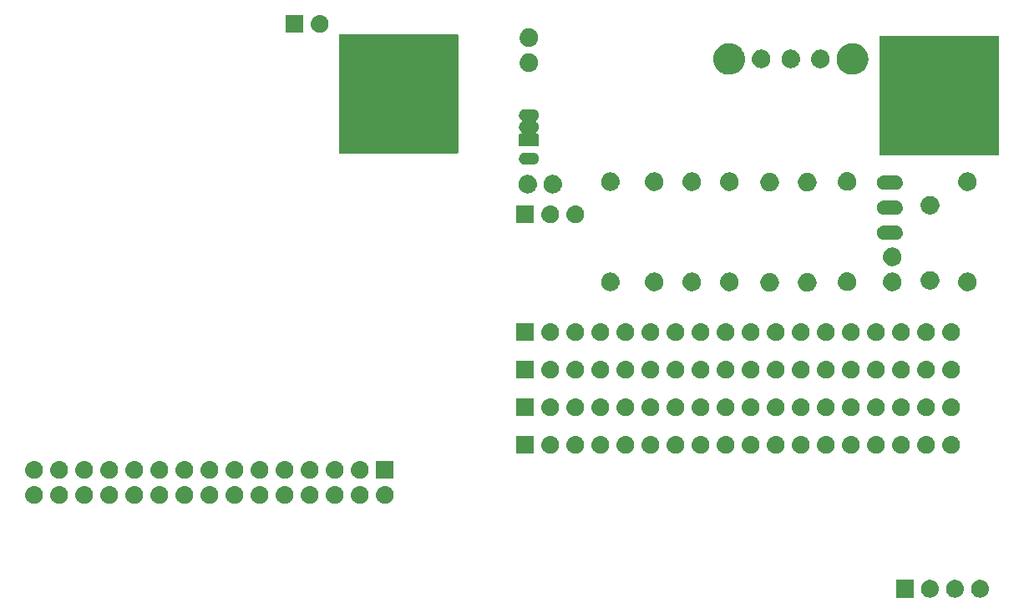
<source format=gbr>
G04 #@! TF.GenerationSoftware,KiCad,Pcbnew,(5.99.0-237-g844f45605)*
G04 #@! TF.CreationDate,2019-10-21T15:13:02+09:00*
G04 #@! TF.ProjectId,M5_board,4d355f62-6f61-4726-942e-6b696361645f,rev?*
G04 #@! TF.SameCoordinates,Original*
G04 #@! TF.FileFunction,Soldermask,Bot*
G04 #@! TF.FilePolarity,Negative*
%FSLAX46Y46*%
G04 Gerber Fmt 4.6, Leading zero omitted, Abs format (unit mm)*
G04 Created by KiCad (PCBNEW (5.99.0-237-g844f45605)) date 2019-10-21 15:13:02*
%MOMM*%
%LPD*%
G04 APERTURE LIST*
%ADD10C,0.150000*%
G04 APERTURE END LIST*
D10*
G36*
X199218899Y-126176959D02*
G01*
X199235769Y-126188231D01*
X199247041Y-126205101D01*
X199253448Y-126237312D01*
X199253448Y-127912688D01*
X199250999Y-127925000D01*
X199247041Y-127944899D01*
X199235769Y-127961769D01*
X199218899Y-127973041D01*
X199199000Y-127976999D01*
X199186688Y-127979448D01*
X197511312Y-127979448D01*
X197479101Y-127973041D01*
X197462231Y-127961769D01*
X197450959Y-127944899D01*
X197444552Y-127912688D01*
X197444552Y-126237312D01*
X197450959Y-126205101D01*
X197462231Y-126188231D01*
X197479101Y-126176959D01*
X197511312Y-126170552D01*
X199186688Y-126170552D01*
X199218899Y-126176959D01*
G37*
G36*
X203617360Y-126188835D02*
G01*
X203698397Y-126215166D01*
X203785663Y-126242848D01*
X203788655Y-126244493D01*
X203797488Y-126247363D01*
X203869466Y-126288919D01*
X203940499Y-126327970D01*
X203947986Y-126334253D01*
X203961511Y-126342061D01*
X204019259Y-126394057D01*
X204075857Y-126441549D01*
X204085962Y-126454118D01*
X204102261Y-126468793D01*
X204144454Y-126526867D01*
X204186579Y-126579260D01*
X204196994Y-126599182D01*
X204213586Y-126622019D01*
X204240297Y-126682012D01*
X204268439Y-126735843D01*
X204276582Y-126763510D01*
X204290621Y-126795042D01*
X204302992Y-126853241D01*
X204318328Y-126905349D01*
X204321518Y-126940401D01*
X204329999Y-126980301D01*
X204329999Y-127033592D01*
X204334343Y-127081324D01*
X204329999Y-127122653D01*
X204329999Y-127169699D01*
X204320217Y-127215721D01*
X204315873Y-127257047D01*
X204301702Y-127302827D01*
X204290621Y-127354958D01*
X204274028Y-127392226D01*
X204263622Y-127425843D01*
X204237789Y-127473620D01*
X204213586Y-127527981D01*
X204193298Y-127555905D01*
X204179580Y-127581276D01*
X204140859Y-127628082D01*
X204102261Y-127681207D01*
X204081284Y-127700095D01*
X204066952Y-127717419D01*
X204014845Y-127759917D01*
X203961511Y-127807939D01*
X203942524Y-127818901D01*
X203930025Y-127829095D01*
X203864780Y-127863786D01*
X203797488Y-127902637D01*
X203782636Y-127907463D01*
X203774003Y-127912053D01*
X203696430Y-127935473D01*
X203617360Y-127961165D01*
X203608114Y-127962137D01*
X203604851Y-127963122D01*
X203513710Y-127972059D01*
X203476211Y-127976000D01*
X203381789Y-127976000D01*
X203240640Y-127961165D01*
X203159603Y-127934834D01*
X203072337Y-127907152D01*
X203069345Y-127905507D01*
X203060512Y-127902637D01*
X202988534Y-127861081D01*
X202917501Y-127822030D01*
X202910014Y-127815747D01*
X202896489Y-127807939D01*
X202838741Y-127755943D01*
X202782143Y-127708451D01*
X202772038Y-127695882D01*
X202755739Y-127681207D01*
X202713546Y-127623133D01*
X202671421Y-127570740D01*
X202661006Y-127550818D01*
X202644414Y-127527981D01*
X202617703Y-127467988D01*
X202589561Y-127414157D01*
X202581418Y-127386490D01*
X202567379Y-127354958D01*
X202555008Y-127296759D01*
X202539672Y-127244651D01*
X202536482Y-127209599D01*
X202528001Y-127169699D01*
X202528001Y-127116408D01*
X202523657Y-127068676D01*
X202528001Y-127027347D01*
X202528001Y-126980301D01*
X202537783Y-126934279D01*
X202542127Y-126892953D01*
X202556298Y-126847173D01*
X202567379Y-126795042D01*
X202583972Y-126757774D01*
X202594378Y-126724157D01*
X202620211Y-126676380D01*
X202644414Y-126622019D01*
X202664702Y-126594095D01*
X202678420Y-126568724D01*
X202717141Y-126521918D01*
X202755739Y-126468793D01*
X202776716Y-126449905D01*
X202791048Y-126432581D01*
X202843155Y-126390083D01*
X202896489Y-126342061D01*
X202915476Y-126331099D01*
X202927975Y-126320905D01*
X202993220Y-126286214D01*
X203060512Y-126247363D01*
X203075364Y-126242537D01*
X203083997Y-126237947D01*
X203161570Y-126214527D01*
X203240640Y-126188835D01*
X203249886Y-126187863D01*
X203253149Y-126186878D01*
X203344290Y-126177941D01*
X203381789Y-126174000D01*
X203476211Y-126174000D01*
X203617360Y-126188835D01*
G37*
G36*
X201077360Y-126188835D02*
G01*
X201158397Y-126215166D01*
X201245663Y-126242848D01*
X201248655Y-126244493D01*
X201257488Y-126247363D01*
X201329466Y-126288919D01*
X201400499Y-126327970D01*
X201407986Y-126334253D01*
X201421511Y-126342061D01*
X201479259Y-126394057D01*
X201535857Y-126441549D01*
X201545962Y-126454118D01*
X201562261Y-126468793D01*
X201604454Y-126526867D01*
X201646579Y-126579260D01*
X201656994Y-126599182D01*
X201673586Y-126622019D01*
X201700297Y-126682012D01*
X201728439Y-126735843D01*
X201736582Y-126763510D01*
X201750621Y-126795042D01*
X201762992Y-126853241D01*
X201778328Y-126905349D01*
X201781518Y-126940401D01*
X201789999Y-126980301D01*
X201789999Y-127033592D01*
X201794343Y-127081324D01*
X201789999Y-127122653D01*
X201789999Y-127169699D01*
X201780217Y-127215721D01*
X201775873Y-127257047D01*
X201761702Y-127302827D01*
X201750621Y-127354958D01*
X201734028Y-127392226D01*
X201723622Y-127425843D01*
X201697789Y-127473620D01*
X201673586Y-127527981D01*
X201653298Y-127555905D01*
X201639580Y-127581276D01*
X201600859Y-127628082D01*
X201562261Y-127681207D01*
X201541284Y-127700095D01*
X201526952Y-127717419D01*
X201474845Y-127759917D01*
X201421511Y-127807939D01*
X201402524Y-127818901D01*
X201390025Y-127829095D01*
X201324780Y-127863786D01*
X201257488Y-127902637D01*
X201242636Y-127907463D01*
X201234003Y-127912053D01*
X201156430Y-127935473D01*
X201077360Y-127961165D01*
X201068114Y-127962137D01*
X201064851Y-127963122D01*
X200973710Y-127972059D01*
X200936211Y-127976000D01*
X200841789Y-127976000D01*
X200700640Y-127961165D01*
X200619603Y-127934834D01*
X200532337Y-127907152D01*
X200529345Y-127905507D01*
X200520512Y-127902637D01*
X200448534Y-127861081D01*
X200377501Y-127822030D01*
X200370014Y-127815747D01*
X200356489Y-127807939D01*
X200298741Y-127755943D01*
X200242143Y-127708451D01*
X200232038Y-127695882D01*
X200215739Y-127681207D01*
X200173546Y-127623133D01*
X200131421Y-127570740D01*
X200121006Y-127550818D01*
X200104414Y-127527981D01*
X200077703Y-127467988D01*
X200049561Y-127414157D01*
X200041418Y-127386490D01*
X200027379Y-127354958D01*
X200015008Y-127296759D01*
X199999672Y-127244651D01*
X199996482Y-127209599D01*
X199988001Y-127169699D01*
X199988001Y-127116408D01*
X199983657Y-127068676D01*
X199988001Y-127027347D01*
X199988001Y-126980301D01*
X199997783Y-126934279D01*
X200002127Y-126892953D01*
X200016298Y-126847173D01*
X200027379Y-126795042D01*
X200043972Y-126757774D01*
X200054378Y-126724157D01*
X200080211Y-126676380D01*
X200104414Y-126622019D01*
X200124702Y-126594095D01*
X200138420Y-126568724D01*
X200177141Y-126521918D01*
X200215739Y-126468793D01*
X200236716Y-126449905D01*
X200251048Y-126432581D01*
X200303155Y-126390083D01*
X200356489Y-126342061D01*
X200375476Y-126331099D01*
X200387975Y-126320905D01*
X200453220Y-126286214D01*
X200520512Y-126247363D01*
X200535364Y-126242537D01*
X200543997Y-126237947D01*
X200621570Y-126214527D01*
X200700640Y-126188835D01*
X200709886Y-126187863D01*
X200713149Y-126186878D01*
X200804290Y-126177941D01*
X200841789Y-126174000D01*
X200936211Y-126174000D01*
X201077360Y-126188835D01*
G37*
G36*
X206157360Y-126188835D02*
G01*
X206238397Y-126215166D01*
X206325663Y-126242848D01*
X206328655Y-126244493D01*
X206337488Y-126247363D01*
X206409466Y-126288919D01*
X206480499Y-126327970D01*
X206487986Y-126334253D01*
X206501511Y-126342061D01*
X206559259Y-126394057D01*
X206615857Y-126441549D01*
X206625962Y-126454118D01*
X206642261Y-126468793D01*
X206684454Y-126526867D01*
X206726579Y-126579260D01*
X206736994Y-126599182D01*
X206753586Y-126622019D01*
X206780297Y-126682012D01*
X206808439Y-126735843D01*
X206816582Y-126763510D01*
X206830621Y-126795042D01*
X206842992Y-126853241D01*
X206858328Y-126905349D01*
X206861518Y-126940401D01*
X206869999Y-126980301D01*
X206869999Y-127033592D01*
X206874343Y-127081324D01*
X206869999Y-127122653D01*
X206869999Y-127169699D01*
X206860217Y-127215721D01*
X206855873Y-127257047D01*
X206841702Y-127302827D01*
X206830621Y-127354958D01*
X206814028Y-127392226D01*
X206803622Y-127425843D01*
X206777789Y-127473620D01*
X206753586Y-127527981D01*
X206733298Y-127555905D01*
X206719580Y-127581276D01*
X206680859Y-127628082D01*
X206642261Y-127681207D01*
X206621284Y-127700095D01*
X206606952Y-127717419D01*
X206554845Y-127759917D01*
X206501511Y-127807939D01*
X206482524Y-127818901D01*
X206470025Y-127829095D01*
X206404780Y-127863786D01*
X206337488Y-127902637D01*
X206322636Y-127907463D01*
X206314003Y-127912053D01*
X206236430Y-127935473D01*
X206157360Y-127961165D01*
X206148114Y-127962137D01*
X206144851Y-127963122D01*
X206053710Y-127972059D01*
X206016211Y-127976000D01*
X205921789Y-127976000D01*
X205780640Y-127961165D01*
X205699603Y-127934834D01*
X205612337Y-127907152D01*
X205609345Y-127905507D01*
X205600512Y-127902637D01*
X205528534Y-127861081D01*
X205457501Y-127822030D01*
X205450014Y-127815747D01*
X205436489Y-127807939D01*
X205378741Y-127755943D01*
X205322143Y-127708451D01*
X205312038Y-127695882D01*
X205295739Y-127681207D01*
X205253546Y-127623133D01*
X205211421Y-127570740D01*
X205201006Y-127550818D01*
X205184414Y-127527981D01*
X205157703Y-127467988D01*
X205129561Y-127414157D01*
X205121418Y-127386490D01*
X205107379Y-127354958D01*
X205095008Y-127296759D01*
X205079672Y-127244651D01*
X205076482Y-127209599D01*
X205068001Y-127169699D01*
X205068001Y-127116408D01*
X205063657Y-127068676D01*
X205068001Y-127027347D01*
X205068001Y-126980301D01*
X205077783Y-126934279D01*
X205082127Y-126892953D01*
X205096298Y-126847173D01*
X205107379Y-126795042D01*
X205123972Y-126757774D01*
X205134378Y-126724157D01*
X205160211Y-126676380D01*
X205184414Y-126622019D01*
X205204702Y-126594095D01*
X205218420Y-126568724D01*
X205257141Y-126521918D01*
X205295739Y-126468793D01*
X205316716Y-126449905D01*
X205331048Y-126432581D01*
X205383155Y-126390083D01*
X205436489Y-126342061D01*
X205455476Y-126331099D01*
X205467975Y-126320905D01*
X205533220Y-126286214D01*
X205600512Y-126247363D01*
X205615364Y-126242537D01*
X205623997Y-126237947D01*
X205701570Y-126214527D01*
X205780640Y-126188835D01*
X205789886Y-126187863D01*
X205793149Y-126186878D01*
X205884290Y-126177941D01*
X205921789Y-126174000D01*
X206016211Y-126174000D01*
X206157360Y-126188835D01*
G37*
G36*
X135672360Y-116663835D02*
G01*
X135753397Y-116690166D01*
X135840663Y-116717848D01*
X135843655Y-116719493D01*
X135852488Y-116722363D01*
X135924466Y-116763919D01*
X135995499Y-116802970D01*
X136002986Y-116809253D01*
X136016511Y-116817061D01*
X136074259Y-116869057D01*
X136130857Y-116916549D01*
X136140962Y-116929118D01*
X136157261Y-116943793D01*
X136199454Y-117001867D01*
X136241579Y-117054260D01*
X136251994Y-117074182D01*
X136268586Y-117097019D01*
X136295297Y-117157012D01*
X136323439Y-117210843D01*
X136331582Y-117238510D01*
X136345621Y-117270042D01*
X136357992Y-117328241D01*
X136373328Y-117380349D01*
X136376518Y-117415401D01*
X136384999Y-117455301D01*
X136384999Y-117508592D01*
X136389343Y-117556324D01*
X136384999Y-117597653D01*
X136384999Y-117644699D01*
X136375217Y-117690721D01*
X136370873Y-117732047D01*
X136356702Y-117777827D01*
X136345621Y-117829958D01*
X136329028Y-117867226D01*
X136318622Y-117900843D01*
X136292789Y-117948620D01*
X136268586Y-118002981D01*
X136248298Y-118030905D01*
X136234580Y-118056276D01*
X136195859Y-118103082D01*
X136157261Y-118156207D01*
X136136284Y-118175095D01*
X136121952Y-118192419D01*
X136069845Y-118234917D01*
X136016511Y-118282939D01*
X135997524Y-118293901D01*
X135985025Y-118304095D01*
X135919780Y-118338786D01*
X135852488Y-118377637D01*
X135837636Y-118382463D01*
X135829003Y-118387053D01*
X135751430Y-118410473D01*
X135672360Y-118436165D01*
X135663114Y-118437137D01*
X135659851Y-118438122D01*
X135568710Y-118447059D01*
X135531211Y-118451000D01*
X135436789Y-118451000D01*
X135295640Y-118436165D01*
X135214603Y-118409834D01*
X135127337Y-118382152D01*
X135124345Y-118380507D01*
X135115512Y-118377637D01*
X135043534Y-118336081D01*
X134972501Y-118297030D01*
X134965014Y-118290747D01*
X134951489Y-118282939D01*
X134893741Y-118230943D01*
X134837143Y-118183451D01*
X134827038Y-118170882D01*
X134810739Y-118156207D01*
X134768546Y-118098133D01*
X134726421Y-118045740D01*
X134716006Y-118025818D01*
X134699414Y-118002981D01*
X134672703Y-117942988D01*
X134644561Y-117889157D01*
X134636418Y-117861490D01*
X134622379Y-117829958D01*
X134610008Y-117771759D01*
X134594672Y-117719651D01*
X134591482Y-117684599D01*
X134583001Y-117644699D01*
X134583001Y-117591408D01*
X134578657Y-117543676D01*
X134583001Y-117502347D01*
X134583001Y-117455301D01*
X134592783Y-117409279D01*
X134597127Y-117367953D01*
X134611298Y-117322173D01*
X134622379Y-117270042D01*
X134638972Y-117232774D01*
X134649378Y-117199157D01*
X134675211Y-117151380D01*
X134699414Y-117097019D01*
X134719702Y-117069095D01*
X134733420Y-117043724D01*
X134772141Y-116996918D01*
X134810739Y-116943793D01*
X134831716Y-116924905D01*
X134846048Y-116907581D01*
X134898155Y-116865083D01*
X134951489Y-116817061D01*
X134970476Y-116806099D01*
X134982975Y-116795905D01*
X135048220Y-116761214D01*
X135115512Y-116722363D01*
X135130364Y-116717537D01*
X135138997Y-116712947D01*
X135216570Y-116689527D01*
X135295640Y-116663835D01*
X135304886Y-116662863D01*
X135308149Y-116661878D01*
X135399290Y-116652941D01*
X135436789Y-116649000D01*
X135531211Y-116649000D01*
X135672360Y-116663835D01*
G37*
G36*
X133132360Y-116663835D02*
G01*
X133213397Y-116690166D01*
X133300663Y-116717848D01*
X133303655Y-116719493D01*
X133312488Y-116722363D01*
X133384466Y-116763919D01*
X133455499Y-116802970D01*
X133462986Y-116809253D01*
X133476511Y-116817061D01*
X133534259Y-116869057D01*
X133590857Y-116916549D01*
X133600962Y-116929118D01*
X133617261Y-116943793D01*
X133659454Y-117001867D01*
X133701579Y-117054260D01*
X133711994Y-117074182D01*
X133728586Y-117097019D01*
X133755297Y-117157012D01*
X133783439Y-117210843D01*
X133791582Y-117238510D01*
X133805621Y-117270042D01*
X133817992Y-117328241D01*
X133833328Y-117380349D01*
X133836518Y-117415401D01*
X133844999Y-117455301D01*
X133844999Y-117508592D01*
X133849343Y-117556324D01*
X133844999Y-117597653D01*
X133844999Y-117644699D01*
X133835217Y-117690721D01*
X133830873Y-117732047D01*
X133816702Y-117777827D01*
X133805621Y-117829958D01*
X133789028Y-117867226D01*
X133778622Y-117900843D01*
X133752789Y-117948620D01*
X133728586Y-118002981D01*
X133708298Y-118030905D01*
X133694580Y-118056276D01*
X133655859Y-118103082D01*
X133617261Y-118156207D01*
X133596284Y-118175095D01*
X133581952Y-118192419D01*
X133529845Y-118234917D01*
X133476511Y-118282939D01*
X133457524Y-118293901D01*
X133445025Y-118304095D01*
X133379780Y-118338786D01*
X133312488Y-118377637D01*
X133297636Y-118382463D01*
X133289003Y-118387053D01*
X133211430Y-118410473D01*
X133132360Y-118436165D01*
X133123114Y-118437137D01*
X133119851Y-118438122D01*
X133028710Y-118447059D01*
X132991211Y-118451000D01*
X132896789Y-118451000D01*
X132755640Y-118436165D01*
X132674603Y-118409834D01*
X132587337Y-118382152D01*
X132584345Y-118380507D01*
X132575512Y-118377637D01*
X132503534Y-118336081D01*
X132432501Y-118297030D01*
X132425014Y-118290747D01*
X132411489Y-118282939D01*
X132353741Y-118230943D01*
X132297143Y-118183451D01*
X132287038Y-118170882D01*
X132270739Y-118156207D01*
X132228546Y-118098133D01*
X132186421Y-118045740D01*
X132176006Y-118025818D01*
X132159414Y-118002981D01*
X132132703Y-117942988D01*
X132104561Y-117889157D01*
X132096418Y-117861490D01*
X132082379Y-117829958D01*
X132070008Y-117771759D01*
X132054672Y-117719651D01*
X132051482Y-117684599D01*
X132043001Y-117644699D01*
X132043001Y-117591408D01*
X132038657Y-117543676D01*
X132043001Y-117502347D01*
X132043001Y-117455301D01*
X132052783Y-117409279D01*
X132057127Y-117367953D01*
X132071298Y-117322173D01*
X132082379Y-117270042D01*
X132098972Y-117232774D01*
X132109378Y-117199157D01*
X132135211Y-117151380D01*
X132159414Y-117097019D01*
X132179702Y-117069095D01*
X132193420Y-117043724D01*
X132232141Y-116996918D01*
X132270739Y-116943793D01*
X132291716Y-116924905D01*
X132306048Y-116907581D01*
X132358155Y-116865083D01*
X132411489Y-116817061D01*
X132430476Y-116806099D01*
X132442975Y-116795905D01*
X132508220Y-116761214D01*
X132575512Y-116722363D01*
X132590364Y-116717537D01*
X132598997Y-116712947D01*
X132676570Y-116689527D01*
X132755640Y-116663835D01*
X132764886Y-116662863D01*
X132768149Y-116661878D01*
X132859290Y-116652941D01*
X132896789Y-116649000D01*
X132991211Y-116649000D01*
X133132360Y-116663835D01*
G37*
G36*
X130592360Y-116663835D02*
G01*
X130673397Y-116690166D01*
X130760663Y-116717848D01*
X130763655Y-116719493D01*
X130772488Y-116722363D01*
X130844466Y-116763919D01*
X130915499Y-116802970D01*
X130922986Y-116809253D01*
X130936511Y-116817061D01*
X130994259Y-116869057D01*
X131050857Y-116916549D01*
X131060962Y-116929118D01*
X131077261Y-116943793D01*
X131119454Y-117001867D01*
X131161579Y-117054260D01*
X131171994Y-117074182D01*
X131188586Y-117097019D01*
X131215297Y-117157012D01*
X131243439Y-117210843D01*
X131251582Y-117238510D01*
X131265621Y-117270042D01*
X131277992Y-117328241D01*
X131293328Y-117380349D01*
X131296518Y-117415401D01*
X131304999Y-117455301D01*
X131304999Y-117508592D01*
X131309343Y-117556324D01*
X131304999Y-117597653D01*
X131304999Y-117644699D01*
X131295217Y-117690721D01*
X131290873Y-117732047D01*
X131276702Y-117777827D01*
X131265621Y-117829958D01*
X131249028Y-117867226D01*
X131238622Y-117900843D01*
X131212789Y-117948620D01*
X131188586Y-118002981D01*
X131168298Y-118030905D01*
X131154580Y-118056276D01*
X131115859Y-118103082D01*
X131077261Y-118156207D01*
X131056284Y-118175095D01*
X131041952Y-118192419D01*
X130989845Y-118234917D01*
X130936511Y-118282939D01*
X130917524Y-118293901D01*
X130905025Y-118304095D01*
X130839780Y-118338786D01*
X130772488Y-118377637D01*
X130757636Y-118382463D01*
X130749003Y-118387053D01*
X130671430Y-118410473D01*
X130592360Y-118436165D01*
X130583114Y-118437137D01*
X130579851Y-118438122D01*
X130488710Y-118447059D01*
X130451211Y-118451000D01*
X130356789Y-118451000D01*
X130215640Y-118436165D01*
X130134603Y-118409834D01*
X130047337Y-118382152D01*
X130044345Y-118380507D01*
X130035512Y-118377637D01*
X129963534Y-118336081D01*
X129892501Y-118297030D01*
X129885014Y-118290747D01*
X129871489Y-118282939D01*
X129813741Y-118230943D01*
X129757143Y-118183451D01*
X129747038Y-118170882D01*
X129730739Y-118156207D01*
X129688546Y-118098133D01*
X129646421Y-118045740D01*
X129636006Y-118025818D01*
X129619414Y-118002981D01*
X129592703Y-117942988D01*
X129564561Y-117889157D01*
X129556418Y-117861490D01*
X129542379Y-117829958D01*
X129530008Y-117771759D01*
X129514672Y-117719651D01*
X129511482Y-117684599D01*
X129503001Y-117644699D01*
X129503001Y-117591408D01*
X129498657Y-117543676D01*
X129503001Y-117502347D01*
X129503001Y-117455301D01*
X129512783Y-117409279D01*
X129517127Y-117367953D01*
X129531298Y-117322173D01*
X129542379Y-117270042D01*
X129558972Y-117232774D01*
X129569378Y-117199157D01*
X129595211Y-117151380D01*
X129619414Y-117097019D01*
X129639702Y-117069095D01*
X129653420Y-117043724D01*
X129692141Y-116996918D01*
X129730739Y-116943793D01*
X129751716Y-116924905D01*
X129766048Y-116907581D01*
X129818155Y-116865083D01*
X129871489Y-116817061D01*
X129890476Y-116806099D01*
X129902975Y-116795905D01*
X129968220Y-116761214D01*
X130035512Y-116722363D01*
X130050364Y-116717537D01*
X130058997Y-116712947D01*
X130136570Y-116689527D01*
X130215640Y-116663835D01*
X130224886Y-116662863D01*
X130228149Y-116661878D01*
X130319290Y-116652941D01*
X130356789Y-116649000D01*
X130451211Y-116649000D01*
X130592360Y-116663835D01*
G37*
G36*
X128052360Y-116663835D02*
G01*
X128133397Y-116690166D01*
X128220663Y-116717848D01*
X128223655Y-116719493D01*
X128232488Y-116722363D01*
X128304466Y-116763919D01*
X128375499Y-116802970D01*
X128382986Y-116809253D01*
X128396511Y-116817061D01*
X128454259Y-116869057D01*
X128510857Y-116916549D01*
X128520962Y-116929118D01*
X128537261Y-116943793D01*
X128579454Y-117001867D01*
X128621579Y-117054260D01*
X128631994Y-117074182D01*
X128648586Y-117097019D01*
X128675297Y-117157012D01*
X128703439Y-117210843D01*
X128711582Y-117238510D01*
X128725621Y-117270042D01*
X128737992Y-117328241D01*
X128753328Y-117380349D01*
X128756518Y-117415401D01*
X128764999Y-117455301D01*
X128764999Y-117508592D01*
X128769343Y-117556324D01*
X128764999Y-117597653D01*
X128764999Y-117644699D01*
X128755217Y-117690721D01*
X128750873Y-117732047D01*
X128736702Y-117777827D01*
X128725621Y-117829958D01*
X128709028Y-117867226D01*
X128698622Y-117900843D01*
X128672789Y-117948620D01*
X128648586Y-118002981D01*
X128628298Y-118030905D01*
X128614580Y-118056276D01*
X128575859Y-118103082D01*
X128537261Y-118156207D01*
X128516284Y-118175095D01*
X128501952Y-118192419D01*
X128449845Y-118234917D01*
X128396511Y-118282939D01*
X128377524Y-118293901D01*
X128365025Y-118304095D01*
X128299780Y-118338786D01*
X128232488Y-118377637D01*
X128217636Y-118382463D01*
X128209003Y-118387053D01*
X128131430Y-118410473D01*
X128052360Y-118436165D01*
X128043114Y-118437137D01*
X128039851Y-118438122D01*
X127948710Y-118447059D01*
X127911211Y-118451000D01*
X127816789Y-118451000D01*
X127675640Y-118436165D01*
X127594603Y-118409834D01*
X127507337Y-118382152D01*
X127504345Y-118380507D01*
X127495512Y-118377637D01*
X127423534Y-118336081D01*
X127352501Y-118297030D01*
X127345014Y-118290747D01*
X127331489Y-118282939D01*
X127273741Y-118230943D01*
X127217143Y-118183451D01*
X127207038Y-118170882D01*
X127190739Y-118156207D01*
X127148546Y-118098133D01*
X127106421Y-118045740D01*
X127096006Y-118025818D01*
X127079414Y-118002981D01*
X127052703Y-117942988D01*
X127024561Y-117889157D01*
X127016418Y-117861490D01*
X127002379Y-117829958D01*
X126990008Y-117771759D01*
X126974672Y-117719651D01*
X126971482Y-117684599D01*
X126963001Y-117644699D01*
X126963001Y-117591408D01*
X126958657Y-117543676D01*
X126963001Y-117502347D01*
X126963001Y-117455301D01*
X126972783Y-117409279D01*
X126977127Y-117367953D01*
X126991298Y-117322173D01*
X127002379Y-117270042D01*
X127018972Y-117232774D01*
X127029378Y-117199157D01*
X127055211Y-117151380D01*
X127079414Y-117097019D01*
X127099702Y-117069095D01*
X127113420Y-117043724D01*
X127152141Y-116996918D01*
X127190739Y-116943793D01*
X127211716Y-116924905D01*
X127226048Y-116907581D01*
X127278155Y-116865083D01*
X127331489Y-116817061D01*
X127350476Y-116806099D01*
X127362975Y-116795905D01*
X127428220Y-116761214D01*
X127495512Y-116722363D01*
X127510364Y-116717537D01*
X127518997Y-116712947D01*
X127596570Y-116689527D01*
X127675640Y-116663835D01*
X127684886Y-116662863D01*
X127688149Y-116661878D01*
X127779290Y-116652941D01*
X127816789Y-116649000D01*
X127911211Y-116649000D01*
X128052360Y-116663835D01*
G37*
G36*
X125512360Y-116663835D02*
G01*
X125593397Y-116690166D01*
X125680663Y-116717848D01*
X125683655Y-116719493D01*
X125692488Y-116722363D01*
X125764466Y-116763919D01*
X125835499Y-116802970D01*
X125842986Y-116809253D01*
X125856511Y-116817061D01*
X125914259Y-116869057D01*
X125970857Y-116916549D01*
X125980962Y-116929118D01*
X125997261Y-116943793D01*
X126039454Y-117001867D01*
X126081579Y-117054260D01*
X126091994Y-117074182D01*
X126108586Y-117097019D01*
X126135297Y-117157012D01*
X126163439Y-117210843D01*
X126171582Y-117238510D01*
X126185621Y-117270042D01*
X126197992Y-117328241D01*
X126213328Y-117380349D01*
X126216518Y-117415401D01*
X126224999Y-117455301D01*
X126224999Y-117508592D01*
X126229343Y-117556324D01*
X126224999Y-117597653D01*
X126224999Y-117644699D01*
X126215217Y-117690721D01*
X126210873Y-117732047D01*
X126196702Y-117777827D01*
X126185621Y-117829958D01*
X126169028Y-117867226D01*
X126158622Y-117900843D01*
X126132789Y-117948620D01*
X126108586Y-118002981D01*
X126088298Y-118030905D01*
X126074580Y-118056276D01*
X126035859Y-118103082D01*
X125997261Y-118156207D01*
X125976284Y-118175095D01*
X125961952Y-118192419D01*
X125909845Y-118234917D01*
X125856511Y-118282939D01*
X125837524Y-118293901D01*
X125825025Y-118304095D01*
X125759780Y-118338786D01*
X125692488Y-118377637D01*
X125677636Y-118382463D01*
X125669003Y-118387053D01*
X125591430Y-118410473D01*
X125512360Y-118436165D01*
X125503114Y-118437137D01*
X125499851Y-118438122D01*
X125408710Y-118447059D01*
X125371211Y-118451000D01*
X125276789Y-118451000D01*
X125135640Y-118436165D01*
X125054603Y-118409834D01*
X124967337Y-118382152D01*
X124964345Y-118380507D01*
X124955512Y-118377637D01*
X124883534Y-118336081D01*
X124812501Y-118297030D01*
X124805014Y-118290747D01*
X124791489Y-118282939D01*
X124733741Y-118230943D01*
X124677143Y-118183451D01*
X124667038Y-118170882D01*
X124650739Y-118156207D01*
X124608546Y-118098133D01*
X124566421Y-118045740D01*
X124556006Y-118025818D01*
X124539414Y-118002981D01*
X124512703Y-117942988D01*
X124484561Y-117889157D01*
X124476418Y-117861490D01*
X124462379Y-117829958D01*
X124450008Y-117771759D01*
X124434672Y-117719651D01*
X124431482Y-117684599D01*
X124423001Y-117644699D01*
X124423001Y-117591408D01*
X124418657Y-117543676D01*
X124423001Y-117502347D01*
X124423001Y-117455301D01*
X124432783Y-117409279D01*
X124437127Y-117367953D01*
X124451298Y-117322173D01*
X124462379Y-117270042D01*
X124478972Y-117232774D01*
X124489378Y-117199157D01*
X124515211Y-117151380D01*
X124539414Y-117097019D01*
X124559702Y-117069095D01*
X124573420Y-117043724D01*
X124612141Y-116996918D01*
X124650739Y-116943793D01*
X124671716Y-116924905D01*
X124686048Y-116907581D01*
X124738155Y-116865083D01*
X124791489Y-116817061D01*
X124810476Y-116806099D01*
X124822975Y-116795905D01*
X124888220Y-116761214D01*
X124955512Y-116722363D01*
X124970364Y-116717537D01*
X124978997Y-116712947D01*
X125056570Y-116689527D01*
X125135640Y-116663835D01*
X125144886Y-116662863D01*
X125148149Y-116661878D01*
X125239290Y-116652941D01*
X125276789Y-116649000D01*
X125371211Y-116649000D01*
X125512360Y-116663835D01*
G37*
G36*
X122972360Y-116663835D02*
G01*
X123053397Y-116690166D01*
X123140663Y-116717848D01*
X123143655Y-116719493D01*
X123152488Y-116722363D01*
X123224466Y-116763919D01*
X123295499Y-116802970D01*
X123302986Y-116809253D01*
X123316511Y-116817061D01*
X123374259Y-116869057D01*
X123430857Y-116916549D01*
X123440962Y-116929118D01*
X123457261Y-116943793D01*
X123499454Y-117001867D01*
X123541579Y-117054260D01*
X123551994Y-117074182D01*
X123568586Y-117097019D01*
X123595297Y-117157012D01*
X123623439Y-117210843D01*
X123631582Y-117238510D01*
X123645621Y-117270042D01*
X123657992Y-117328241D01*
X123673328Y-117380349D01*
X123676518Y-117415401D01*
X123684999Y-117455301D01*
X123684999Y-117508592D01*
X123689343Y-117556324D01*
X123684999Y-117597653D01*
X123684999Y-117644699D01*
X123675217Y-117690721D01*
X123670873Y-117732047D01*
X123656702Y-117777827D01*
X123645621Y-117829958D01*
X123629028Y-117867226D01*
X123618622Y-117900843D01*
X123592789Y-117948620D01*
X123568586Y-118002981D01*
X123548298Y-118030905D01*
X123534580Y-118056276D01*
X123495859Y-118103082D01*
X123457261Y-118156207D01*
X123436284Y-118175095D01*
X123421952Y-118192419D01*
X123369845Y-118234917D01*
X123316511Y-118282939D01*
X123297524Y-118293901D01*
X123285025Y-118304095D01*
X123219780Y-118338786D01*
X123152488Y-118377637D01*
X123137636Y-118382463D01*
X123129003Y-118387053D01*
X123051430Y-118410473D01*
X122972360Y-118436165D01*
X122963114Y-118437137D01*
X122959851Y-118438122D01*
X122868710Y-118447059D01*
X122831211Y-118451000D01*
X122736789Y-118451000D01*
X122595640Y-118436165D01*
X122514603Y-118409834D01*
X122427337Y-118382152D01*
X122424345Y-118380507D01*
X122415512Y-118377637D01*
X122343534Y-118336081D01*
X122272501Y-118297030D01*
X122265014Y-118290747D01*
X122251489Y-118282939D01*
X122193741Y-118230943D01*
X122137143Y-118183451D01*
X122127038Y-118170882D01*
X122110739Y-118156207D01*
X122068546Y-118098133D01*
X122026421Y-118045740D01*
X122016006Y-118025818D01*
X121999414Y-118002981D01*
X121972703Y-117942988D01*
X121944561Y-117889157D01*
X121936418Y-117861490D01*
X121922379Y-117829958D01*
X121910008Y-117771759D01*
X121894672Y-117719651D01*
X121891482Y-117684599D01*
X121883001Y-117644699D01*
X121883001Y-117591408D01*
X121878657Y-117543676D01*
X121883001Y-117502347D01*
X121883001Y-117455301D01*
X121892783Y-117409279D01*
X121897127Y-117367953D01*
X121911298Y-117322173D01*
X121922379Y-117270042D01*
X121938972Y-117232774D01*
X121949378Y-117199157D01*
X121975211Y-117151380D01*
X121999414Y-117097019D01*
X122019702Y-117069095D01*
X122033420Y-117043724D01*
X122072141Y-116996918D01*
X122110739Y-116943793D01*
X122131716Y-116924905D01*
X122146048Y-116907581D01*
X122198155Y-116865083D01*
X122251489Y-116817061D01*
X122270476Y-116806099D01*
X122282975Y-116795905D01*
X122348220Y-116761214D01*
X122415512Y-116722363D01*
X122430364Y-116717537D01*
X122438997Y-116712947D01*
X122516570Y-116689527D01*
X122595640Y-116663835D01*
X122604886Y-116662863D01*
X122608149Y-116661878D01*
X122699290Y-116652941D01*
X122736789Y-116649000D01*
X122831211Y-116649000D01*
X122972360Y-116663835D01*
G37*
G36*
X120432360Y-116663835D02*
G01*
X120513397Y-116690166D01*
X120600663Y-116717848D01*
X120603655Y-116719493D01*
X120612488Y-116722363D01*
X120684466Y-116763919D01*
X120755499Y-116802970D01*
X120762986Y-116809253D01*
X120776511Y-116817061D01*
X120834259Y-116869057D01*
X120890857Y-116916549D01*
X120900962Y-116929118D01*
X120917261Y-116943793D01*
X120959454Y-117001867D01*
X121001579Y-117054260D01*
X121011994Y-117074182D01*
X121028586Y-117097019D01*
X121055297Y-117157012D01*
X121083439Y-117210843D01*
X121091582Y-117238510D01*
X121105621Y-117270042D01*
X121117992Y-117328241D01*
X121133328Y-117380349D01*
X121136518Y-117415401D01*
X121144999Y-117455301D01*
X121144999Y-117508592D01*
X121149343Y-117556324D01*
X121144999Y-117597653D01*
X121144999Y-117644699D01*
X121135217Y-117690721D01*
X121130873Y-117732047D01*
X121116702Y-117777827D01*
X121105621Y-117829958D01*
X121089028Y-117867226D01*
X121078622Y-117900843D01*
X121052789Y-117948620D01*
X121028586Y-118002981D01*
X121008298Y-118030905D01*
X120994580Y-118056276D01*
X120955859Y-118103082D01*
X120917261Y-118156207D01*
X120896284Y-118175095D01*
X120881952Y-118192419D01*
X120829845Y-118234917D01*
X120776511Y-118282939D01*
X120757524Y-118293901D01*
X120745025Y-118304095D01*
X120679780Y-118338786D01*
X120612488Y-118377637D01*
X120597636Y-118382463D01*
X120589003Y-118387053D01*
X120511430Y-118410473D01*
X120432360Y-118436165D01*
X120423114Y-118437137D01*
X120419851Y-118438122D01*
X120328710Y-118447059D01*
X120291211Y-118451000D01*
X120196789Y-118451000D01*
X120055640Y-118436165D01*
X119974603Y-118409834D01*
X119887337Y-118382152D01*
X119884345Y-118380507D01*
X119875512Y-118377637D01*
X119803534Y-118336081D01*
X119732501Y-118297030D01*
X119725014Y-118290747D01*
X119711489Y-118282939D01*
X119653741Y-118230943D01*
X119597143Y-118183451D01*
X119587038Y-118170882D01*
X119570739Y-118156207D01*
X119528546Y-118098133D01*
X119486421Y-118045740D01*
X119476006Y-118025818D01*
X119459414Y-118002981D01*
X119432703Y-117942988D01*
X119404561Y-117889157D01*
X119396418Y-117861490D01*
X119382379Y-117829958D01*
X119370008Y-117771759D01*
X119354672Y-117719651D01*
X119351482Y-117684599D01*
X119343001Y-117644699D01*
X119343001Y-117591408D01*
X119338657Y-117543676D01*
X119343001Y-117502347D01*
X119343001Y-117455301D01*
X119352783Y-117409279D01*
X119357127Y-117367953D01*
X119371298Y-117322173D01*
X119382379Y-117270042D01*
X119398972Y-117232774D01*
X119409378Y-117199157D01*
X119435211Y-117151380D01*
X119459414Y-117097019D01*
X119479702Y-117069095D01*
X119493420Y-117043724D01*
X119532141Y-116996918D01*
X119570739Y-116943793D01*
X119591716Y-116924905D01*
X119606048Y-116907581D01*
X119658155Y-116865083D01*
X119711489Y-116817061D01*
X119730476Y-116806099D01*
X119742975Y-116795905D01*
X119808220Y-116761214D01*
X119875512Y-116722363D01*
X119890364Y-116717537D01*
X119898997Y-116712947D01*
X119976570Y-116689527D01*
X120055640Y-116663835D01*
X120064886Y-116662863D01*
X120068149Y-116661878D01*
X120159290Y-116652941D01*
X120196789Y-116649000D01*
X120291211Y-116649000D01*
X120432360Y-116663835D01*
G37*
G36*
X117892360Y-116663835D02*
G01*
X117973397Y-116690166D01*
X118060663Y-116717848D01*
X118063655Y-116719493D01*
X118072488Y-116722363D01*
X118144466Y-116763919D01*
X118215499Y-116802970D01*
X118222986Y-116809253D01*
X118236511Y-116817061D01*
X118294259Y-116869057D01*
X118350857Y-116916549D01*
X118360962Y-116929118D01*
X118377261Y-116943793D01*
X118419454Y-117001867D01*
X118461579Y-117054260D01*
X118471994Y-117074182D01*
X118488586Y-117097019D01*
X118515297Y-117157012D01*
X118543439Y-117210843D01*
X118551582Y-117238510D01*
X118565621Y-117270042D01*
X118577992Y-117328241D01*
X118593328Y-117380349D01*
X118596518Y-117415401D01*
X118604999Y-117455301D01*
X118604999Y-117508592D01*
X118609343Y-117556324D01*
X118604999Y-117597653D01*
X118604999Y-117644699D01*
X118595217Y-117690721D01*
X118590873Y-117732047D01*
X118576702Y-117777827D01*
X118565621Y-117829958D01*
X118549028Y-117867226D01*
X118538622Y-117900843D01*
X118512789Y-117948620D01*
X118488586Y-118002981D01*
X118468298Y-118030905D01*
X118454580Y-118056276D01*
X118415859Y-118103082D01*
X118377261Y-118156207D01*
X118356284Y-118175095D01*
X118341952Y-118192419D01*
X118289845Y-118234917D01*
X118236511Y-118282939D01*
X118217524Y-118293901D01*
X118205025Y-118304095D01*
X118139780Y-118338786D01*
X118072488Y-118377637D01*
X118057636Y-118382463D01*
X118049003Y-118387053D01*
X117971430Y-118410473D01*
X117892360Y-118436165D01*
X117883114Y-118437137D01*
X117879851Y-118438122D01*
X117788710Y-118447059D01*
X117751211Y-118451000D01*
X117656789Y-118451000D01*
X117515640Y-118436165D01*
X117434603Y-118409834D01*
X117347337Y-118382152D01*
X117344345Y-118380507D01*
X117335512Y-118377637D01*
X117263534Y-118336081D01*
X117192501Y-118297030D01*
X117185014Y-118290747D01*
X117171489Y-118282939D01*
X117113741Y-118230943D01*
X117057143Y-118183451D01*
X117047038Y-118170882D01*
X117030739Y-118156207D01*
X116988546Y-118098133D01*
X116946421Y-118045740D01*
X116936006Y-118025818D01*
X116919414Y-118002981D01*
X116892703Y-117942988D01*
X116864561Y-117889157D01*
X116856418Y-117861490D01*
X116842379Y-117829958D01*
X116830008Y-117771759D01*
X116814672Y-117719651D01*
X116811482Y-117684599D01*
X116803001Y-117644699D01*
X116803001Y-117591408D01*
X116798657Y-117543676D01*
X116803001Y-117502347D01*
X116803001Y-117455301D01*
X116812783Y-117409279D01*
X116817127Y-117367953D01*
X116831298Y-117322173D01*
X116842379Y-117270042D01*
X116858972Y-117232774D01*
X116869378Y-117199157D01*
X116895211Y-117151380D01*
X116919414Y-117097019D01*
X116939702Y-117069095D01*
X116953420Y-117043724D01*
X116992141Y-116996918D01*
X117030739Y-116943793D01*
X117051716Y-116924905D01*
X117066048Y-116907581D01*
X117118155Y-116865083D01*
X117171489Y-116817061D01*
X117190476Y-116806099D01*
X117202975Y-116795905D01*
X117268220Y-116761214D01*
X117335512Y-116722363D01*
X117350364Y-116717537D01*
X117358997Y-116712947D01*
X117436570Y-116689527D01*
X117515640Y-116663835D01*
X117524886Y-116662863D01*
X117528149Y-116661878D01*
X117619290Y-116652941D01*
X117656789Y-116649000D01*
X117751211Y-116649000D01*
X117892360Y-116663835D01*
G37*
G36*
X115352360Y-116663835D02*
G01*
X115433397Y-116690166D01*
X115520663Y-116717848D01*
X115523655Y-116719493D01*
X115532488Y-116722363D01*
X115604466Y-116763919D01*
X115675499Y-116802970D01*
X115682986Y-116809253D01*
X115696511Y-116817061D01*
X115754259Y-116869057D01*
X115810857Y-116916549D01*
X115820962Y-116929118D01*
X115837261Y-116943793D01*
X115879454Y-117001867D01*
X115921579Y-117054260D01*
X115931994Y-117074182D01*
X115948586Y-117097019D01*
X115975297Y-117157012D01*
X116003439Y-117210843D01*
X116011582Y-117238510D01*
X116025621Y-117270042D01*
X116037992Y-117328241D01*
X116053328Y-117380349D01*
X116056518Y-117415401D01*
X116064999Y-117455301D01*
X116064999Y-117508592D01*
X116069343Y-117556324D01*
X116064999Y-117597653D01*
X116064999Y-117644699D01*
X116055217Y-117690721D01*
X116050873Y-117732047D01*
X116036702Y-117777827D01*
X116025621Y-117829958D01*
X116009028Y-117867226D01*
X115998622Y-117900843D01*
X115972789Y-117948620D01*
X115948586Y-118002981D01*
X115928298Y-118030905D01*
X115914580Y-118056276D01*
X115875859Y-118103082D01*
X115837261Y-118156207D01*
X115816284Y-118175095D01*
X115801952Y-118192419D01*
X115749845Y-118234917D01*
X115696511Y-118282939D01*
X115677524Y-118293901D01*
X115665025Y-118304095D01*
X115599780Y-118338786D01*
X115532488Y-118377637D01*
X115517636Y-118382463D01*
X115509003Y-118387053D01*
X115431430Y-118410473D01*
X115352360Y-118436165D01*
X115343114Y-118437137D01*
X115339851Y-118438122D01*
X115248710Y-118447059D01*
X115211211Y-118451000D01*
X115116789Y-118451000D01*
X114975640Y-118436165D01*
X114894603Y-118409834D01*
X114807337Y-118382152D01*
X114804345Y-118380507D01*
X114795512Y-118377637D01*
X114723534Y-118336081D01*
X114652501Y-118297030D01*
X114645014Y-118290747D01*
X114631489Y-118282939D01*
X114573741Y-118230943D01*
X114517143Y-118183451D01*
X114507038Y-118170882D01*
X114490739Y-118156207D01*
X114448546Y-118098133D01*
X114406421Y-118045740D01*
X114396006Y-118025818D01*
X114379414Y-118002981D01*
X114352703Y-117942988D01*
X114324561Y-117889157D01*
X114316418Y-117861490D01*
X114302379Y-117829958D01*
X114290008Y-117771759D01*
X114274672Y-117719651D01*
X114271482Y-117684599D01*
X114263001Y-117644699D01*
X114263001Y-117591408D01*
X114258657Y-117543676D01*
X114263001Y-117502347D01*
X114263001Y-117455301D01*
X114272783Y-117409279D01*
X114277127Y-117367953D01*
X114291298Y-117322173D01*
X114302379Y-117270042D01*
X114318972Y-117232774D01*
X114329378Y-117199157D01*
X114355211Y-117151380D01*
X114379414Y-117097019D01*
X114399702Y-117069095D01*
X114413420Y-117043724D01*
X114452141Y-116996918D01*
X114490739Y-116943793D01*
X114511716Y-116924905D01*
X114526048Y-116907581D01*
X114578155Y-116865083D01*
X114631489Y-116817061D01*
X114650476Y-116806099D01*
X114662975Y-116795905D01*
X114728220Y-116761214D01*
X114795512Y-116722363D01*
X114810364Y-116717537D01*
X114818997Y-116712947D01*
X114896570Y-116689527D01*
X114975640Y-116663835D01*
X114984886Y-116662863D01*
X114988149Y-116661878D01*
X115079290Y-116652941D01*
X115116789Y-116649000D01*
X115211211Y-116649000D01*
X115352360Y-116663835D01*
G37*
G36*
X112812360Y-116663835D02*
G01*
X112893397Y-116690166D01*
X112980663Y-116717848D01*
X112983655Y-116719493D01*
X112992488Y-116722363D01*
X113064466Y-116763919D01*
X113135499Y-116802970D01*
X113142986Y-116809253D01*
X113156511Y-116817061D01*
X113214259Y-116869057D01*
X113270857Y-116916549D01*
X113280962Y-116929118D01*
X113297261Y-116943793D01*
X113339454Y-117001867D01*
X113381579Y-117054260D01*
X113391994Y-117074182D01*
X113408586Y-117097019D01*
X113435297Y-117157012D01*
X113463439Y-117210843D01*
X113471582Y-117238510D01*
X113485621Y-117270042D01*
X113497992Y-117328241D01*
X113513328Y-117380349D01*
X113516518Y-117415401D01*
X113524999Y-117455301D01*
X113524999Y-117508592D01*
X113529343Y-117556324D01*
X113524999Y-117597653D01*
X113524999Y-117644699D01*
X113515217Y-117690721D01*
X113510873Y-117732047D01*
X113496702Y-117777827D01*
X113485621Y-117829958D01*
X113469028Y-117867226D01*
X113458622Y-117900843D01*
X113432789Y-117948620D01*
X113408586Y-118002981D01*
X113388298Y-118030905D01*
X113374580Y-118056276D01*
X113335859Y-118103082D01*
X113297261Y-118156207D01*
X113276284Y-118175095D01*
X113261952Y-118192419D01*
X113209845Y-118234917D01*
X113156511Y-118282939D01*
X113137524Y-118293901D01*
X113125025Y-118304095D01*
X113059780Y-118338786D01*
X112992488Y-118377637D01*
X112977636Y-118382463D01*
X112969003Y-118387053D01*
X112891430Y-118410473D01*
X112812360Y-118436165D01*
X112803114Y-118437137D01*
X112799851Y-118438122D01*
X112708710Y-118447059D01*
X112671211Y-118451000D01*
X112576789Y-118451000D01*
X112435640Y-118436165D01*
X112354603Y-118409834D01*
X112267337Y-118382152D01*
X112264345Y-118380507D01*
X112255512Y-118377637D01*
X112183534Y-118336081D01*
X112112501Y-118297030D01*
X112105014Y-118290747D01*
X112091489Y-118282939D01*
X112033741Y-118230943D01*
X111977143Y-118183451D01*
X111967038Y-118170882D01*
X111950739Y-118156207D01*
X111908546Y-118098133D01*
X111866421Y-118045740D01*
X111856006Y-118025818D01*
X111839414Y-118002981D01*
X111812703Y-117942988D01*
X111784561Y-117889157D01*
X111776418Y-117861490D01*
X111762379Y-117829958D01*
X111750008Y-117771759D01*
X111734672Y-117719651D01*
X111731482Y-117684599D01*
X111723001Y-117644699D01*
X111723001Y-117591408D01*
X111718657Y-117543676D01*
X111723001Y-117502347D01*
X111723001Y-117455301D01*
X111732783Y-117409279D01*
X111737127Y-117367953D01*
X111751298Y-117322173D01*
X111762379Y-117270042D01*
X111778972Y-117232774D01*
X111789378Y-117199157D01*
X111815211Y-117151380D01*
X111839414Y-117097019D01*
X111859702Y-117069095D01*
X111873420Y-117043724D01*
X111912141Y-116996918D01*
X111950739Y-116943793D01*
X111971716Y-116924905D01*
X111986048Y-116907581D01*
X112038155Y-116865083D01*
X112091489Y-116817061D01*
X112110476Y-116806099D01*
X112122975Y-116795905D01*
X112188220Y-116761214D01*
X112255512Y-116722363D01*
X112270364Y-116717537D01*
X112278997Y-116712947D01*
X112356570Y-116689527D01*
X112435640Y-116663835D01*
X112444886Y-116662863D01*
X112448149Y-116661878D01*
X112539290Y-116652941D01*
X112576789Y-116649000D01*
X112671211Y-116649000D01*
X112812360Y-116663835D01*
G37*
G36*
X110272360Y-116663835D02*
G01*
X110353397Y-116690166D01*
X110440663Y-116717848D01*
X110443655Y-116719493D01*
X110452488Y-116722363D01*
X110524466Y-116763919D01*
X110595499Y-116802970D01*
X110602986Y-116809253D01*
X110616511Y-116817061D01*
X110674259Y-116869057D01*
X110730857Y-116916549D01*
X110740962Y-116929118D01*
X110757261Y-116943793D01*
X110799454Y-117001867D01*
X110841579Y-117054260D01*
X110851994Y-117074182D01*
X110868586Y-117097019D01*
X110895297Y-117157012D01*
X110923439Y-117210843D01*
X110931582Y-117238510D01*
X110945621Y-117270042D01*
X110957992Y-117328241D01*
X110973328Y-117380349D01*
X110976518Y-117415401D01*
X110984999Y-117455301D01*
X110984999Y-117508592D01*
X110989343Y-117556324D01*
X110984999Y-117597653D01*
X110984999Y-117644699D01*
X110975217Y-117690721D01*
X110970873Y-117732047D01*
X110956702Y-117777827D01*
X110945621Y-117829958D01*
X110929028Y-117867226D01*
X110918622Y-117900843D01*
X110892789Y-117948620D01*
X110868586Y-118002981D01*
X110848298Y-118030905D01*
X110834580Y-118056276D01*
X110795859Y-118103082D01*
X110757261Y-118156207D01*
X110736284Y-118175095D01*
X110721952Y-118192419D01*
X110669845Y-118234917D01*
X110616511Y-118282939D01*
X110597524Y-118293901D01*
X110585025Y-118304095D01*
X110519780Y-118338786D01*
X110452488Y-118377637D01*
X110437636Y-118382463D01*
X110429003Y-118387053D01*
X110351430Y-118410473D01*
X110272360Y-118436165D01*
X110263114Y-118437137D01*
X110259851Y-118438122D01*
X110168710Y-118447059D01*
X110131211Y-118451000D01*
X110036789Y-118451000D01*
X109895640Y-118436165D01*
X109814603Y-118409834D01*
X109727337Y-118382152D01*
X109724345Y-118380507D01*
X109715512Y-118377637D01*
X109643534Y-118336081D01*
X109572501Y-118297030D01*
X109565014Y-118290747D01*
X109551489Y-118282939D01*
X109493741Y-118230943D01*
X109437143Y-118183451D01*
X109427038Y-118170882D01*
X109410739Y-118156207D01*
X109368546Y-118098133D01*
X109326421Y-118045740D01*
X109316006Y-118025818D01*
X109299414Y-118002981D01*
X109272703Y-117942988D01*
X109244561Y-117889157D01*
X109236418Y-117861490D01*
X109222379Y-117829958D01*
X109210008Y-117771759D01*
X109194672Y-117719651D01*
X109191482Y-117684599D01*
X109183001Y-117644699D01*
X109183001Y-117591408D01*
X109178657Y-117543676D01*
X109183001Y-117502347D01*
X109183001Y-117455301D01*
X109192783Y-117409279D01*
X109197127Y-117367953D01*
X109211298Y-117322173D01*
X109222379Y-117270042D01*
X109238972Y-117232774D01*
X109249378Y-117199157D01*
X109275211Y-117151380D01*
X109299414Y-117097019D01*
X109319702Y-117069095D01*
X109333420Y-117043724D01*
X109372141Y-116996918D01*
X109410739Y-116943793D01*
X109431716Y-116924905D01*
X109446048Y-116907581D01*
X109498155Y-116865083D01*
X109551489Y-116817061D01*
X109570476Y-116806099D01*
X109582975Y-116795905D01*
X109648220Y-116761214D01*
X109715512Y-116722363D01*
X109730364Y-116717537D01*
X109738997Y-116712947D01*
X109816570Y-116689527D01*
X109895640Y-116663835D01*
X109904886Y-116662863D01*
X109908149Y-116661878D01*
X109999290Y-116652941D01*
X110036789Y-116649000D01*
X110131211Y-116649000D01*
X110272360Y-116663835D01*
G37*
G36*
X138212360Y-116663835D02*
G01*
X138293397Y-116690166D01*
X138380663Y-116717848D01*
X138383655Y-116719493D01*
X138392488Y-116722363D01*
X138464466Y-116763919D01*
X138535499Y-116802970D01*
X138542986Y-116809253D01*
X138556511Y-116817061D01*
X138614259Y-116869057D01*
X138670857Y-116916549D01*
X138680962Y-116929118D01*
X138697261Y-116943793D01*
X138739454Y-117001867D01*
X138781579Y-117054260D01*
X138791994Y-117074182D01*
X138808586Y-117097019D01*
X138835297Y-117157012D01*
X138863439Y-117210843D01*
X138871582Y-117238510D01*
X138885621Y-117270042D01*
X138897992Y-117328241D01*
X138913328Y-117380349D01*
X138916518Y-117415401D01*
X138924999Y-117455301D01*
X138924999Y-117508592D01*
X138929343Y-117556324D01*
X138924999Y-117597653D01*
X138924999Y-117644699D01*
X138915217Y-117690721D01*
X138910873Y-117732047D01*
X138896702Y-117777827D01*
X138885621Y-117829958D01*
X138869028Y-117867226D01*
X138858622Y-117900843D01*
X138832789Y-117948620D01*
X138808586Y-118002981D01*
X138788298Y-118030905D01*
X138774580Y-118056276D01*
X138735859Y-118103082D01*
X138697261Y-118156207D01*
X138676284Y-118175095D01*
X138661952Y-118192419D01*
X138609845Y-118234917D01*
X138556511Y-118282939D01*
X138537524Y-118293901D01*
X138525025Y-118304095D01*
X138459780Y-118338786D01*
X138392488Y-118377637D01*
X138377636Y-118382463D01*
X138369003Y-118387053D01*
X138291430Y-118410473D01*
X138212360Y-118436165D01*
X138203114Y-118437137D01*
X138199851Y-118438122D01*
X138108710Y-118447059D01*
X138071211Y-118451000D01*
X137976789Y-118451000D01*
X137835640Y-118436165D01*
X137754603Y-118409834D01*
X137667337Y-118382152D01*
X137664345Y-118380507D01*
X137655512Y-118377637D01*
X137583534Y-118336081D01*
X137512501Y-118297030D01*
X137505014Y-118290747D01*
X137491489Y-118282939D01*
X137433741Y-118230943D01*
X137377143Y-118183451D01*
X137367038Y-118170882D01*
X137350739Y-118156207D01*
X137308546Y-118098133D01*
X137266421Y-118045740D01*
X137256006Y-118025818D01*
X137239414Y-118002981D01*
X137212703Y-117942988D01*
X137184561Y-117889157D01*
X137176418Y-117861490D01*
X137162379Y-117829958D01*
X137150008Y-117771759D01*
X137134672Y-117719651D01*
X137131482Y-117684599D01*
X137123001Y-117644699D01*
X137123001Y-117591408D01*
X137118657Y-117543676D01*
X137123001Y-117502347D01*
X137123001Y-117455301D01*
X137132783Y-117409279D01*
X137137127Y-117367953D01*
X137151298Y-117322173D01*
X137162379Y-117270042D01*
X137178972Y-117232774D01*
X137189378Y-117199157D01*
X137215211Y-117151380D01*
X137239414Y-117097019D01*
X137259702Y-117069095D01*
X137273420Y-117043724D01*
X137312141Y-116996918D01*
X137350739Y-116943793D01*
X137371716Y-116924905D01*
X137386048Y-116907581D01*
X137438155Y-116865083D01*
X137491489Y-116817061D01*
X137510476Y-116806099D01*
X137522975Y-116795905D01*
X137588220Y-116761214D01*
X137655512Y-116722363D01*
X137670364Y-116717537D01*
X137678997Y-116712947D01*
X137756570Y-116689527D01*
X137835640Y-116663835D01*
X137844886Y-116662863D01*
X137848149Y-116661878D01*
X137939290Y-116652941D01*
X137976789Y-116649000D01*
X138071211Y-116649000D01*
X138212360Y-116663835D01*
G37*
G36*
X145832360Y-116663835D02*
G01*
X145913397Y-116690166D01*
X146000663Y-116717848D01*
X146003655Y-116719493D01*
X146012488Y-116722363D01*
X146084466Y-116763919D01*
X146155499Y-116802970D01*
X146162986Y-116809253D01*
X146176511Y-116817061D01*
X146234259Y-116869057D01*
X146290857Y-116916549D01*
X146300962Y-116929118D01*
X146317261Y-116943793D01*
X146359454Y-117001867D01*
X146401579Y-117054260D01*
X146411994Y-117074182D01*
X146428586Y-117097019D01*
X146455297Y-117157012D01*
X146483439Y-117210843D01*
X146491582Y-117238510D01*
X146505621Y-117270042D01*
X146517992Y-117328241D01*
X146533328Y-117380349D01*
X146536518Y-117415401D01*
X146544999Y-117455301D01*
X146544999Y-117508592D01*
X146549343Y-117556324D01*
X146544999Y-117597653D01*
X146544999Y-117644699D01*
X146535217Y-117690721D01*
X146530873Y-117732047D01*
X146516702Y-117777827D01*
X146505621Y-117829958D01*
X146489028Y-117867226D01*
X146478622Y-117900843D01*
X146452789Y-117948620D01*
X146428586Y-118002981D01*
X146408298Y-118030905D01*
X146394580Y-118056276D01*
X146355859Y-118103082D01*
X146317261Y-118156207D01*
X146296284Y-118175095D01*
X146281952Y-118192419D01*
X146229845Y-118234917D01*
X146176511Y-118282939D01*
X146157524Y-118293901D01*
X146145025Y-118304095D01*
X146079780Y-118338786D01*
X146012488Y-118377637D01*
X145997636Y-118382463D01*
X145989003Y-118387053D01*
X145911430Y-118410473D01*
X145832360Y-118436165D01*
X145823114Y-118437137D01*
X145819851Y-118438122D01*
X145728710Y-118447059D01*
X145691211Y-118451000D01*
X145596789Y-118451000D01*
X145455640Y-118436165D01*
X145374603Y-118409834D01*
X145287337Y-118382152D01*
X145284345Y-118380507D01*
X145275512Y-118377637D01*
X145203534Y-118336081D01*
X145132501Y-118297030D01*
X145125014Y-118290747D01*
X145111489Y-118282939D01*
X145053741Y-118230943D01*
X144997143Y-118183451D01*
X144987038Y-118170882D01*
X144970739Y-118156207D01*
X144928546Y-118098133D01*
X144886421Y-118045740D01*
X144876006Y-118025818D01*
X144859414Y-118002981D01*
X144832703Y-117942988D01*
X144804561Y-117889157D01*
X144796418Y-117861490D01*
X144782379Y-117829958D01*
X144770008Y-117771759D01*
X144754672Y-117719651D01*
X144751482Y-117684599D01*
X144743001Y-117644699D01*
X144743001Y-117591408D01*
X144738657Y-117543676D01*
X144743001Y-117502347D01*
X144743001Y-117455301D01*
X144752783Y-117409279D01*
X144757127Y-117367953D01*
X144771298Y-117322173D01*
X144782379Y-117270042D01*
X144798972Y-117232774D01*
X144809378Y-117199157D01*
X144835211Y-117151380D01*
X144859414Y-117097019D01*
X144879702Y-117069095D01*
X144893420Y-117043724D01*
X144932141Y-116996918D01*
X144970739Y-116943793D01*
X144991716Y-116924905D01*
X145006048Y-116907581D01*
X145058155Y-116865083D01*
X145111489Y-116817061D01*
X145130476Y-116806099D01*
X145142975Y-116795905D01*
X145208220Y-116761214D01*
X145275512Y-116722363D01*
X145290364Y-116717537D01*
X145298997Y-116712947D01*
X145376570Y-116689527D01*
X145455640Y-116663835D01*
X145464886Y-116662863D01*
X145468149Y-116661878D01*
X145559290Y-116652941D01*
X145596789Y-116649000D01*
X145691211Y-116649000D01*
X145832360Y-116663835D01*
G37*
G36*
X143292360Y-116663835D02*
G01*
X143373397Y-116690166D01*
X143460663Y-116717848D01*
X143463655Y-116719493D01*
X143472488Y-116722363D01*
X143544466Y-116763919D01*
X143615499Y-116802970D01*
X143622986Y-116809253D01*
X143636511Y-116817061D01*
X143694259Y-116869057D01*
X143750857Y-116916549D01*
X143760962Y-116929118D01*
X143777261Y-116943793D01*
X143819454Y-117001867D01*
X143861579Y-117054260D01*
X143871994Y-117074182D01*
X143888586Y-117097019D01*
X143915297Y-117157012D01*
X143943439Y-117210843D01*
X143951582Y-117238510D01*
X143965621Y-117270042D01*
X143977992Y-117328241D01*
X143993328Y-117380349D01*
X143996518Y-117415401D01*
X144004999Y-117455301D01*
X144004999Y-117508592D01*
X144009343Y-117556324D01*
X144004999Y-117597653D01*
X144004999Y-117644699D01*
X143995217Y-117690721D01*
X143990873Y-117732047D01*
X143976702Y-117777827D01*
X143965621Y-117829958D01*
X143949028Y-117867226D01*
X143938622Y-117900843D01*
X143912789Y-117948620D01*
X143888586Y-118002981D01*
X143868298Y-118030905D01*
X143854580Y-118056276D01*
X143815859Y-118103082D01*
X143777261Y-118156207D01*
X143756284Y-118175095D01*
X143741952Y-118192419D01*
X143689845Y-118234917D01*
X143636511Y-118282939D01*
X143617524Y-118293901D01*
X143605025Y-118304095D01*
X143539780Y-118338786D01*
X143472488Y-118377637D01*
X143457636Y-118382463D01*
X143449003Y-118387053D01*
X143371430Y-118410473D01*
X143292360Y-118436165D01*
X143283114Y-118437137D01*
X143279851Y-118438122D01*
X143188710Y-118447059D01*
X143151211Y-118451000D01*
X143056789Y-118451000D01*
X142915640Y-118436165D01*
X142834603Y-118409834D01*
X142747337Y-118382152D01*
X142744345Y-118380507D01*
X142735512Y-118377637D01*
X142663534Y-118336081D01*
X142592501Y-118297030D01*
X142585014Y-118290747D01*
X142571489Y-118282939D01*
X142513741Y-118230943D01*
X142457143Y-118183451D01*
X142447038Y-118170882D01*
X142430739Y-118156207D01*
X142388546Y-118098133D01*
X142346421Y-118045740D01*
X142336006Y-118025818D01*
X142319414Y-118002981D01*
X142292703Y-117942988D01*
X142264561Y-117889157D01*
X142256418Y-117861490D01*
X142242379Y-117829958D01*
X142230008Y-117771759D01*
X142214672Y-117719651D01*
X142211482Y-117684599D01*
X142203001Y-117644699D01*
X142203001Y-117591408D01*
X142198657Y-117543676D01*
X142203001Y-117502347D01*
X142203001Y-117455301D01*
X142212783Y-117409279D01*
X142217127Y-117367953D01*
X142231298Y-117322173D01*
X142242379Y-117270042D01*
X142258972Y-117232774D01*
X142269378Y-117199157D01*
X142295211Y-117151380D01*
X142319414Y-117097019D01*
X142339702Y-117069095D01*
X142353420Y-117043724D01*
X142392141Y-116996918D01*
X142430739Y-116943793D01*
X142451716Y-116924905D01*
X142466048Y-116907581D01*
X142518155Y-116865083D01*
X142571489Y-116817061D01*
X142590476Y-116806099D01*
X142602975Y-116795905D01*
X142668220Y-116761214D01*
X142735512Y-116722363D01*
X142750364Y-116717537D01*
X142758997Y-116712947D01*
X142836570Y-116689527D01*
X142915640Y-116663835D01*
X142924886Y-116662863D01*
X142928149Y-116661878D01*
X143019290Y-116652941D01*
X143056789Y-116649000D01*
X143151211Y-116649000D01*
X143292360Y-116663835D01*
G37*
G36*
X140752360Y-116663835D02*
G01*
X140833397Y-116690166D01*
X140920663Y-116717848D01*
X140923655Y-116719493D01*
X140932488Y-116722363D01*
X141004466Y-116763919D01*
X141075499Y-116802970D01*
X141082986Y-116809253D01*
X141096511Y-116817061D01*
X141154259Y-116869057D01*
X141210857Y-116916549D01*
X141220962Y-116929118D01*
X141237261Y-116943793D01*
X141279454Y-117001867D01*
X141321579Y-117054260D01*
X141331994Y-117074182D01*
X141348586Y-117097019D01*
X141375297Y-117157012D01*
X141403439Y-117210843D01*
X141411582Y-117238510D01*
X141425621Y-117270042D01*
X141437992Y-117328241D01*
X141453328Y-117380349D01*
X141456518Y-117415401D01*
X141464999Y-117455301D01*
X141464999Y-117508592D01*
X141469343Y-117556324D01*
X141464999Y-117597653D01*
X141464999Y-117644699D01*
X141455217Y-117690721D01*
X141450873Y-117732047D01*
X141436702Y-117777827D01*
X141425621Y-117829958D01*
X141409028Y-117867226D01*
X141398622Y-117900843D01*
X141372789Y-117948620D01*
X141348586Y-118002981D01*
X141328298Y-118030905D01*
X141314580Y-118056276D01*
X141275859Y-118103082D01*
X141237261Y-118156207D01*
X141216284Y-118175095D01*
X141201952Y-118192419D01*
X141149845Y-118234917D01*
X141096511Y-118282939D01*
X141077524Y-118293901D01*
X141065025Y-118304095D01*
X140999780Y-118338786D01*
X140932488Y-118377637D01*
X140917636Y-118382463D01*
X140909003Y-118387053D01*
X140831430Y-118410473D01*
X140752360Y-118436165D01*
X140743114Y-118437137D01*
X140739851Y-118438122D01*
X140648710Y-118447059D01*
X140611211Y-118451000D01*
X140516789Y-118451000D01*
X140375640Y-118436165D01*
X140294603Y-118409834D01*
X140207337Y-118382152D01*
X140204345Y-118380507D01*
X140195512Y-118377637D01*
X140123534Y-118336081D01*
X140052501Y-118297030D01*
X140045014Y-118290747D01*
X140031489Y-118282939D01*
X139973741Y-118230943D01*
X139917143Y-118183451D01*
X139907038Y-118170882D01*
X139890739Y-118156207D01*
X139848546Y-118098133D01*
X139806421Y-118045740D01*
X139796006Y-118025818D01*
X139779414Y-118002981D01*
X139752703Y-117942988D01*
X139724561Y-117889157D01*
X139716418Y-117861490D01*
X139702379Y-117829958D01*
X139690008Y-117771759D01*
X139674672Y-117719651D01*
X139671482Y-117684599D01*
X139663001Y-117644699D01*
X139663001Y-117591408D01*
X139658657Y-117543676D01*
X139663001Y-117502347D01*
X139663001Y-117455301D01*
X139672783Y-117409279D01*
X139677127Y-117367953D01*
X139691298Y-117322173D01*
X139702379Y-117270042D01*
X139718972Y-117232774D01*
X139729378Y-117199157D01*
X139755211Y-117151380D01*
X139779414Y-117097019D01*
X139799702Y-117069095D01*
X139813420Y-117043724D01*
X139852141Y-116996918D01*
X139890739Y-116943793D01*
X139911716Y-116924905D01*
X139926048Y-116907581D01*
X139978155Y-116865083D01*
X140031489Y-116817061D01*
X140050476Y-116806099D01*
X140062975Y-116795905D01*
X140128220Y-116761214D01*
X140195512Y-116722363D01*
X140210364Y-116717537D01*
X140218997Y-116712947D01*
X140296570Y-116689527D01*
X140375640Y-116663835D01*
X140384886Y-116662863D01*
X140388149Y-116661878D01*
X140479290Y-116652941D01*
X140516789Y-116649000D01*
X140611211Y-116649000D01*
X140752360Y-116663835D01*
G37*
G36*
X146513899Y-114111959D02*
G01*
X146530769Y-114123231D01*
X146542041Y-114140101D01*
X146548448Y-114172312D01*
X146548448Y-115847688D01*
X146545999Y-115860000D01*
X146542041Y-115879899D01*
X146530769Y-115896769D01*
X146513899Y-115908041D01*
X146494000Y-115911999D01*
X146481688Y-115914448D01*
X144806312Y-115914448D01*
X144774101Y-115908041D01*
X144757231Y-115896769D01*
X144745959Y-115879899D01*
X144739552Y-115847688D01*
X144739552Y-114172312D01*
X144745959Y-114140101D01*
X144757231Y-114123231D01*
X144774101Y-114111959D01*
X144806312Y-114105552D01*
X146481688Y-114105552D01*
X146513899Y-114111959D01*
G37*
G36*
X110272360Y-114123835D02*
G01*
X110353397Y-114150166D01*
X110440663Y-114177848D01*
X110443655Y-114179493D01*
X110452488Y-114182363D01*
X110524466Y-114223919D01*
X110595499Y-114262970D01*
X110602986Y-114269253D01*
X110616511Y-114277061D01*
X110674259Y-114329057D01*
X110730857Y-114376549D01*
X110740962Y-114389118D01*
X110757261Y-114403793D01*
X110799454Y-114461867D01*
X110841579Y-114514260D01*
X110851994Y-114534182D01*
X110868586Y-114557019D01*
X110895297Y-114617012D01*
X110923439Y-114670843D01*
X110931582Y-114698510D01*
X110945621Y-114730042D01*
X110957992Y-114788241D01*
X110973328Y-114840349D01*
X110976518Y-114875401D01*
X110984999Y-114915301D01*
X110984999Y-114968592D01*
X110989343Y-115016324D01*
X110984999Y-115057653D01*
X110984999Y-115104699D01*
X110975217Y-115150721D01*
X110970873Y-115192047D01*
X110956702Y-115237827D01*
X110945621Y-115289958D01*
X110929028Y-115327226D01*
X110918622Y-115360843D01*
X110892789Y-115408620D01*
X110868586Y-115462981D01*
X110848298Y-115490905D01*
X110834580Y-115516276D01*
X110795859Y-115563082D01*
X110757261Y-115616207D01*
X110736284Y-115635095D01*
X110721952Y-115652419D01*
X110669845Y-115694917D01*
X110616511Y-115742939D01*
X110597524Y-115753901D01*
X110585025Y-115764095D01*
X110519780Y-115798786D01*
X110452488Y-115837637D01*
X110437636Y-115842463D01*
X110429003Y-115847053D01*
X110351430Y-115870473D01*
X110272360Y-115896165D01*
X110263114Y-115897137D01*
X110259851Y-115898122D01*
X110168710Y-115907059D01*
X110131211Y-115911000D01*
X110036789Y-115911000D01*
X109895640Y-115896165D01*
X109814603Y-115869834D01*
X109727337Y-115842152D01*
X109724345Y-115840507D01*
X109715512Y-115837637D01*
X109643534Y-115796081D01*
X109572501Y-115757030D01*
X109565014Y-115750747D01*
X109551489Y-115742939D01*
X109493741Y-115690943D01*
X109437143Y-115643451D01*
X109427038Y-115630882D01*
X109410739Y-115616207D01*
X109368546Y-115558133D01*
X109326421Y-115505740D01*
X109316006Y-115485818D01*
X109299414Y-115462981D01*
X109272703Y-115402988D01*
X109244561Y-115349157D01*
X109236418Y-115321490D01*
X109222379Y-115289958D01*
X109210008Y-115231759D01*
X109194672Y-115179651D01*
X109191482Y-115144599D01*
X109183001Y-115104699D01*
X109183001Y-115051408D01*
X109178657Y-115003676D01*
X109183001Y-114962347D01*
X109183001Y-114915301D01*
X109192783Y-114869279D01*
X109197127Y-114827953D01*
X109211298Y-114782173D01*
X109222379Y-114730042D01*
X109238972Y-114692774D01*
X109249378Y-114659157D01*
X109275211Y-114611380D01*
X109299414Y-114557019D01*
X109319702Y-114529095D01*
X109333420Y-114503724D01*
X109372141Y-114456918D01*
X109410739Y-114403793D01*
X109431716Y-114384905D01*
X109446048Y-114367581D01*
X109498155Y-114325083D01*
X109551489Y-114277061D01*
X109570476Y-114266099D01*
X109582975Y-114255905D01*
X109648220Y-114221214D01*
X109715512Y-114182363D01*
X109730364Y-114177537D01*
X109738997Y-114172947D01*
X109816570Y-114149527D01*
X109895640Y-114123835D01*
X109904886Y-114122863D01*
X109908149Y-114121878D01*
X109999290Y-114112941D01*
X110036789Y-114109000D01*
X110131211Y-114109000D01*
X110272360Y-114123835D01*
G37*
G36*
X112812360Y-114123835D02*
G01*
X112893397Y-114150166D01*
X112980663Y-114177848D01*
X112983655Y-114179493D01*
X112992488Y-114182363D01*
X113064466Y-114223919D01*
X113135499Y-114262970D01*
X113142986Y-114269253D01*
X113156511Y-114277061D01*
X113214259Y-114329057D01*
X113270857Y-114376549D01*
X113280962Y-114389118D01*
X113297261Y-114403793D01*
X113339454Y-114461867D01*
X113381579Y-114514260D01*
X113391994Y-114534182D01*
X113408586Y-114557019D01*
X113435297Y-114617012D01*
X113463439Y-114670843D01*
X113471582Y-114698510D01*
X113485621Y-114730042D01*
X113497992Y-114788241D01*
X113513328Y-114840349D01*
X113516518Y-114875401D01*
X113524999Y-114915301D01*
X113524999Y-114968592D01*
X113529343Y-115016324D01*
X113524999Y-115057653D01*
X113524999Y-115104699D01*
X113515217Y-115150721D01*
X113510873Y-115192047D01*
X113496702Y-115237827D01*
X113485621Y-115289958D01*
X113469028Y-115327226D01*
X113458622Y-115360843D01*
X113432789Y-115408620D01*
X113408586Y-115462981D01*
X113388298Y-115490905D01*
X113374580Y-115516276D01*
X113335859Y-115563082D01*
X113297261Y-115616207D01*
X113276284Y-115635095D01*
X113261952Y-115652419D01*
X113209845Y-115694917D01*
X113156511Y-115742939D01*
X113137524Y-115753901D01*
X113125025Y-115764095D01*
X113059780Y-115798786D01*
X112992488Y-115837637D01*
X112977636Y-115842463D01*
X112969003Y-115847053D01*
X112891430Y-115870473D01*
X112812360Y-115896165D01*
X112803114Y-115897137D01*
X112799851Y-115898122D01*
X112708710Y-115907059D01*
X112671211Y-115911000D01*
X112576789Y-115911000D01*
X112435640Y-115896165D01*
X112354603Y-115869834D01*
X112267337Y-115842152D01*
X112264345Y-115840507D01*
X112255512Y-115837637D01*
X112183534Y-115796081D01*
X112112501Y-115757030D01*
X112105014Y-115750747D01*
X112091489Y-115742939D01*
X112033741Y-115690943D01*
X111977143Y-115643451D01*
X111967038Y-115630882D01*
X111950739Y-115616207D01*
X111908546Y-115558133D01*
X111866421Y-115505740D01*
X111856006Y-115485818D01*
X111839414Y-115462981D01*
X111812703Y-115402988D01*
X111784561Y-115349157D01*
X111776418Y-115321490D01*
X111762379Y-115289958D01*
X111750008Y-115231759D01*
X111734672Y-115179651D01*
X111731482Y-115144599D01*
X111723001Y-115104699D01*
X111723001Y-115051408D01*
X111718657Y-115003676D01*
X111723001Y-114962347D01*
X111723001Y-114915301D01*
X111732783Y-114869279D01*
X111737127Y-114827953D01*
X111751298Y-114782173D01*
X111762379Y-114730042D01*
X111778972Y-114692774D01*
X111789378Y-114659157D01*
X111815211Y-114611380D01*
X111839414Y-114557019D01*
X111859702Y-114529095D01*
X111873420Y-114503724D01*
X111912141Y-114456918D01*
X111950739Y-114403793D01*
X111971716Y-114384905D01*
X111986048Y-114367581D01*
X112038155Y-114325083D01*
X112091489Y-114277061D01*
X112110476Y-114266099D01*
X112122975Y-114255905D01*
X112188220Y-114221214D01*
X112255512Y-114182363D01*
X112270364Y-114177537D01*
X112278997Y-114172947D01*
X112356570Y-114149527D01*
X112435640Y-114123835D01*
X112444886Y-114122863D01*
X112448149Y-114121878D01*
X112539290Y-114112941D01*
X112576789Y-114109000D01*
X112671211Y-114109000D01*
X112812360Y-114123835D01*
G37*
G36*
X115352360Y-114123835D02*
G01*
X115433397Y-114150166D01*
X115520663Y-114177848D01*
X115523655Y-114179493D01*
X115532488Y-114182363D01*
X115604466Y-114223919D01*
X115675499Y-114262970D01*
X115682986Y-114269253D01*
X115696511Y-114277061D01*
X115754259Y-114329057D01*
X115810857Y-114376549D01*
X115820962Y-114389118D01*
X115837261Y-114403793D01*
X115879454Y-114461867D01*
X115921579Y-114514260D01*
X115931994Y-114534182D01*
X115948586Y-114557019D01*
X115975297Y-114617012D01*
X116003439Y-114670843D01*
X116011582Y-114698510D01*
X116025621Y-114730042D01*
X116037992Y-114788241D01*
X116053328Y-114840349D01*
X116056518Y-114875401D01*
X116064999Y-114915301D01*
X116064999Y-114968592D01*
X116069343Y-115016324D01*
X116064999Y-115057653D01*
X116064999Y-115104699D01*
X116055217Y-115150721D01*
X116050873Y-115192047D01*
X116036702Y-115237827D01*
X116025621Y-115289958D01*
X116009028Y-115327226D01*
X115998622Y-115360843D01*
X115972789Y-115408620D01*
X115948586Y-115462981D01*
X115928298Y-115490905D01*
X115914580Y-115516276D01*
X115875859Y-115563082D01*
X115837261Y-115616207D01*
X115816284Y-115635095D01*
X115801952Y-115652419D01*
X115749845Y-115694917D01*
X115696511Y-115742939D01*
X115677524Y-115753901D01*
X115665025Y-115764095D01*
X115599780Y-115798786D01*
X115532488Y-115837637D01*
X115517636Y-115842463D01*
X115509003Y-115847053D01*
X115431430Y-115870473D01*
X115352360Y-115896165D01*
X115343114Y-115897137D01*
X115339851Y-115898122D01*
X115248710Y-115907059D01*
X115211211Y-115911000D01*
X115116789Y-115911000D01*
X114975640Y-115896165D01*
X114894603Y-115869834D01*
X114807337Y-115842152D01*
X114804345Y-115840507D01*
X114795512Y-115837637D01*
X114723534Y-115796081D01*
X114652501Y-115757030D01*
X114645014Y-115750747D01*
X114631489Y-115742939D01*
X114573741Y-115690943D01*
X114517143Y-115643451D01*
X114507038Y-115630882D01*
X114490739Y-115616207D01*
X114448546Y-115558133D01*
X114406421Y-115505740D01*
X114396006Y-115485818D01*
X114379414Y-115462981D01*
X114352703Y-115402988D01*
X114324561Y-115349157D01*
X114316418Y-115321490D01*
X114302379Y-115289958D01*
X114290008Y-115231759D01*
X114274672Y-115179651D01*
X114271482Y-115144599D01*
X114263001Y-115104699D01*
X114263001Y-115051408D01*
X114258657Y-115003676D01*
X114263001Y-114962347D01*
X114263001Y-114915301D01*
X114272783Y-114869279D01*
X114277127Y-114827953D01*
X114291298Y-114782173D01*
X114302379Y-114730042D01*
X114318972Y-114692774D01*
X114329378Y-114659157D01*
X114355211Y-114611380D01*
X114379414Y-114557019D01*
X114399702Y-114529095D01*
X114413420Y-114503724D01*
X114452141Y-114456918D01*
X114490739Y-114403793D01*
X114511716Y-114384905D01*
X114526048Y-114367581D01*
X114578155Y-114325083D01*
X114631489Y-114277061D01*
X114650476Y-114266099D01*
X114662975Y-114255905D01*
X114728220Y-114221214D01*
X114795512Y-114182363D01*
X114810364Y-114177537D01*
X114818997Y-114172947D01*
X114896570Y-114149527D01*
X114975640Y-114123835D01*
X114984886Y-114122863D01*
X114988149Y-114121878D01*
X115079290Y-114112941D01*
X115116789Y-114109000D01*
X115211211Y-114109000D01*
X115352360Y-114123835D01*
G37*
G36*
X117892360Y-114123835D02*
G01*
X117973397Y-114150166D01*
X118060663Y-114177848D01*
X118063655Y-114179493D01*
X118072488Y-114182363D01*
X118144466Y-114223919D01*
X118215499Y-114262970D01*
X118222986Y-114269253D01*
X118236511Y-114277061D01*
X118294259Y-114329057D01*
X118350857Y-114376549D01*
X118360962Y-114389118D01*
X118377261Y-114403793D01*
X118419454Y-114461867D01*
X118461579Y-114514260D01*
X118471994Y-114534182D01*
X118488586Y-114557019D01*
X118515297Y-114617012D01*
X118543439Y-114670843D01*
X118551582Y-114698510D01*
X118565621Y-114730042D01*
X118577992Y-114788241D01*
X118593328Y-114840349D01*
X118596518Y-114875401D01*
X118604999Y-114915301D01*
X118604999Y-114968592D01*
X118609343Y-115016324D01*
X118604999Y-115057653D01*
X118604999Y-115104699D01*
X118595217Y-115150721D01*
X118590873Y-115192047D01*
X118576702Y-115237827D01*
X118565621Y-115289958D01*
X118549028Y-115327226D01*
X118538622Y-115360843D01*
X118512789Y-115408620D01*
X118488586Y-115462981D01*
X118468298Y-115490905D01*
X118454580Y-115516276D01*
X118415859Y-115563082D01*
X118377261Y-115616207D01*
X118356284Y-115635095D01*
X118341952Y-115652419D01*
X118289845Y-115694917D01*
X118236511Y-115742939D01*
X118217524Y-115753901D01*
X118205025Y-115764095D01*
X118139780Y-115798786D01*
X118072488Y-115837637D01*
X118057636Y-115842463D01*
X118049003Y-115847053D01*
X117971430Y-115870473D01*
X117892360Y-115896165D01*
X117883114Y-115897137D01*
X117879851Y-115898122D01*
X117788710Y-115907059D01*
X117751211Y-115911000D01*
X117656789Y-115911000D01*
X117515640Y-115896165D01*
X117434603Y-115869834D01*
X117347337Y-115842152D01*
X117344345Y-115840507D01*
X117335512Y-115837637D01*
X117263534Y-115796081D01*
X117192501Y-115757030D01*
X117185014Y-115750747D01*
X117171489Y-115742939D01*
X117113741Y-115690943D01*
X117057143Y-115643451D01*
X117047038Y-115630882D01*
X117030739Y-115616207D01*
X116988546Y-115558133D01*
X116946421Y-115505740D01*
X116936006Y-115485818D01*
X116919414Y-115462981D01*
X116892703Y-115402988D01*
X116864561Y-115349157D01*
X116856418Y-115321490D01*
X116842379Y-115289958D01*
X116830008Y-115231759D01*
X116814672Y-115179651D01*
X116811482Y-115144599D01*
X116803001Y-115104699D01*
X116803001Y-115051408D01*
X116798657Y-115003676D01*
X116803001Y-114962347D01*
X116803001Y-114915301D01*
X116812783Y-114869279D01*
X116817127Y-114827953D01*
X116831298Y-114782173D01*
X116842379Y-114730042D01*
X116858972Y-114692774D01*
X116869378Y-114659157D01*
X116895211Y-114611380D01*
X116919414Y-114557019D01*
X116939702Y-114529095D01*
X116953420Y-114503724D01*
X116992141Y-114456918D01*
X117030739Y-114403793D01*
X117051716Y-114384905D01*
X117066048Y-114367581D01*
X117118155Y-114325083D01*
X117171489Y-114277061D01*
X117190476Y-114266099D01*
X117202975Y-114255905D01*
X117268220Y-114221214D01*
X117335512Y-114182363D01*
X117350364Y-114177537D01*
X117358997Y-114172947D01*
X117436570Y-114149527D01*
X117515640Y-114123835D01*
X117524886Y-114122863D01*
X117528149Y-114121878D01*
X117619290Y-114112941D01*
X117656789Y-114109000D01*
X117751211Y-114109000D01*
X117892360Y-114123835D01*
G37*
G36*
X120432360Y-114123835D02*
G01*
X120513397Y-114150166D01*
X120600663Y-114177848D01*
X120603655Y-114179493D01*
X120612488Y-114182363D01*
X120684466Y-114223919D01*
X120755499Y-114262970D01*
X120762986Y-114269253D01*
X120776511Y-114277061D01*
X120834259Y-114329057D01*
X120890857Y-114376549D01*
X120900962Y-114389118D01*
X120917261Y-114403793D01*
X120959454Y-114461867D01*
X121001579Y-114514260D01*
X121011994Y-114534182D01*
X121028586Y-114557019D01*
X121055297Y-114617012D01*
X121083439Y-114670843D01*
X121091582Y-114698510D01*
X121105621Y-114730042D01*
X121117992Y-114788241D01*
X121133328Y-114840349D01*
X121136518Y-114875401D01*
X121144999Y-114915301D01*
X121144999Y-114968592D01*
X121149343Y-115016324D01*
X121144999Y-115057653D01*
X121144999Y-115104699D01*
X121135217Y-115150721D01*
X121130873Y-115192047D01*
X121116702Y-115237827D01*
X121105621Y-115289958D01*
X121089028Y-115327226D01*
X121078622Y-115360843D01*
X121052789Y-115408620D01*
X121028586Y-115462981D01*
X121008298Y-115490905D01*
X120994580Y-115516276D01*
X120955859Y-115563082D01*
X120917261Y-115616207D01*
X120896284Y-115635095D01*
X120881952Y-115652419D01*
X120829845Y-115694917D01*
X120776511Y-115742939D01*
X120757524Y-115753901D01*
X120745025Y-115764095D01*
X120679780Y-115798786D01*
X120612488Y-115837637D01*
X120597636Y-115842463D01*
X120589003Y-115847053D01*
X120511430Y-115870473D01*
X120432360Y-115896165D01*
X120423114Y-115897137D01*
X120419851Y-115898122D01*
X120328710Y-115907059D01*
X120291211Y-115911000D01*
X120196789Y-115911000D01*
X120055640Y-115896165D01*
X119974603Y-115869834D01*
X119887337Y-115842152D01*
X119884345Y-115840507D01*
X119875512Y-115837637D01*
X119803534Y-115796081D01*
X119732501Y-115757030D01*
X119725014Y-115750747D01*
X119711489Y-115742939D01*
X119653741Y-115690943D01*
X119597143Y-115643451D01*
X119587038Y-115630882D01*
X119570739Y-115616207D01*
X119528546Y-115558133D01*
X119486421Y-115505740D01*
X119476006Y-115485818D01*
X119459414Y-115462981D01*
X119432703Y-115402988D01*
X119404561Y-115349157D01*
X119396418Y-115321490D01*
X119382379Y-115289958D01*
X119370008Y-115231759D01*
X119354672Y-115179651D01*
X119351482Y-115144599D01*
X119343001Y-115104699D01*
X119343001Y-115051408D01*
X119338657Y-115003676D01*
X119343001Y-114962347D01*
X119343001Y-114915301D01*
X119352783Y-114869279D01*
X119357127Y-114827953D01*
X119371298Y-114782173D01*
X119382379Y-114730042D01*
X119398972Y-114692774D01*
X119409378Y-114659157D01*
X119435211Y-114611380D01*
X119459414Y-114557019D01*
X119479702Y-114529095D01*
X119493420Y-114503724D01*
X119532141Y-114456918D01*
X119570739Y-114403793D01*
X119591716Y-114384905D01*
X119606048Y-114367581D01*
X119658155Y-114325083D01*
X119711489Y-114277061D01*
X119730476Y-114266099D01*
X119742975Y-114255905D01*
X119808220Y-114221214D01*
X119875512Y-114182363D01*
X119890364Y-114177537D01*
X119898997Y-114172947D01*
X119976570Y-114149527D01*
X120055640Y-114123835D01*
X120064886Y-114122863D01*
X120068149Y-114121878D01*
X120159290Y-114112941D01*
X120196789Y-114109000D01*
X120291211Y-114109000D01*
X120432360Y-114123835D01*
G37*
G36*
X122972360Y-114123835D02*
G01*
X123053397Y-114150166D01*
X123140663Y-114177848D01*
X123143655Y-114179493D01*
X123152488Y-114182363D01*
X123224466Y-114223919D01*
X123295499Y-114262970D01*
X123302986Y-114269253D01*
X123316511Y-114277061D01*
X123374259Y-114329057D01*
X123430857Y-114376549D01*
X123440962Y-114389118D01*
X123457261Y-114403793D01*
X123499454Y-114461867D01*
X123541579Y-114514260D01*
X123551994Y-114534182D01*
X123568586Y-114557019D01*
X123595297Y-114617012D01*
X123623439Y-114670843D01*
X123631582Y-114698510D01*
X123645621Y-114730042D01*
X123657992Y-114788241D01*
X123673328Y-114840349D01*
X123676518Y-114875401D01*
X123684999Y-114915301D01*
X123684999Y-114968592D01*
X123689343Y-115016324D01*
X123684999Y-115057653D01*
X123684999Y-115104699D01*
X123675217Y-115150721D01*
X123670873Y-115192047D01*
X123656702Y-115237827D01*
X123645621Y-115289958D01*
X123629028Y-115327226D01*
X123618622Y-115360843D01*
X123592789Y-115408620D01*
X123568586Y-115462981D01*
X123548298Y-115490905D01*
X123534580Y-115516276D01*
X123495859Y-115563082D01*
X123457261Y-115616207D01*
X123436284Y-115635095D01*
X123421952Y-115652419D01*
X123369845Y-115694917D01*
X123316511Y-115742939D01*
X123297524Y-115753901D01*
X123285025Y-115764095D01*
X123219780Y-115798786D01*
X123152488Y-115837637D01*
X123137636Y-115842463D01*
X123129003Y-115847053D01*
X123051430Y-115870473D01*
X122972360Y-115896165D01*
X122963114Y-115897137D01*
X122959851Y-115898122D01*
X122868710Y-115907059D01*
X122831211Y-115911000D01*
X122736789Y-115911000D01*
X122595640Y-115896165D01*
X122514603Y-115869834D01*
X122427337Y-115842152D01*
X122424345Y-115840507D01*
X122415512Y-115837637D01*
X122343534Y-115796081D01*
X122272501Y-115757030D01*
X122265014Y-115750747D01*
X122251489Y-115742939D01*
X122193741Y-115690943D01*
X122137143Y-115643451D01*
X122127038Y-115630882D01*
X122110739Y-115616207D01*
X122068546Y-115558133D01*
X122026421Y-115505740D01*
X122016006Y-115485818D01*
X121999414Y-115462981D01*
X121972703Y-115402988D01*
X121944561Y-115349157D01*
X121936418Y-115321490D01*
X121922379Y-115289958D01*
X121910008Y-115231759D01*
X121894672Y-115179651D01*
X121891482Y-115144599D01*
X121883001Y-115104699D01*
X121883001Y-115051408D01*
X121878657Y-115003676D01*
X121883001Y-114962347D01*
X121883001Y-114915301D01*
X121892783Y-114869279D01*
X121897127Y-114827953D01*
X121911298Y-114782173D01*
X121922379Y-114730042D01*
X121938972Y-114692774D01*
X121949378Y-114659157D01*
X121975211Y-114611380D01*
X121999414Y-114557019D01*
X122019702Y-114529095D01*
X122033420Y-114503724D01*
X122072141Y-114456918D01*
X122110739Y-114403793D01*
X122131716Y-114384905D01*
X122146048Y-114367581D01*
X122198155Y-114325083D01*
X122251489Y-114277061D01*
X122270476Y-114266099D01*
X122282975Y-114255905D01*
X122348220Y-114221214D01*
X122415512Y-114182363D01*
X122430364Y-114177537D01*
X122438997Y-114172947D01*
X122516570Y-114149527D01*
X122595640Y-114123835D01*
X122604886Y-114122863D01*
X122608149Y-114121878D01*
X122699290Y-114112941D01*
X122736789Y-114109000D01*
X122831211Y-114109000D01*
X122972360Y-114123835D01*
G37*
G36*
X125512360Y-114123835D02*
G01*
X125593397Y-114150166D01*
X125680663Y-114177848D01*
X125683655Y-114179493D01*
X125692488Y-114182363D01*
X125764466Y-114223919D01*
X125835499Y-114262970D01*
X125842986Y-114269253D01*
X125856511Y-114277061D01*
X125914259Y-114329057D01*
X125970857Y-114376549D01*
X125980962Y-114389118D01*
X125997261Y-114403793D01*
X126039454Y-114461867D01*
X126081579Y-114514260D01*
X126091994Y-114534182D01*
X126108586Y-114557019D01*
X126135297Y-114617012D01*
X126163439Y-114670843D01*
X126171582Y-114698510D01*
X126185621Y-114730042D01*
X126197992Y-114788241D01*
X126213328Y-114840349D01*
X126216518Y-114875401D01*
X126224999Y-114915301D01*
X126224999Y-114968592D01*
X126229343Y-115016324D01*
X126224999Y-115057653D01*
X126224999Y-115104699D01*
X126215217Y-115150721D01*
X126210873Y-115192047D01*
X126196702Y-115237827D01*
X126185621Y-115289958D01*
X126169028Y-115327226D01*
X126158622Y-115360843D01*
X126132789Y-115408620D01*
X126108586Y-115462981D01*
X126088298Y-115490905D01*
X126074580Y-115516276D01*
X126035859Y-115563082D01*
X125997261Y-115616207D01*
X125976284Y-115635095D01*
X125961952Y-115652419D01*
X125909845Y-115694917D01*
X125856511Y-115742939D01*
X125837524Y-115753901D01*
X125825025Y-115764095D01*
X125759780Y-115798786D01*
X125692488Y-115837637D01*
X125677636Y-115842463D01*
X125669003Y-115847053D01*
X125591430Y-115870473D01*
X125512360Y-115896165D01*
X125503114Y-115897137D01*
X125499851Y-115898122D01*
X125408710Y-115907059D01*
X125371211Y-115911000D01*
X125276789Y-115911000D01*
X125135640Y-115896165D01*
X125054603Y-115869834D01*
X124967337Y-115842152D01*
X124964345Y-115840507D01*
X124955512Y-115837637D01*
X124883534Y-115796081D01*
X124812501Y-115757030D01*
X124805014Y-115750747D01*
X124791489Y-115742939D01*
X124733741Y-115690943D01*
X124677143Y-115643451D01*
X124667038Y-115630882D01*
X124650739Y-115616207D01*
X124608546Y-115558133D01*
X124566421Y-115505740D01*
X124556006Y-115485818D01*
X124539414Y-115462981D01*
X124512703Y-115402988D01*
X124484561Y-115349157D01*
X124476418Y-115321490D01*
X124462379Y-115289958D01*
X124450008Y-115231759D01*
X124434672Y-115179651D01*
X124431482Y-115144599D01*
X124423001Y-115104699D01*
X124423001Y-115051408D01*
X124418657Y-115003676D01*
X124423001Y-114962347D01*
X124423001Y-114915301D01*
X124432783Y-114869279D01*
X124437127Y-114827953D01*
X124451298Y-114782173D01*
X124462379Y-114730042D01*
X124478972Y-114692774D01*
X124489378Y-114659157D01*
X124515211Y-114611380D01*
X124539414Y-114557019D01*
X124559702Y-114529095D01*
X124573420Y-114503724D01*
X124612141Y-114456918D01*
X124650739Y-114403793D01*
X124671716Y-114384905D01*
X124686048Y-114367581D01*
X124738155Y-114325083D01*
X124791489Y-114277061D01*
X124810476Y-114266099D01*
X124822975Y-114255905D01*
X124888220Y-114221214D01*
X124955512Y-114182363D01*
X124970364Y-114177537D01*
X124978997Y-114172947D01*
X125056570Y-114149527D01*
X125135640Y-114123835D01*
X125144886Y-114122863D01*
X125148149Y-114121878D01*
X125239290Y-114112941D01*
X125276789Y-114109000D01*
X125371211Y-114109000D01*
X125512360Y-114123835D01*
G37*
G36*
X128052360Y-114123835D02*
G01*
X128133397Y-114150166D01*
X128220663Y-114177848D01*
X128223655Y-114179493D01*
X128232488Y-114182363D01*
X128304466Y-114223919D01*
X128375499Y-114262970D01*
X128382986Y-114269253D01*
X128396511Y-114277061D01*
X128454259Y-114329057D01*
X128510857Y-114376549D01*
X128520962Y-114389118D01*
X128537261Y-114403793D01*
X128579454Y-114461867D01*
X128621579Y-114514260D01*
X128631994Y-114534182D01*
X128648586Y-114557019D01*
X128675297Y-114617012D01*
X128703439Y-114670843D01*
X128711582Y-114698510D01*
X128725621Y-114730042D01*
X128737992Y-114788241D01*
X128753328Y-114840349D01*
X128756518Y-114875401D01*
X128764999Y-114915301D01*
X128764999Y-114968592D01*
X128769343Y-115016324D01*
X128764999Y-115057653D01*
X128764999Y-115104699D01*
X128755217Y-115150721D01*
X128750873Y-115192047D01*
X128736702Y-115237827D01*
X128725621Y-115289958D01*
X128709028Y-115327226D01*
X128698622Y-115360843D01*
X128672789Y-115408620D01*
X128648586Y-115462981D01*
X128628298Y-115490905D01*
X128614580Y-115516276D01*
X128575859Y-115563082D01*
X128537261Y-115616207D01*
X128516284Y-115635095D01*
X128501952Y-115652419D01*
X128449845Y-115694917D01*
X128396511Y-115742939D01*
X128377524Y-115753901D01*
X128365025Y-115764095D01*
X128299780Y-115798786D01*
X128232488Y-115837637D01*
X128217636Y-115842463D01*
X128209003Y-115847053D01*
X128131430Y-115870473D01*
X128052360Y-115896165D01*
X128043114Y-115897137D01*
X128039851Y-115898122D01*
X127948710Y-115907059D01*
X127911211Y-115911000D01*
X127816789Y-115911000D01*
X127675640Y-115896165D01*
X127594603Y-115869834D01*
X127507337Y-115842152D01*
X127504345Y-115840507D01*
X127495512Y-115837637D01*
X127423534Y-115796081D01*
X127352501Y-115757030D01*
X127345014Y-115750747D01*
X127331489Y-115742939D01*
X127273741Y-115690943D01*
X127217143Y-115643451D01*
X127207038Y-115630882D01*
X127190739Y-115616207D01*
X127148546Y-115558133D01*
X127106421Y-115505740D01*
X127096006Y-115485818D01*
X127079414Y-115462981D01*
X127052703Y-115402988D01*
X127024561Y-115349157D01*
X127016418Y-115321490D01*
X127002379Y-115289958D01*
X126990008Y-115231759D01*
X126974672Y-115179651D01*
X126971482Y-115144599D01*
X126963001Y-115104699D01*
X126963001Y-115051408D01*
X126958657Y-115003676D01*
X126963001Y-114962347D01*
X126963001Y-114915301D01*
X126972783Y-114869279D01*
X126977127Y-114827953D01*
X126991298Y-114782173D01*
X127002379Y-114730042D01*
X127018972Y-114692774D01*
X127029378Y-114659157D01*
X127055211Y-114611380D01*
X127079414Y-114557019D01*
X127099702Y-114529095D01*
X127113420Y-114503724D01*
X127152141Y-114456918D01*
X127190739Y-114403793D01*
X127211716Y-114384905D01*
X127226048Y-114367581D01*
X127278155Y-114325083D01*
X127331489Y-114277061D01*
X127350476Y-114266099D01*
X127362975Y-114255905D01*
X127428220Y-114221214D01*
X127495512Y-114182363D01*
X127510364Y-114177537D01*
X127518997Y-114172947D01*
X127596570Y-114149527D01*
X127675640Y-114123835D01*
X127684886Y-114122863D01*
X127688149Y-114121878D01*
X127779290Y-114112941D01*
X127816789Y-114109000D01*
X127911211Y-114109000D01*
X128052360Y-114123835D01*
G37*
G36*
X130592360Y-114123835D02*
G01*
X130673397Y-114150166D01*
X130760663Y-114177848D01*
X130763655Y-114179493D01*
X130772488Y-114182363D01*
X130844466Y-114223919D01*
X130915499Y-114262970D01*
X130922986Y-114269253D01*
X130936511Y-114277061D01*
X130994259Y-114329057D01*
X131050857Y-114376549D01*
X131060962Y-114389118D01*
X131077261Y-114403793D01*
X131119454Y-114461867D01*
X131161579Y-114514260D01*
X131171994Y-114534182D01*
X131188586Y-114557019D01*
X131215297Y-114617012D01*
X131243439Y-114670843D01*
X131251582Y-114698510D01*
X131265621Y-114730042D01*
X131277992Y-114788241D01*
X131293328Y-114840349D01*
X131296518Y-114875401D01*
X131304999Y-114915301D01*
X131304999Y-114968592D01*
X131309343Y-115016324D01*
X131304999Y-115057653D01*
X131304999Y-115104699D01*
X131295217Y-115150721D01*
X131290873Y-115192047D01*
X131276702Y-115237827D01*
X131265621Y-115289958D01*
X131249028Y-115327226D01*
X131238622Y-115360843D01*
X131212789Y-115408620D01*
X131188586Y-115462981D01*
X131168298Y-115490905D01*
X131154580Y-115516276D01*
X131115859Y-115563082D01*
X131077261Y-115616207D01*
X131056284Y-115635095D01*
X131041952Y-115652419D01*
X130989845Y-115694917D01*
X130936511Y-115742939D01*
X130917524Y-115753901D01*
X130905025Y-115764095D01*
X130839780Y-115798786D01*
X130772488Y-115837637D01*
X130757636Y-115842463D01*
X130749003Y-115847053D01*
X130671430Y-115870473D01*
X130592360Y-115896165D01*
X130583114Y-115897137D01*
X130579851Y-115898122D01*
X130488710Y-115907059D01*
X130451211Y-115911000D01*
X130356789Y-115911000D01*
X130215640Y-115896165D01*
X130134603Y-115869834D01*
X130047337Y-115842152D01*
X130044345Y-115840507D01*
X130035512Y-115837637D01*
X129963534Y-115796081D01*
X129892501Y-115757030D01*
X129885014Y-115750747D01*
X129871489Y-115742939D01*
X129813741Y-115690943D01*
X129757143Y-115643451D01*
X129747038Y-115630882D01*
X129730739Y-115616207D01*
X129688546Y-115558133D01*
X129646421Y-115505740D01*
X129636006Y-115485818D01*
X129619414Y-115462981D01*
X129592703Y-115402988D01*
X129564561Y-115349157D01*
X129556418Y-115321490D01*
X129542379Y-115289958D01*
X129530008Y-115231759D01*
X129514672Y-115179651D01*
X129511482Y-115144599D01*
X129503001Y-115104699D01*
X129503001Y-115051408D01*
X129498657Y-115003676D01*
X129503001Y-114962347D01*
X129503001Y-114915301D01*
X129512783Y-114869279D01*
X129517127Y-114827953D01*
X129531298Y-114782173D01*
X129542379Y-114730042D01*
X129558972Y-114692774D01*
X129569378Y-114659157D01*
X129595211Y-114611380D01*
X129619414Y-114557019D01*
X129639702Y-114529095D01*
X129653420Y-114503724D01*
X129692141Y-114456918D01*
X129730739Y-114403793D01*
X129751716Y-114384905D01*
X129766048Y-114367581D01*
X129818155Y-114325083D01*
X129871489Y-114277061D01*
X129890476Y-114266099D01*
X129902975Y-114255905D01*
X129968220Y-114221214D01*
X130035512Y-114182363D01*
X130050364Y-114177537D01*
X130058997Y-114172947D01*
X130136570Y-114149527D01*
X130215640Y-114123835D01*
X130224886Y-114122863D01*
X130228149Y-114121878D01*
X130319290Y-114112941D01*
X130356789Y-114109000D01*
X130451211Y-114109000D01*
X130592360Y-114123835D01*
G37*
G36*
X133132360Y-114123835D02*
G01*
X133213397Y-114150166D01*
X133300663Y-114177848D01*
X133303655Y-114179493D01*
X133312488Y-114182363D01*
X133384466Y-114223919D01*
X133455499Y-114262970D01*
X133462986Y-114269253D01*
X133476511Y-114277061D01*
X133534259Y-114329057D01*
X133590857Y-114376549D01*
X133600962Y-114389118D01*
X133617261Y-114403793D01*
X133659454Y-114461867D01*
X133701579Y-114514260D01*
X133711994Y-114534182D01*
X133728586Y-114557019D01*
X133755297Y-114617012D01*
X133783439Y-114670843D01*
X133791582Y-114698510D01*
X133805621Y-114730042D01*
X133817992Y-114788241D01*
X133833328Y-114840349D01*
X133836518Y-114875401D01*
X133844999Y-114915301D01*
X133844999Y-114968592D01*
X133849343Y-115016324D01*
X133844999Y-115057653D01*
X133844999Y-115104699D01*
X133835217Y-115150721D01*
X133830873Y-115192047D01*
X133816702Y-115237827D01*
X133805621Y-115289958D01*
X133789028Y-115327226D01*
X133778622Y-115360843D01*
X133752789Y-115408620D01*
X133728586Y-115462981D01*
X133708298Y-115490905D01*
X133694580Y-115516276D01*
X133655859Y-115563082D01*
X133617261Y-115616207D01*
X133596284Y-115635095D01*
X133581952Y-115652419D01*
X133529845Y-115694917D01*
X133476511Y-115742939D01*
X133457524Y-115753901D01*
X133445025Y-115764095D01*
X133379780Y-115798786D01*
X133312488Y-115837637D01*
X133297636Y-115842463D01*
X133289003Y-115847053D01*
X133211430Y-115870473D01*
X133132360Y-115896165D01*
X133123114Y-115897137D01*
X133119851Y-115898122D01*
X133028710Y-115907059D01*
X132991211Y-115911000D01*
X132896789Y-115911000D01*
X132755640Y-115896165D01*
X132674603Y-115869834D01*
X132587337Y-115842152D01*
X132584345Y-115840507D01*
X132575512Y-115837637D01*
X132503534Y-115796081D01*
X132432501Y-115757030D01*
X132425014Y-115750747D01*
X132411489Y-115742939D01*
X132353741Y-115690943D01*
X132297143Y-115643451D01*
X132287038Y-115630882D01*
X132270739Y-115616207D01*
X132228546Y-115558133D01*
X132186421Y-115505740D01*
X132176006Y-115485818D01*
X132159414Y-115462981D01*
X132132703Y-115402988D01*
X132104561Y-115349157D01*
X132096418Y-115321490D01*
X132082379Y-115289958D01*
X132070008Y-115231759D01*
X132054672Y-115179651D01*
X132051482Y-115144599D01*
X132043001Y-115104699D01*
X132043001Y-115051408D01*
X132038657Y-115003676D01*
X132043001Y-114962347D01*
X132043001Y-114915301D01*
X132052783Y-114869279D01*
X132057127Y-114827953D01*
X132071298Y-114782173D01*
X132082379Y-114730042D01*
X132098972Y-114692774D01*
X132109378Y-114659157D01*
X132135211Y-114611380D01*
X132159414Y-114557019D01*
X132179702Y-114529095D01*
X132193420Y-114503724D01*
X132232141Y-114456918D01*
X132270739Y-114403793D01*
X132291716Y-114384905D01*
X132306048Y-114367581D01*
X132358155Y-114325083D01*
X132411489Y-114277061D01*
X132430476Y-114266099D01*
X132442975Y-114255905D01*
X132508220Y-114221214D01*
X132575512Y-114182363D01*
X132590364Y-114177537D01*
X132598997Y-114172947D01*
X132676570Y-114149527D01*
X132755640Y-114123835D01*
X132764886Y-114122863D01*
X132768149Y-114121878D01*
X132859290Y-114112941D01*
X132896789Y-114109000D01*
X132991211Y-114109000D01*
X133132360Y-114123835D01*
G37*
G36*
X135672360Y-114123835D02*
G01*
X135753397Y-114150166D01*
X135840663Y-114177848D01*
X135843655Y-114179493D01*
X135852488Y-114182363D01*
X135924466Y-114223919D01*
X135995499Y-114262970D01*
X136002986Y-114269253D01*
X136016511Y-114277061D01*
X136074259Y-114329057D01*
X136130857Y-114376549D01*
X136140962Y-114389118D01*
X136157261Y-114403793D01*
X136199454Y-114461867D01*
X136241579Y-114514260D01*
X136251994Y-114534182D01*
X136268586Y-114557019D01*
X136295297Y-114617012D01*
X136323439Y-114670843D01*
X136331582Y-114698510D01*
X136345621Y-114730042D01*
X136357992Y-114788241D01*
X136373328Y-114840349D01*
X136376518Y-114875401D01*
X136384999Y-114915301D01*
X136384999Y-114968592D01*
X136389343Y-115016324D01*
X136384999Y-115057653D01*
X136384999Y-115104699D01*
X136375217Y-115150721D01*
X136370873Y-115192047D01*
X136356702Y-115237827D01*
X136345621Y-115289958D01*
X136329028Y-115327226D01*
X136318622Y-115360843D01*
X136292789Y-115408620D01*
X136268586Y-115462981D01*
X136248298Y-115490905D01*
X136234580Y-115516276D01*
X136195859Y-115563082D01*
X136157261Y-115616207D01*
X136136284Y-115635095D01*
X136121952Y-115652419D01*
X136069845Y-115694917D01*
X136016511Y-115742939D01*
X135997524Y-115753901D01*
X135985025Y-115764095D01*
X135919780Y-115798786D01*
X135852488Y-115837637D01*
X135837636Y-115842463D01*
X135829003Y-115847053D01*
X135751430Y-115870473D01*
X135672360Y-115896165D01*
X135663114Y-115897137D01*
X135659851Y-115898122D01*
X135568710Y-115907059D01*
X135531211Y-115911000D01*
X135436789Y-115911000D01*
X135295640Y-115896165D01*
X135214603Y-115869834D01*
X135127337Y-115842152D01*
X135124345Y-115840507D01*
X135115512Y-115837637D01*
X135043534Y-115796081D01*
X134972501Y-115757030D01*
X134965014Y-115750747D01*
X134951489Y-115742939D01*
X134893741Y-115690943D01*
X134837143Y-115643451D01*
X134827038Y-115630882D01*
X134810739Y-115616207D01*
X134768546Y-115558133D01*
X134726421Y-115505740D01*
X134716006Y-115485818D01*
X134699414Y-115462981D01*
X134672703Y-115402988D01*
X134644561Y-115349157D01*
X134636418Y-115321490D01*
X134622379Y-115289958D01*
X134610008Y-115231759D01*
X134594672Y-115179651D01*
X134591482Y-115144599D01*
X134583001Y-115104699D01*
X134583001Y-115051408D01*
X134578657Y-115003676D01*
X134583001Y-114962347D01*
X134583001Y-114915301D01*
X134592783Y-114869279D01*
X134597127Y-114827953D01*
X134611298Y-114782173D01*
X134622379Y-114730042D01*
X134638972Y-114692774D01*
X134649378Y-114659157D01*
X134675211Y-114611380D01*
X134699414Y-114557019D01*
X134719702Y-114529095D01*
X134733420Y-114503724D01*
X134772141Y-114456918D01*
X134810739Y-114403793D01*
X134831716Y-114384905D01*
X134846048Y-114367581D01*
X134898155Y-114325083D01*
X134951489Y-114277061D01*
X134970476Y-114266099D01*
X134982975Y-114255905D01*
X135048220Y-114221214D01*
X135115512Y-114182363D01*
X135130364Y-114177537D01*
X135138997Y-114172947D01*
X135216570Y-114149527D01*
X135295640Y-114123835D01*
X135304886Y-114122863D01*
X135308149Y-114121878D01*
X135399290Y-114112941D01*
X135436789Y-114109000D01*
X135531211Y-114109000D01*
X135672360Y-114123835D01*
G37*
G36*
X138212360Y-114123835D02*
G01*
X138293397Y-114150166D01*
X138380663Y-114177848D01*
X138383655Y-114179493D01*
X138392488Y-114182363D01*
X138464466Y-114223919D01*
X138535499Y-114262970D01*
X138542986Y-114269253D01*
X138556511Y-114277061D01*
X138614259Y-114329057D01*
X138670857Y-114376549D01*
X138680962Y-114389118D01*
X138697261Y-114403793D01*
X138739454Y-114461867D01*
X138781579Y-114514260D01*
X138791994Y-114534182D01*
X138808586Y-114557019D01*
X138835297Y-114617012D01*
X138863439Y-114670843D01*
X138871582Y-114698510D01*
X138885621Y-114730042D01*
X138897992Y-114788241D01*
X138913328Y-114840349D01*
X138916518Y-114875401D01*
X138924999Y-114915301D01*
X138924999Y-114968592D01*
X138929343Y-115016324D01*
X138924999Y-115057653D01*
X138924999Y-115104699D01*
X138915217Y-115150721D01*
X138910873Y-115192047D01*
X138896702Y-115237827D01*
X138885621Y-115289958D01*
X138869028Y-115327226D01*
X138858622Y-115360843D01*
X138832789Y-115408620D01*
X138808586Y-115462981D01*
X138788298Y-115490905D01*
X138774580Y-115516276D01*
X138735859Y-115563082D01*
X138697261Y-115616207D01*
X138676284Y-115635095D01*
X138661952Y-115652419D01*
X138609845Y-115694917D01*
X138556511Y-115742939D01*
X138537524Y-115753901D01*
X138525025Y-115764095D01*
X138459780Y-115798786D01*
X138392488Y-115837637D01*
X138377636Y-115842463D01*
X138369003Y-115847053D01*
X138291430Y-115870473D01*
X138212360Y-115896165D01*
X138203114Y-115897137D01*
X138199851Y-115898122D01*
X138108710Y-115907059D01*
X138071211Y-115911000D01*
X137976789Y-115911000D01*
X137835640Y-115896165D01*
X137754603Y-115869834D01*
X137667337Y-115842152D01*
X137664345Y-115840507D01*
X137655512Y-115837637D01*
X137583534Y-115796081D01*
X137512501Y-115757030D01*
X137505014Y-115750747D01*
X137491489Y-115742939D01*
X137433741Y-115690943D01*
X137377143Y-115643451D01*
X137367038Y-115630882D01*
X137350739Y-115616207D01*
X137308546Y-115558133D01*
X137266421Y-115505740D01*
X137256006Y-115485818D01*
X137239414Y-115462981D01*
X137212703Y-115402988D01*
X137184561Y-115349157D01*
X137176418Y-115321490D01*
X137162379Y-115289958D01*
X137150008Y-115231759D01*
X137134672Y-115179651D01*
X137131482Y-115144599D01*
X137123001Y-115104699D01*
X137123001Y-115051408D01*
X137118657Y-115003676D01*
X137123001Y-114962347D01*
X137123001Y-114915301D01*
X137132783Y-114869279D01*
X137137127Y-114827953D01*
X137151298Y-114782173D01*
X137162379Y-114730042D01*
X137178972Y-114692774D01*
X137189378Y-114659157D01*
X137215211Y-114611380D01*
X137239414Y-114557019D01*
X137259702Y-114529095D01*
X137273420Y-114503724D01*
X137312141Y-114456918D01*
X137350739Y-114403793D01*
X137371716Y-114384905D01*
X137386048Y-114367581D01*
X137438155Y-114325083D01*
X137491489Y-114277061D01*
X137510476Y-114266099D01*
X137522975Y-114255905D01*
X137588220Y-114221214D01*
X137655512Y-114182363D01*
X137670364Y-114177537D01*
X137678997Y-114172947D01*
X137756570Y-114149527D01*
X137835640Y-114123835D01*
X137844886Y-114122863D01*
X137848149Y-114121878D01*
X137939290Y-114112941D01*
X137976789Y-114109000D01*
X138071211Y-114109000D01*
X138212360Y-114123835D01*
G37*
G36*
X140752360Y-114123835D02*
G01*
X140833397Y-114150166D01*
X140920663Y-114177848D01*
X140923655Y-114179493D01*
X140932488Y-114182363D01*
X141004466Y-114223919D01*
X141075499Y-114262970D01*
X141082986Y-114269253D01*
X141096511Y-114277061D01*
X141154259Y-114329057D01*
X141210857Y-114376549D01*
X141220962Y-114389118D01*
X141237261Y-114403793D01*
X141279454Y-114461867D01*
X141321579Y-114514260D01*
X141331994Y-114534182D01*
X141348586Y-114557019D01*
X141375297Y-114617012D01*
X141403439Y-114670843D01*
X141411582Y-114698510D01*
X141425621Y-114730042D01*
X141437992Y-114788241D01*
X141453328Y-114840349D01*
X141456518Y-114875401D01*
X141464999Y-114915301D01*
X141464999Y-114968592D01*
X141469343Y-115016324D01*
X141464999Y-115057653D01*
X141464999Y-115104699D01*
X141455217Y-115150721D01*
X141450873Y-115192047D01*
X141436702Y-115237827D01*
X141425621Y-115289958D01*
X141409028Y-115327226D01*
X141398622Y-115360843D01*
X141372789Y-115408620D01*
X141348586Y-115462981D01*
X141328298Y-115490905D01*
X141314580Y-115516276D01*
X141275859Y-115563082D01*
X141237261Y-115616207D01*
X141216284Y-115635095D01*
X141201952Y-115652419D01*
X141149845Y-115694917D01*
X141096511Y-115742939D01*
X141077524Y-115753901D01*
X141065025Y-115764095D01*
X140999780Y-115798786D01*
X140932488Y-115837637D01*
X140917636Y-115842463D01*
X140909003Y-115847053D01*
X140831430Y-115870473D01*
X140752360Y-115896165D01*
X140743114Y-115897137D01*
X140739851Y-115898122D01*
X140648710Y-115907059D01*
X140611211Y-115911000D01*
X140516789Y-115911000D01*
X140375640Y-115896165D01*
X140294603Y-115869834D01*
X140207337Y-115842152D01*
X140204345Y-115840507D01*
X140195512Y-115837637D01*
X140123534Y-115796081D01*
X140052501Y-115757030D01*
X140045014Y-115750747D01*
X140031489Y-115742939D01*
X139973741Y-115690943D01*
X139917143Y-115643451D01*
X139907038Y-115630882D01*
X139890739Y-115616207D01*
X139848546Y-115558133D01*
X139806421Y-115505740D01*
X139796006Y-115485818D01*
X139779414Y-115462981D01*
X139752703Y-115402988D01*
X139724561Y-115349157D01*
X139716418Y-115321490D01*
X139702379Y-115289958D01*
X139690008Y-115231759D01*
X139674672Y-115179651D01*
X139671482Y-115144599D01*
X139663001Y-115104699D01*
X139663001Y-115051408D01*
X139658657Y-115003676D01*
X139663001Y-114962347D01*
X139663001Y-114915301D01*
X139672783Y-114869279D01*
X139677127Y-114827953D01*
X139691298Y-114782173D01*
X139702379Y-114730042D01*
X139718972Y-114692774D01*
X139729378Y-114659157D01*
X139755211Y-114611380D01*
X139779414Y-114557019D01*
X139799702Y-114529095D01*
X139813420Y-114503724D01*
X139852141Y-114456918D01*
X139890739Y-114403793D01*
X139911716Y-114384905D01*
X139926048Y-114367581D01*
X139978155Y-114325083D01*
X140031489Y-114277061D01*
X140050476Y-114266099D01*
X140062975Y-114255905D01*
X140128220Y-114221214D01*
X140195512Y-114182363D01*
X140210364Y-114177537D01*
X140218997Y-114172947D01*
X140296570Y-114149527D01*
X140375640Y-114123835D01*
X140384886Y-114122863D01*
X140388149Y-114121878D01*
X140479290Y-114112941D01*
X140516789Y-114109000D01*
X140611211Y-114109000D01*
X140752360Y-114123835D01*
G37*
G36*
X143292360Y-114123835D02*
G01*
X143373397Y-114150166D01*
X143460663Y-114177848D01*
X143463655Y-114179493D01*
X143472488Y-114182363D01*
X143544466Y-114223919D01*
X143615499Y-114262970D01*
X143622986Y-114269253D01*
X143636511Y-114277061D01*
X143694259Y-114329057D01*
X143750857Y-114376549D01*
X143760962Y-114389118D01*
X143777261Y-114403793D01*
X143819454Y-114461867D01*
X143861579Y-114514260D01*
X143871994Y-114534182D01*
X143888586Y-114557019D01*
X143915297Y-114617012D01*
X143943439Y-114670843D01*
X143951582Y-114698510D01*
X143965621Y-114730042D01*
X143977992Y-114788241D01*
X143993328Y-114840349D01*
X143996518Y-114875401D01*
X144004999Y-114915301D01*
X144004999Y-114968592D01*
X144009343Y-115016324D01*
X144004999Y-115057653D01*
X144004999Y-115104699D01*
X143995217Y-115150721D01*
X143990873Y-115192047D01*
X143976702Y-115237827D01*
X143965621Y-115289958D01*
X143949028Y-115327226D01*
X143938622Y-115360843D01*
X143912789Y-115408620D01*
X143888586Y-115462981D01*
X143868298Y-115490905D01*
X143854580Y-115516276D01*
X143815859Y-115563082D01*
X143777261Y-115616207D01*
X143756284Y-115635095D01*
X143741952Y-115652419D01*
X143689845Y-115694917D01*
X143636511Y-115742939D01*
X143617524Y-115753901D01*
X143605025Y-115764095D01*
X143539780Y-115798786D01*
X143472488Y-115837637D01*
X143457636Y-115842463D01*
X143449003Y-115847053D01*
X143371430Y-115870473D01*
X143292360Y-115896165D01*
X143283114Y-115897137D01*
X143279851Y-115898122D01*
X143188710Y-115907059D01*
X143151211Y-115911000D01*
X143056789Y-115911000D01*
X142915640Y-115896165D01*
X142834603Y-115869834D01*
X142747337Y-115842152D01*
X142744345Y-115840507D01*
X142735512Y-115837637D01*
X142663534Y-115796081D01*
X142592501Y-115757030D01*
X142585014Y-115750747D01*
X142571489Y-115742939D01*
X142513741Y-115690943D01*
X142457143Y-115643451D01*
X142447038Y-115630882D01*
X142430739Y-115616207D01*
X142388546Y-115558133D01*
X142346421Y-115505740D01*
X142336006Y-115485818D01*
X142319414Y-115462981D01*
X142292703Y-115402988D01*
X142264561Y-115349157D01*
X142256418Y-115321490D01*
X142242379Y-115289958D01*
X142230008Y-115231759D01*
X142214672Y-115179651D01*
X142211482Y-115144599D01*
X142203001Y-115104699D01*
X142203001Y-115051408D01*
X142198657Y-115003676D01*
X142203001Y-114962347D01*
X142203001Y-114915301D01*
X142212783Y-114869279D01*
X142217127Y-114827953D01*
X142231298Y-114782173D01*
X142242379Y-114730042D01*
X142258972Y-114692774D01*
X142269378Y-114659157D01*
X142295211Y-114611380D01*
X142319414Y-114557019D01*
X142339702Y-114529095D01*
X142353420Y-114503724D01*
X142392141Y-114456918D01*
X142430739Y-114403793D01*
X142451716Y-114384905D01*
X142466048Y-114367581D01*
X142518155Y-114325083D01*
X142571489Y-114277061D01*
X142590476Y-114266099D01*
X142602975Y-114255905D01*
X142668220Y-114221214D01*
X142735512Y-114182363D01*
X142750364Y-114177537D01*
X142758997Y-114172947D01*
X142836570Y-114149527D01*
X142915640Y-114123835D01*
X142924886Y-114122863D01*
X142928149Y-114121878D01*
X143019290Y-114112941D01*
X143056789Y-114109000D01*
X143151211Y-114109000D01*
X143292360Y-114123835D01*
G37*
G36*
X160737899Y-111571959D02*
G01*
X160754769Y-111583231D01*
X160766041Y-111600101D01*
X160772448Y-111632312D01*
X160772448Y-113307688D01*
X160769999Y-113320000D01*
X160766041Y-113339899D01*
X160754769Y-113356769D01*
X160737899Y-113368041D01*
X160718000Y-113371999D01*
X160705688Y-113374448D01*
X159030312Y-113374448D01*
X158998101Y-113368041D01*
X158981231Y-113356769D01*
X158969959Y-113339899D01*
X158963552Y-113307688D01*
X158963552Y-111632312D01*
X158969959Y-111600101D01*
X158981231Y-111583231D01*
X158998101Y-111571959D01*
X159030312Y-111565552D01*
X160705688Y-111565552D01*
X160737899Y-111571959D01*
G37*
G36*
X177836360Y-111583835D02*
G01*
X177917397Y-111610166D01*
X178004663Y-111637848D01*
X178007655Y-111639493D01*
X178016488Y-111642363D01*
X178088466Y-111683919D01*
X178159499Y-111722970D01*
X178166986Y-111729253D01*
X178180511Y-111737061D01*
X178238259Y-111789057D01*
X178294857Y-111836549D01*
X178304962Y-111849118D01*
X178321261Y-111863793D01*
X178363454Y-111921867D01*
X178405579Y-111974260D01*
X178415994Y-111994182D01*
X178432586Y-112017019D01*
X178459297Y-112077012D01*
X178487439Y-112130843D01*
X178495582Y-112158510D01*
X178509621Y-112190042D01*
X178521992Y-112248241D01*
X178537328Y-112300349D01*
X178540518Y-112335401D01*
X178548999Y-112375301D01*
X178548999Y-112428592D01*
X178553343Y-112476324D01*
X178548999Y-112517653D01*
X178548999Y-112564699D01*
X178539217Y-112610721D01*
X178534873Y-112652047D01*
X178520702Y-112697827D01*
X178509621Y-112749958D01*
X178493028Y-112787226D01*
X178482622Y-112820843D01*
X178456789Y-112868620D01*
X178432586Y-112922981D01*
X178412298Y-112950905D01*
X178398580Y-112976276D01*
X178359859Y-113023082D01*
X178321261Y-113076207D01*
X178300284Y-113095095D01*
X178285952Y-113112419D01*
X178233845Y-113154917D01*
X178180511Y-113202939D01*
X178161524Y-113213901D01*
X178149025Y-113224095D01*
X178083780Y-113258786D01*
X178016488Y-113297637D01*
X178001636Y-113302463D01*
X177993003Y-113307053D01*
X177915430Y-113330473D01*
X177836360Y-113356165D01*
X177827114Y-113357137D01*
X177823851Y-113358122D01*
X177732710Y-113367059D01*
X177695211Y-113371000D01*
X177600789Y-113371000D01*
X177459640Y-113356165D01*
X177378603Y-113329834D01*
X177291337Y-113302152D01*
X177288345Y-113300507D01*
X177279512Y-113297637D01*
X177207534Y-113256081D01*
X177136501Y-113217030D01*
X177129014Y-113210747D01*
X177115489Y-113202939D01*
X177057741Y-113150943D01*
X177001143Y-113103451D01*
X176991038Y-113090882D01*
X176974739Y-113076207D01*
X176932546Y-113018133D01*
X176890421Y-112965740D01*
X176880006Y-112945818D01*
X176863414Y-112922981D01*
X176836703Y-112862988D01*
X176808561Y-112809157D01*
X176800418Y-112781490D01*
X176786379Y-112749958D01*
X176774008Y-112691759D01*
X176758672Y-112639651D01*
X176755482Y-112604599D01*
X176747001Y-112564699D01*
X176747001Y-112511408D01*
X176742657Y-112463676D01*
X176747001Y-112422347D01*
X176747001Y-112375301D01*
X176756783Y-112329279D01*
X176761127Y-112287953D01*
X176775298Y-112242173D01*
X176786379Y-112190042D01*
X176802972Y-112152774D01*
X176813378Y-112119157D01*
X176839211Y-112071380D01*
X176863414Y-112017019D01*
X176883702Y-111989095D01*
X176897420Y-111963724D01*
X176936141Y-111916918D01*
X176974739Y-111863793D01*
X176995716Y-111844905D01*
X177010048Y-111827581D01*
X177062155Y-111785083D01*
X177115489Y-111737061D01*
X177134476Y-111726099D01*
X177146975Y-111715905D01*
X177212220Y-111681214D01*
X177279512Y-111642363D01*
X177294364Y-111637537D01*
X177302997Y-111632947D01*
X177380570Y-111609527D01*
X177459640Y-111583835D01*
X177468886Y-111582863D01*
X177472149Y-111581878D01*
X177563290Y-111572941D01*
X177600789Y-111569000D01*
X177695211Y-111569000D01*
X177836360Y-111583835D01*
G37*
G36*
X200696360Y-111583835D02*
G01*
X200777397Y-111610166D01*
X200864663Y-111637848D01*
X200867655Y-111639493D01*
X200876488Y-111642363D01*
X200948466Y-111683919D01*
X201019499Y-111722970D01*
X201026986Y-111729253D01*
X201040511Y-111737061D01*
X201098259Y-111789057D01*
X201154857Y-111836549D01*
X201164962Y-111849118D01*
X201181261Y-111863793D01*
X201223454Y-111921867D01*
X201265579Y-111974260D01*
X201275994Y-111994182D01*
X201292586Y-112017019D01*
X201319297Y-112077012D01*
X201347439Y-112130843D01*
X201355582Y-112158510D01*
X201369621Y-112190042D01*
X201381992Y-112248241D01*
X201397328Y-112300349D01*
X201400518Y-112335401D01*
X201408999Y-112375301D01*
X201408999Y-112428592D01*
X201413343Y-112476324D01*
X201408999Y-112517653D01*
X201408999Y-112564699D01*
X201399217Y-112610721D01*
X201394873Y-112652047D01*
X201380702Y-112697827D01*
X201369621Y-112749958D01*
X201353028Y-112787226D01*
X201342622Y-112820843D01*
X201316789Y-112868620D01*
X201292586Y-112922981D01*
X201272298Y-112950905D01*
X201258580Y-112976276D01*
X201219859Y-113023082D01*
X201181261Y-113076207D01*
X201160284Y-113095095D01*
X201145952Y-113112419D01*
X201093845Y-113154917D01*
X201040511Y-113202939D01*
X201021524Y-113213901D01*
X201009025Y-113224095D01*
X200943780Y-113258786D01*
X200876488Y-113297637D01*
X200861636Y-113302463D01*
X200853003Y-113307053D01*
X200775430Y-113330473D01*
X200696360Y-113356165D01*
X200687114Y-113357137D01*
X200683851Y-113358122D01*
X200592710Y-113367059D01*
X200555211Y-113371000D01*
X200460789Y-113371000D01*
X200319640Y-113356165D01*
X200238603Y-113329834D01*
X200151337Y-113302152D01*
X200148345Y-113300507D01*
X200139512Y-113297637D01*
X200067534Y-113256081D01*
X199996501Y-113217030D01*
X199989014Y-113210747D01*
X199975489Y-113202939D01*
X199917741Y-113150943D01*
X199861143Y-113103451D01*
X199851038Y-113090882D01*
X199834739Y-113076207D01*
X199792546Y-113018133D01*
X199750421Y-112965740D01*
X199740006Y-112945818D01*
X199723414Y-112922981D01*
X199696703Y-112862988D01*
X199668561Y-112809157D01*
X199660418Y-112781490D01*
X199646379Y-112749958D01*
X199634008Y-112691759D01*
X199618672Y-112639651D01*
X199615482Y-112604599D01*
X199607001Y-112564699D01*
X199607001Y-112511408D01*
X199602657Y-112463676D01*
X199607001Y-112422347D01*
X199607001Y-112375301D01*
X199616783Y-112329279D01*
X199621127Y-112287953D01*
X199635298Y-112242173D01*
X199646379Y-112190042D01*
X199662972Y-112152774D01*
X199673378Y-112119157D01*
X199699211Y-112071380D01*
X199723414Y-112017019D01*
X199743702Y-111989095D01*
X199757420Y-111963724D01*
X199796141Y-111916918D01*
X199834739Y-111863793D01*
X199855716Y-111844905D01*
X199870048Y-111827581D01*
X199922155Y-111785083D01*
X199975489Y-111737061D01*
X199994476Y-111726099D01*
X200006975Y-111715905D01*
X200072220Y-111681214D01*
X200139512Y-111642363D01*
X200154364Y-111637537D01*
X200162997Y-111632947D01*
X200240570Y-111609527D01*
X200319640Y-111583835D01*
X200328886Y-111582863D01*
X200332149Y-111581878D01*
X200423290Y-111572941D01*
X200460789Y-111569000D01*
X200555211Y-111569000D01*
X200696360Y-111583835D01*
G37*
G36*
X203236360Y-111583835D02*
G01*
X203317397Y-111610166D01*
X203404663Y-111637848D01*
X203407655Y-111639493D01*
X203416488Y-111642363D01*
X203488466Y-111683919D01*
X203559499Y-111722970D01*
X203566986Y-111729253D01*
X203580511Y-111737061D01*
X203638259Y-111789057D01*
X203694857Y-111836549D01*
X203704962Y-111849118D01*
X203721261Y-111863793D01*
X203763454Y-111921867D01*
X203805579Y-111974260D01*
X203815994Y-111994182D01*
X203832586Y-112017019D01*
X203859297Y-112077012D01*
X203887439Y-112130843D01*
X203895582Y-112158510D01*
X203909621Y-112190042D01*
X203921992Y-112248241D01*
X203937328Y-112300349D01*
X203940518Y-112335401D01*
X203948999Y-112375301D01*
X203948999Y-112428592D01*
X203953343Y-112476324D01*
X203948999Y-112517653D01*
X203948999Y-112564699D01*
X203939217Y-112610721D01*
X203934873Y-112652047D01*
X203920702Y-112697827D01*
X203909621Y-112749958D01*
X203893028Y-112787226D01*
X203882622Y-112820843D01*
X203856789Y-112868620D01*
X203832586Y-112922981D01*
X203812298Y-112950905D01*
X203798580Y-112976276D01*
X203759859Y-113023082D01*
X203721261Y-113076207D01*
X203700284Y-113095095D01*
X203685952Y-113112419D01*
X203633845Y-113154917D01*
X203580511Y-113202939D01*
X203561524Y-113213901D01*
X203549025Y-113224095D01*
X203483780Y-113258786D01*
X203416488Y-113297637D01*
X203401636Y-113302463D01*
X203393003Y-113307053D01*
X203315430Y-113330473D01*
X203236360Y-113356165D01*
X203227114Y-113357137D01*
X203223851Y-113358122D01*
X203132710Y-113367059D01*
X203095211Y-113371000D01*
X203000789Y-113371000D01*
X202859640Y-113356165D01*
X202778603Y-113329834D01*
X202691337Y-113302152D01*
X202688345Y-113300507D01*
X202679512Y-113297637D01*
X202607534Y-113256081D01*
X202536501Y-113217030D01*
X202529014Y-113210747D01*
X202515489Y-113202939D01*
X202457741Y-113150943D01*
X202401143Y-113103451D01*
X202391038Y-113090882D01*
X202374739Y-113076207D01*
X202332546Y-113018133D01*
X202290421Y-112965740D01*
X202280006Y-112945818D01*
X202263414Y-112922981D01*
X202236703Y-112862988D01*
X202208561Y-112809157D01*
X202200418Y-112781490D01*
X202186379Y-112749958D01*
X202174008Y-112691759D01*
X202158672Y-112639651D01*
X202155482Y-112604599D01*
X202147001Y-112564699D01*
X202147001Y-112511408D01*
X202142657Y-112463676D01*
X202147001Y-112422347D01*
X202147001Y-112375301D01*
X202156783Y-112329279D01*
X202161127Y-112287953D01*
X202175298Y-112242173D01*
X202186379Y-112190042D01*
X202202972Y-112152774D01*
X202213378Y-112119157D01*
X202239211Y-112071380D01*
X202263414Y-112017019D01*
X202283702Y-111989095D01*
X202297420Y-111963724D01*
X202336141Y-111916918D01*
X202374739Y-111863793D01*
X202395716Y-111844905D01*
X202410048Y-111827581D01*
X202462155Y-111785083D01*
X202515489Y-111737061D01*
X202534476Y-111726099D01*
X202546975Y-111715905D01*
X202612220Y-111681214D01*
X202679512Y-111642363D01*
X202694364Y-111637537D01*
X202702997Y-111632947D01*
X202780570Y-111609527D01*
X202859640Y-111583835D01*
X202868886Y-111582863D01*
X202872149Y-111581878D01*
X202963290Y-111572941D01*
X203000789Y-111569000D01*
X203095211Y-111569000D01*
X203236360Y-111583835D01*
G37*
G36*
X195616360Y-111583835D02*
G01*
X195697397Y-111610166D01*
X195784663Y-111637848D01*
X195787655Y-111639493D01*
X195796488Y-111642363D01*
X195868466Y-111683919D01*
X195939499Y-111722970D01*
X195946986Y-111729253D01*
X195960511Y-111737061D01*
X196018259Y-111789057D01*
X196074857Y-111836549D01*
X196084962Y-111849118D01*
X196101261Y-111863793D01*
X196143454Y-111921867D01*
X196185579Y-111974260D01*
X196195994Y-111994182D01*
X196212586Y-112017019D01*
X196239297Y-112077012D01*
X196267439Y-112130843D01*
X196275582Y-112158510D01*
X196289621Y-112190042D01*
X196301992Y-112248241D01*
X196317328Y-112300349D01*
X196320518Y-112335401D01*
X196328999Y-112375301D01*
X196328999Y-112428592D01*
X196333343Y-112476324D01*
X196328999Y-112517653D01*
X196328999Y-112564699D01*
X196319217Y-112610721D01*
X196314873Y-112652047D01*
X196300702Y-112697827D01*
X196289621Y-112749958D01*
X196273028Y-112787226D01*
X196262622Y-112820843D01*
X196236789Y-112868620D01*
X196212586Y-112922981D01*
X196192298Y-112950905D01*
X196178580Y-112976276D01*
X196139859Y-113023082D01*
X196101261Y-113076207D01*
X196080284Y-113095095D01*
X196065952Y-113112419D01*
X196013845Y-113154917D01*
X195960511Y-113202939D01*
X195941524Y-113213901D01*
X195929025Y-113224095D01*
X195863780Y-113258786D01*
X195796488Y-113297637D01*
X195781636Y-113302463D01*
X195773003Y-113307053D01*
X195695430Y-113330473D01*
X195616360Y-113356165D01*
X195607114Y-113357137D01*
X195603851Y-113358122D01*
X195512710Y-113367059D01*
X195475211Y-113371000D01*
X195380789Y-113371000D01*
X195239640Y-113356165D01*
X195158603Y-113329834D01*
X195071337Y-113302152D01*
X195068345Y-113300507D01*
X195059512Y-113297637D01*
X194987534Y-113256081D01*
X194916501Y-113217030D01*
X194909014Y-113210747D01*
X194895489Y-113202939D01*
X194837741Y-113150943D01*
X194781143Y-113103451D01*
X194771038Y-113090882D01*
X194754739Y-113076207D01*
X194712546Y-113018133D01*
X194670421Y-112965740D01*
X194660006Y-112945818D01*
X194643414Y-112922981D01*
X194616703Y-112862988D01*
X194588561Y-112809157D01*
X194580418Y-112781490D01*
X194566379Y-112749958D01*
X194554008Y-112691759D01*
X194538672Y-112639651D01*
X194535482Y-112604599D01*
X194527001Y-112564699D01*
X194527001Y-112511408D01*
X194522657Y-112463676D01*
X194527001Y-112422347D01*
X194527001Y-112375301D01*
X194536783Y-112329279D01*
X194541127Y-112287953D01*
X194555298Y-112242173D01*
X194566379Y-112190042D01*
X194582972Y-112152774D01*
X194593378Y-112119157D01*
X194619211Y-112071380D01*
X194643414Y-112017019D01*
X194663702Y-111989095D01*
X194677420Y-111963724D01*
X194716141Y-111916918D01*
X194754739Y-111863793D01*
X194775716Y-111844905D01*
X194790048Y-111827581D01*
X194842155Y-111785083D01*
X194895489Y-111737061D01*
X194914476Y-111726099D01*
X194926975Y-111715905D01*
X194992220Y-111681214D01*
X195059512Y-111642363D01*
X195074364Y-111637537D01*
X195082997Y-111632947D01*
X195160570Y-111609527D01*
X195239640Y-111583835D01*
X195248886Y-111582863D01*
X195252149Y-111581878D01*
X195343290Y-111572941D01*
X195380789Y-111569000D01*
X195475211Y-111569000D01*
X195616360Y-111583835D01*
G37*
G36*
X193076360Y-111583835D02*
G01*
X193157397Y-111610166D01*
X193244663Y-111637848D01*
X193247655Y-111639493D01*
X193256488Y-111642363D01*
X193328466Y-111683919D01*
X193399499Y-111722970D01*
X193406986Y-111729253D01*
X193420511Y-111737061D01*
X193478259Y-111789057D01*
X193534857Y-111836549D01*
X193544962Y-111849118D01*
X193561261Y-111863793D01*
X193603454Y-111921867D01*
X193645579Y-111974260D01*
X193655994Y-111994182D01*
X193672586Y-112017019D01*
X193699297Y-112077012D01*
X193727439Y-112130843D01*
X193735582Y-112158510D01*
X193749621Y-112190042D01*
X193761992Y-112248241D01*
X193777328Y-112300349D01*
X193780518Y-112335401D01*
X193788999Y-112375301D01*
X193788999Y-112428592D01*
X193793343Y-112476324D01*
X193788999Y-112517653D01*
X193788999Y-112564699D01*
X193779217Y-112610721D01*
X193774873Y-112652047D01*
X193760702Y-112697827D01*
X193749621Y-112749958D01*
X193733028Y-112787226D01*
X193722622Y-112820843D01*
X193696789Y-112868620D01*
X193672586Y-112922981D01*
X193652298Y-112950905D01*
X193638580Y-112976276D01*
X193599859Y-113023082D01*
X193561261Y-113076207D01*
X193540284Y-113095095D01*
X193525952Y-113112419D01*
X193473845Y-113154917D01*
X193420511Y-113202939D01*
X193401524Y-113213901D01*
X193389025Y-113224095D01*
X193323780Y-113258786D01*
X193256488Y-113297637D01*
X193241636Y-113302463D01*
X193233003Y-113307053D01*
X193155430Y-113330473D01*
X193076360Y-113356165D01*
X193067114Y-113357137D01*
X193063851Y-113358122D01*
X192972710Y-113367059D01*
X192935211Y-113371000D01*
X192840789Y-113371000D01*
X192699640Y-113356165D01*
X192618603Y-113329834D01*
X192531337Y-113302152D01*
X192528345Y-113300507D01*
X192519512Y-113297637D01*
X192447534Y-113256081D01*
X192376501Y-113217030D01*
X192369014Y-113210747D01*
X192355489Y-113202939D01*
X192297741Y-113150943D01*
X192241143Y-113103451D01*
X192231038Y-113090882D01*
X192214739Y-113076207D01*
X192172546Y-113018133D01*
X192130421Y-112965740D01*
X192120006Y-112945818D01*
X192103414Y-112922981D01*
X192076703Y-112862988D01*
X192048561Y-112809157D01*
X192040418Y-112781490D01*
X192026379Y-112749958D01*
X192014008Y-112691759D01*
X191998672Y-112639651D01*
X191995482Y-112604599D01*
X191987001Y-112564699D01*
X191987001Y-112511408D01*
X191982657Y-112463676D01*
X191987001Y-112422347D01*
X191987001Y-112375301D01*
X191996783Y-112329279D01*
X192001127Y-112287953D01*
X192015298Y-112242173D01*
X192026379Y-112190042D01*
X192042972Y-112152774D01*
X192053378Y-112119157D01*
X192079211Y-112071380D01*
X192103414Y-112017019D01*
X192123702Y-111989095D01*
X192137420Y-111963724D01*
X192176141Y-111916918D01*
X192214739Y-111863793D01*
X192235716Y-111844905D01*
X192250048Y-111827581D01*
X192302155Y-111785083D01*
X192355489Y-111737061D01*
X192374476Y-111726099D01*
X192386975Y-111715905D01*
X192452220Y-111681214D01*
X192519512Y-111642363D01*
X192534364Y-111637537D01*
X192542997Y-111632947D01*
X192620570Y-111609527D01*
X192699640Y-111583835D01*
X192708886Y-111582863D01*
X192712149Y-111581878D01*
X192803290Y-111572941D01*
X192840789Y-111569000D01*
X192935211Y-111569000D01*
X193076360Y-111583835D01*
G37*
G36*
X190536360Y-111583835D02*
G01*
X190617397Y-111610166D01*
X190704663Y-111637848D01*
X190707655Y-111639493D01*
X190716488Y-111642363D01*
X190788466Y-111683919D01*
X190859499Y-111722970D01*
X190866986Y-111729253D01*
X190880511Y-111737061D01*
X190938259Y-111789057D01*
X190994857Y-111836549D01*
X191004962Y-111849118D01*
X191021261Y-111863793D01*
X191063454Y-111921867D01*
X191105579Y-111974260D01*
X191115994Y-111994182D01*
X191132586Y-112017019D01*
X191159297Y-112077012D01*
X191187439Y-112130843D01*
X191195582Y-112158510D01*
X191209621Y-112190042D01*
X191221992Y-112248241D01*
X191237328Y-112300349D01*
X191240518Y-112335401D01*
X191248999Y-112375301D01*
X191248999Y-112428592D01*
X191253343Y-112476324D01*
X191248999Y-112517653D01*
X191248999Y-112564699D01*
X191239217Y-112610721D01*
X191234873Y-112652047D01*
X191220702Y-112697827D01*
X191209621Y-112749958D01*
X191193028Y-112787226D01*
X191182622Y-112820843D01*
X191156789Y-112868620D01*
X191132586Y-112922981D01*
X191112298Y-112950905D01*
X191098580Y-112976276D01*
X191059859Y-113023082D01*
X191021261Y-113076207D01*
X191000284Y-113095095D01*
X190985952Y-113112419D01*
X190933845Y-113154917D01*
X190880511Y-113202939D01*
X190861524Y-113213901D01*
X190849025Y-113224095D01*
X190783780Y-113258786D01*
X190716488Y-113297637D01*
X190701636Y-113302463D01*
X190693003Y-113307053D01*
X190615430Y-113330473D01*
X190536360Y-113356165D01*
X190527114Y-113357137D01*
X190523851Y-113358122D01*
X190432710Y-113367059D01*
X190395211Y-113371000D01*
X190300789Y-113371000D01*
X190159640Y-113356165D01*
X190078603Y-113329834D01*
X189991337Y-113302152D01*
X189988345Y-113300507D01*
X189979512Y-113297637D01*
X189907534Y-113256081D01*
X189836501Y-113217030D01*
X189829014Y-113210747D01*
X189815489Y-113202939D01*
X189757741Y-113150943D01*
X189701143Y-113103451D01*
X189691038Y-113090882D01*
X189674739Y-113076207D01*
X189632546Y-113018133D01*
X189590421Y-112965740D01*
X189580006Y-112945818D01*
X189563414Y-112922981D01*
X189536703Y-112862988D01*
X189508561Y-112809157D01*
X189500418Y-112781490D01*
X189486379Y-112749958D01*
X189474008Y-112691759D01*
X189458672Y-112639651D01*
X189455482Y-112604599D01*
X189447001Y-112564699D01*
X189447001Y-112511408D01*
X189442657Y-112463676D01*
X189447001Y-112422347D01*
X189447001Y-112375301D01*
X189456783Y-112329279D01*
X189461127Y-112287953D01*
X189475298Y-112242173D01*
X189486379Y-112190042D01*
X189502972Y-112152774D01*
X189513378Y-112119157D01*
X189539211Y-112071380D01*
X189563414Y-112017019D01*
X189583702Y-111989095D01*
X189597420Y-111963724D01*
X189636141Y-111916918D01*
X189674739Y-111863793D01*
X189695716Y-111844905D01*
X189710048Y-111827581D01*
X189762155Y-111785083D01*
X189815489Y-111737061D01*
X189834476Y-111726099D01*
X189846975Y-111715905D01*
X189912220Y-111681214D01*
X189979512Y-111642363D01*
X189994364Y-111637537D01*
X190002997Y-111632947D01*
X190080570Y-111609527D01*
X190159640Y-111583835D01*
X190168886Y-111582863D01*
X190172149Y-111581878D01*
X190263290Y-111572941D01*
X190300789Y-111569000D01*
X190395211Y-111569000D01*
X190536360Y-111583835D01*
G37*
G36*
X198156360Y-111583835D02*
G01*
X198237397Y-111610166D01*
X198324663Y-111637848D01*
X198327655Y-111639493D01*
X198336488Y-111642363D01*
X198408466Y-111683919D01*
X198479499Y-111722970D01*
X198486986Y-111729253D01*
X198500511Y-111737061D01*
X198558259Y-111789057D01*
X198614857Y-111836549D01*
X198624962Y-111849118D01*
X198641261Y-111863793D01*
X198683454Y-111921867D01*
X198725579Y-111974260D01*
X198735994Y-111994182D01*
X198752586Y-112017019D01*
X198779297Y-112077012D01*
X198807439Y-112130843D01*
X198815582Y-112158510D01*
X198829621Y-112190042D01*
X198841992Y-112248241D01*
X198857328Y-112300349D01*
X198860518Y-112335401D01*
X198868999Y-112375301D01*
X198868999Y-112428592D01*
X198873343Y-112476324D01*
X198868999Y-112517653D01*
X198868999Y-112564699D01*
X198859217Y-112610721D01*
X198854873Y-112652047D01*
X198840702Y-112697827D01*
X198829621Y-112749958D01*
X198813028Y-112787226D01*
X198802622Y-112820843D01*
X198776789Y-112868620D01*
X198752586Y-112922981D01*
X198732298Y-112950905D01*
X198718580Y-112976276D01*
X198679859Y-113023082D01*
X198641261Y-113076207D01*
X198620284Y-113095095D01*
X198605952Y-113112419D01*
X198553845Y-113154917D01*
X198500511Y-113202939D01*
X198481524Y-113213901D01*
X198469025Y-113224095D01*
X198403780Y-113258786D01*
X198336488Y-113297637D01*
X198321636Y-113302463D01*
X198313003Y-113307053D01*
X198235430Y-113330473D01*
X198156360Y-113356165D01*
X198147114Y-113357137D01*
X198143851Y-113358122D01*
X198052710Y-113367059D01*
X198015211Y-113371000D01*
X197920789Y-113371000D01*
X197779640Y-113356165D01*
X197698603Y-113329834D01*
X197611337Y-113302152D01*
X197608345Y-113300507D01*
X197599512Y-113297637D01*
X197527534Y-113256081D01*
X197456501Y-113217030D01*
X197449014Y-113210747D01*
X197435489Y-113202939D01*
X197377741Y-113150943D01*
X197321143Y-113103451D01*
X197311038Y-113090882D01*
X197294739Y-113076207D01*
X197252546Y-113018133D01*
X197210421Y-112965740D01*
X197200006Y-112945818D01*
X197183414Y-112922981D01*
X197156703Y-112862988D01*
X197128561Y-112809157D01*
X197120418Y-112781490D01*
X197106379Y-112749958D01*
X197094008Y-112691759D01*
X197078672Y-112639651D01*
X197075482Y-112604599D01*
X197067001Y-112564699D01*
X197067001Y-112511408D01*
X197062657Y-112463676D01*
X197067001Y-112422347D01*
X197067001Y-112375301D01*
X197076783Y-112329279D01*
X197081127Y-112287953D01*
X197095298Y-112242173D01*
X197106379Y-112190042D01*
X197122972Y-112152774D01*
X197133378Y-112119157D01*
X197159211Y-112071380D01*
X197183414Y-112017019D01*
X197203702Y-111989095D01*
X197217420Y-111963724D01*
X197256141Y-111916918D01*
X197294739Y-111863793D01*
X197315716Y-111844905D01*
X197330048Y-111827581D01*
X197382155Y-111785083D01*
X197435489Y-111737061D01*
X197454476Y-111726099D01*
X197466975Y-111715905D01*
X197532220Y-111681214D01*
X197599512Y-111642363D01*
X197614364Y-111637537D01*
X197622997Y-111632947D01*
X197700570Y-111609527D01*
X197779640Y-111583835D01*
X197788886Y-111582863D01*
X197792149Y-111581878D01*
X197883290Y-111572941D01*
X197920789Y-111569000D01*
X198015211Y-111569000D01*
X198156360Y-111583835D01*
G37*
G36*
X187996360Y-111583835D02*
G01*
X188077397Y-111610166D01*
X188164663Y-111637848D01*
X188167655Y-111639493D01*
X188176488Y-111642363D01*
X188248466Y-111683919D01*
X188319499Y-111722970D01*
X188326986Y-111729253D01*
X188340511Y-111737061D01*
X188398259Y-111789057D01*
X188454857Y-111836549D01*
X188464962Y-111849118D01*
X188481261Y-111863793D01*
X188523454Y-111921867D01*
X188565579Y-111974260D01*
X188575994Y-111994182D01*
X188592586Y-112017019D01*
X188619297Y-112077012D01*
X188647439Y-112130843D01*
X188655582Y-112158510D01*
X188669621Y-112190042D01*
X188681992Y-112248241D01*
X188697328Y-112300349D01*
X188700518Y-112335401D01*
X188708999Y-112375301D01*
X188708999Y-112428592D01*
X188713343Y-112476324D01*
X188708999Y-112517653D01*
X188708999Y-112564699D01*
X188699217Y-112610721D01*
X188694873Y-112652047D01*
X188680702Y-112697827D01*
X188669621Y-112749958D01*
X188653028Y-112787226D01*
X188642622Y-112820843D01*
X188616789Y-112868620D01*
X188592586Y-112922981D01*
X188572298Y-112950905D01*
X188558580Y-112976276D01*
X188519859Y-113023082D01*
X188481261Y-113076207D01*
X188460284Y-113095095D01*
X188445952Y-113112419D01*
X188393845Y-113154917D01*
X188340511Y-113202939D01*
X188321524Y-113213901D01*
X188309025Y-113224095D01*
X188243780Y-113258786D01*
X188176488Y-113297637D01*
X188161636Y-113302463D01*
X188153003Y-113307053D01*
X188075430Y-113330473D01*
X187996360Y-113356165D01*
X187987114Y-113357137D01*
X187983851Y-113358122D01*
X187892710Y-113367059D01*
X187855211Y-113371000D01*
X187760789Y-113371000D01*
X187619640Y-113356165D01*
X187538603Y-113329834D01*
X187451337Y-113302152D01*
X187448345Y-113300507D01*
X187439512Y-113297637D01*
X187367534Y-113256081D01*
X187296501Y-113217030D01*
X187289014Y-113210747D01*
X187275489Y-113202939D01*
X187217741Y-113150943D01*
X187161143Y-113103451D01*
X187151038Y-113090882D01*
X187134739Y-113076207D01*
X187092546Y-113018133D01*
X187050421Y-112965740D01*
X187040006Y-112945818D01*
X187023414Y-112922981D01*
X186996703Y-112862988D01*
X186968561Y-112809157D01*
X186960418Y-112781490D01*
X186946379Y-112749958D01*
X186934008Y-112691759D01*
X186918672Y-112639651D01*
X186915482Y-112604599D01*
X186907001Y-112564699D01*
X186907001Y-112511408D01*
X186902657Y-112463676D01*
X186907001Y-112422347D01*
X186907001Y-112375301D01*
X186916783Y-112329279D01*
X186921127Y-112287953D01*
X186935298Y-112242173D01*
X186946379Y-112190042D01*
X186962972Y-112152774D01*
X186973378Y-112119157D01*
X186999211Y-112071380D01*
X187023414Y-112017019D01*
X187043702Y-111989095D01*
X187057420Y-111963724D01*
X187096141Y-111916918D01*
X187134739Y-111863793D01*
X187155716Y-111844905D01*
X187170048Y-111827581D01*
X187222155Y-111785083D01*
X187275489Y-111737061D01*
X187294476Y-111726099D01*
X187306975Y-111715905D01*
X187372220Y-111681214D01*
X187439512Y-111642363D01*
X187454364Y-111637537D01*
X187462997Y-111632947D01*
X187540570Y-111609527D01*
X187619640Y-111583835D01*
X187628886Y-111582863D01*
X187632149Y-111581878D01*
X187723290Y-111572941D01*
X187760789Y-111569000D01*
X187855211Y-111569000D01*
X187996360Y-111583835D01*
G37*
G36*
X185456360Y-111583835D02*
G01*
X185537397Y-111610166D01*
X185624663Y-111637848D01*
X185627655Y-111639493D01*
X185636488Y-111642363D01*
X185708466Y-111683919D01*
X185779499Y-111722970D01*
X185786986Y-111729253D01*
X185800511Y-111737061D01*
X185858259Y-111789057D01*
X185914857Y-111836549D01*
X185924962Y-111849118D01*
X185941261Y-111863793D01*
X185983454Y-111921867D01*
X186025579Y-111974260D01*
X186035994Y-111994182D01*
X186052586Y-112017019D01*
X186079297Y-112077012D01*
X186107439Y-112130843D01*
X186115582Y-112158510D01*
X186129621Y-112190042D01*
X186141992Y-112248241D01*
X186157328Y-112300349D01*
X186160518Y-112335401D01*
X186168999Y-112375301D01*
X186168999Y-112428592D01*
X186173343Y-112476324D01*
X186168999Y-112517653D01*
X186168999Y-112564699D01*
X186159217Y-112610721D01*
X186154873Y-112652047D01*
X186140702Y-112697827D01*
X186129621Y-112749958D01*
X186113028Y-112787226D01*
X186102622Y-112820843D01*
X186076789Y-112868620D01*
X186052586Y-112922981D01*
X186032298Y-112950905D01*
X186018580Y-112976276D01*
X185979859Y-113023082D01*
X185941261Y-113076207D01*
X185920284Y-113095095D01*
X185905952Y-113112419D01*
X185853845Y-113154917D01*
X185800511Y-113202939D01*
X185781524Y-113213901D01*
X185769025Y-113224095D01*
X185703780Y-113258786D01*
X185636488Y-113297637D01*
X185621636Y-113302463D01*
X185613003Y-113307053D01*
X185535430Y-113330473D01*
X185456360Y-113356165D01*
X185447114Y-113357137D01*
X185443851Y-113358122D01*
X185352710Y-113367059D01*
X185315211Y-113371000D01*
X185220789Y-113371000D01*
X185079640Y-113356165D01*
X184998603Y-113329834D01*
X184911337Y-113302152D01*
X184908345Y-113300507D01*
X184899512Y-113297637D01*
X184827534Y-113256081D01*
X184756501Y-113217030D01*
X184749014Y-113210747D01*
X184735489Y-113202939D01*
X184677741Y-113150943D01*
X184621143Y-113103451D01*
X184611038Y-113090882D01*
X184594739Y-113076207D01*
X184552546Y-113018133D01*
X184510421Y-112965740D01*
X184500006Y-112945818D01*
X184483414Y-112922981D01*
X184456703Y-112862988D01*
X184428561Y-112809157D01*
X184420418Y-112781490D01*
X184406379Y-112749958D01*
X184394008Y-112691759D01*
X184378672Y-112639651D01*
X184375482Y-112604599D01*
X184367001Y-112564699D01*
X184367001Y-112511408D01*
X184362657Y-112463676D01*
X184367001Y-112422347D01*
X184367001Y-112375301D01*
X184376783Y-112329279D01*
X184381127Y-112287953D01*
X184395298Y-112242173D01*
X184406379Y-112190042D01*
X184422972Y-112152774D01*
X184433378Y-112119157D01*
X184459211Y-112071380D01*
X184483414Y-112017019D01*
X184503702Y-111989095D01*
X184517420Y-111963724D01*
X184556141Y-111916918D01*
X184594739Y-111863793D01*
X184615716Y-111844905D01*
X184630048Y-111827581D01*
X184682155Y-111785083D01*
X184735489Y-111737061D01*
X184754476Y-111726099D01*
X184766975Y-111715905D01*
X184832220Y-111681214D01*
X184899512Y-111642363D01*
X184914364Y-111637537D01*
X184922997Y-111632947D01*
X185000570Y-111609527D01*
X185079640Y-111583835D01*
X185088886Y-111582863D01*
X185092149Y-111581878D01*
X185183290Y-111572941D01*
X185220789Y-111569000D01*
X185315211Y-111569000D01*
X185456360Y-111583835D01*
G37*
G36*
X182916360Y-111583835D02*
G01*
X182997397Y-111610166D01*
X183084663Y-111637848D01*
X183087655Y-111639493D01*
X183096488Y-111642363D01*
X183168466Y-111683919D01*
X183239499Y-111722970D01*
X183246986Y-111729253D01*
X183260511Y-111737061D01*
X183318259Y-111789057D01*
X183374857Y-111836549D01*
X183384962Y-111849118D01*
X183401261Y-111863793D01*
X183443454Y-111921867D01*
X183485579Y-111974260D01*
X183495994Y-111994182D01*
X183512586Y-112017019D01*
X183539297Y-112077012D01*
X183567439Y-112130843D01*
X183575582Y-112158510D01*
X183589621Y-112190042D01*
X183601992Y-112248241D01*
X183617328Y-112300349D01*
X183620518Y-112335401D01*
X183628999Y-112375301D01*
X183628999Y-112428592D01*
X183633343Y-112476324D01*
X183628999Y-112517653D01*
X183628999Y-112564699D01*
X183619217Y-112610721D01*
X183614873Y-112652047D01*
X183600702Y-112697827D01*
X183589621Y-112749958D01*
X183573028Y-112787226D01*
X183562622Y-112820843D01*
X183536789Y-112868620D01*
X183512586Y-112922981D01*
X183492298Y-112950905D01*
X183478580Y-112976276D01*
X183439859Y-113023082D01*
X183401261Y-113076207D01*
X183380284Y-113095095D01*
X183365952Y-113112419D01*
X183313845Y-113154917D01*
X183260511Y-113202939D01*
X183241524Y-113213901D01*
X183229025Y-113224095D01*
X183163780Y-113258786D01*
X183096488Y-113297637D01*
X183081636Y-113302463D01*
X183073003Y-113307053D01*
X182995430Y-113330473D01*
X182916360Y-113356165D01*
X182907114Y-113357137D01*
X182903851Y-113358122D01*
X182812710Y-113367059D01*
X182775211Y-113371000D01*
X182680789Y-113371000D01*
X182539640Y-113356165D01*
X182458603Y-113329834D01*
X182371337Y-113302152D01*
X182368345Y-113300507D01*
X182359512Y-113297637D01*
X182287534Y-113256081D01*
X182216501Y-113217030D01*
X182209014Y-113210747D01*
X182195489Y-113202939D01*
X182137741Y-113150943D01*
X182081143Y-113103451D01*
X182071038Y-113090882D01*
X182054739Y-113076207D01*
X182012546Y-113018133D01*
X181970421Y-112965740D01*
X181960006Y-112945818D01*
X181943414Y-112922981D01*
X181916703Y-112862988D01*
X181888561Y-112809157D01*
X181880418Y-112781490D01*
X181866379Y-112749958D01*
X181854008Y-112691759D01*
X181838672Y-112639651D01*
X181835482Y-112604599D01*
X181827001Y-112564699D01*
X181827001Y-112511408D01*
X181822657Y-112463676D01*
X181827001Y-112422347D01*
X181827001Y-112375301D01*
X181836783Y-112329279D01*
X181841127Y-112287953D01*
X181855298Y-112242173D01*
X181866379Y-112190042D01*
X181882972Y-112152774D01*
X181893378Y-112119157D01*
X181919211Y-112071380D01*
X181943414Y-112017019D01*
X181963702Y-111989095D01*
X181977420Y-111963724D01*
X182016141Y-111916918D01*
X182054739Y-111863793D01*
X182075716Y-111844905D01*
X182090048Y-111827581D01*
X182142155Y-111785083D01*
X182195489Y-111737061D01*
X182214476Y-111726099D01*
X182226975Y-111715905D01*
X182292220Y-111681214D01*
X182359512Y-111642363D01*
X182374364Y-111637537D01*
X182382997Y-111632947D01*
X182460570Y-111609527D01*
X182539640Y-111583835D01*
X182548886Y-111582863D01*
X182552149Y-111581878D01*
X182643290Y-111572941D01*
X182680789Y-111569000D01*
X182775211Y-111569000D01*
X182916360Y-111583835D01*
G37*
G36*
X180376360Y-111583835D02*
G01*
X180457397Y-111610166D01*
X180544663Y-111637848D01*
X180547655Y-111639493D01*
X180556488Y-111642363D01*
X180628466Y-111683919D01*
X180699499Y-111722970D01*
X180706986Y-111729253D01*
X180720511Y-111737061D01*
X180778259Y-111789057D01*
X180834857Y-111836549D01*
X180844962Y-111849118D01*
X180861261Y-111863793D01*
X180903454Y-111921867D01*
X180945579Y-111974260D01*
X180955994Y-111994182D01*
X180972586Y-112017019D01*
X180999297Y-112077012D01*
X181027439Y-112130843D01*
X181035582Y-112158510D01*
X181049621Y-112190042D01*
X181061992Y-112248241D01*
X181077328Y-112300349D01*
X181080518Y-112335401D01*
X181088999Y-112375301D01*
X181088999Y-112428592D01*
X181093343Y-112476324D01*
X181088999Y-112517653D01*
X181088999Y-112564699D01*
X181079217Y-112610721D01*
X181074873Y-112652047D01*
X181060702Y-112697827D01*
X181049621Y-112749958D01*
X181033028Y-112787226D01*
X181022622Y-112820843D01*
X180996789Y-112868620D01*
X180972586Y-112922981D01*
X180952298Y-112950905D01*
X180938580Y-112976276D01*
X180899859Y-113023082D01*
X180861261Y-113076207D01*
X180840284Y-113095095D01*
X180825952Y-113112419D01*
X180773845Y-113154917D01*
X180720511Y-113202939D01*
X180701524Y-113213901D01*
X180689025Y-113224095D01*
X180623780Y-113258786D01*
X180556488Y-113297637D01*
X180541636Y-113302463D01*
X180533003Y-113307053D01*
X180455430Y-113330473D01*
X180376360Y-113356165D01*
X180367114Y-113357137D01*
X180363851Y-113358122D01*
X180272710Y-113367059D01*
X180235211Y-113371000D01*
X180140789Y-113371000D01*
X179999640Y-113356165D01*
X179918603Y-113329834D01*
X179831337Y-113302152D01*
X179828345Y-113300507D01*
X179819512Y-113297637D01*
X179747534Y-113256081D01*
X179676501Y-113217030D01*
X179669014Y-113210747D01*
X179655489Y-113202939D01*
X179597741Y-113150943D01*
X179541143Y-113103451D01*
X179531038Y-113090882D01*
X179514739Y-113076207D01*
X179472546Y-113018133D01*
X179430421Y-112965740D01*
X179420006Y-112945818D01*
X179403414Y-112922981D01*
X179376703Y-112862988D01*
X179348561Y-112809157D01*
X179340418Y-112781490D01*
X179326379Y-112749958D01*
X179314008Y-112691759D01*
X179298672Y-112639651D01*
X179295482Y-112604599D01*
X179287001Y-112564699D01*
X179287001Y-112511408D01*
X179282657Y-112463676D01*
X179287001Y-112422347D01*
X179287001Y-112375301D01*
X179296783Y-112329279D01*
X179301127Y-112287953D01*
X179315298Y-112242173D01*
X179326379Y-112190042D01*
X179342972Y-112152774D01*
X179353378Y-112119157D01*
X179379211Y-112071380D01*
X179403414Y-112017019D01*
X179423702Y-111989095D01*
X179437420Y-111963724D01*
X179476141Y-111916918D01*
X179514739Y-111863793D01*
X179535716Y-111844905D01*
X179550048Y-111827581D01*
X179602155Y-111785083D01*
X179655489Y-111737061D01*
X179674476Y-111726099D01*
X179686975Y-111715905D01*
X179752220Y-111681214D01*
X179819512Y-111642363D01*
X179834364Y-111637537D01*
X179842997Y-111632947D01*
X179920570Y-111609527D01*
X179999640Y-111583835D01*
X180008886Y-111582863D01*
X180012149Y-111581878D01*
X180103290Y-111572941D01*
X180140789Y-111569000D01*
X180235211Y-111569000D01*
X180376360Y-111583835D01*
G37*
G36*
X175296360Y-111583835D02*
G01*
X175377397Y-111610166D01*
X175464663Y-111637848D01*
X175467655Y-111639493D01*
X175476488Y-111642363D01*
X175548466Y-111683919D01*
X175619499Y-111722970D01*
X175626986Y-111729253D01*
X175640511Y-111737061D01*
X175698259Y-111789057D01*
X175754857Y-111836549D01*
X175764962Y-111849118D01*
X175781261Y-111863793D01*
X175823454Y-111921867D01*
X175865579Y-111974260D01*
X175875994Y-111994182D01*
X175892586Y-112017019D01*
X175919297Y-112077012D01*
X175947439Y-112130843D01*
X175955582Y-112158510D01*
X175969621Y-112190042D01*
X175981992Y-112248241D01*
X175997328Y-112300349D01*
X176000518Y-112335401D01*
X176008999Y-112375301D01*
X176008999Y-112428592D01*
X176013343Y-112476324D01*
X176008999Y-112517653D01*
X176008999Y-112564699D01*
X175999217Y-112610721D01*
X175994873Y-112652047D01*
X175980702Y-112697827D01*
X175969621Y-112749958D01*
X175953028Y-112787226D01*
X175942622Y-112820843D01*
X175916789Y-112868620D01*
X175892586Y-112922981D01*
X175872298Y-112950905D01*
X175858580Y-112976276D01*
X175819859Y-113023082D01*
X175781261Y-113076207D01*
X175760284Y-113095095D01*
X175745952Y-113112419D01*
X175693845Y-113154917D01*
X175640511Y-113202939D01*
X175621524Y-113213901D01*
X175609025Y-113224095D01*
X175543780Y-113258786D01*
X175476488Y-113297637D01*
X175461636Y-113302463D01*
X175453003Y-113307053D01*
X175375430Y-113330473D01*
X175296360Y-113356165D01*
X175287114Y-113357137D01*
X175283851Y-113358122D01*
X175192710Y-113367059D01*
X175155211Y-113371000D01*
X175060789Y-113371000D01*
X174919640Y-113356165D01*
X174838603Y-113329834D01*
X174751337Y-113302152D01*
X174748345Y-113300507D01*
X174739512Y-113297637D01*
X174667534Y-113256081D01*
X174596501Y-113217030D01*
X174589014Y-113210747D01*
X174575489Y-113202939D01*
X174517741Y-113150943D01*
X174461143Y-113103451D01*
X174451038Y-113090882D01*
X174434739Y-113076207D01*
X174392546Y-113018133D01*
X174350421Y-112965740D01*
X174340006Y-112945818D01*
X174323414Y-112922981D01*
X174296703Y-112862988D01*
X174268561Y-112809157D01*
X174260418Y-112781490D01*
X174246379Y-112749958D01*
X174234008Y-112691759D01*
X174218672Y-112639651D01*
X174215482Y-112604599D01*
X174207001Y-112564699D01*
X174207001Y-112511408D01*
X174202657Y-112463676D01*
X174207001Y-112422347D01*
X174207001Y-112375301D01*
X174216783Y-112329279D01*
X174221127Y-112287953D01*
X174235298Y-112242173D01*
X174246379Y-112190042D01*
X174262972Y-112152774D01*
X174273378Y-112119157D01*
X174299211Y-112071380D01*
X174323414Y-112017019D01*
X174343702Y-111989095D01*
X174357420Y-111963724D01*
X174396141Y-111916918D01*
X174434739Y-111863793D01*
X174455716Y-111844905D01*
X174470048Y-111827581D01*
X174522155Y-111785083D01*
X174575489Y-111737061D01*
X174594476Y-111726099D01*
X174606975Y-111715905D01*
X174672220Y-111681214D01*
X174739512Y-111642363D01*
X174754364Y-111637537D01*
X174762997Y-111632947D01*
X174840570Y-111609527D01*
X174919640Y-111583835D01*
X174928886Y-111582863D01*
X174932149Y-111581878D01*
X175023290Y-111572941D01*
X175060789Y-111569000D01*
X175155211Y-111569000D01*
X175296360Y-111583835D01*
G37*
G36*
X172756360Y-111583835D02*
G01*
X172837397Y-111610166D01*
X172924663Y-111637848D01*
X172927655Y-111639493D01*
X172936488Y-111642363D01*
X173008466Y-111683919D01*
X173079499Y-111722970D01*
X173086986Y-111729253D01*
X173100511Y-111737061D01*
X173158259Y-111789057D01*
X173214857Y-111836549D01*
X173224962Y-111849118D01*
X173241261Y-111863793D01*
X173283454Y-111921867D01*
X173325579Y-111974260D01*
X173335994Y-111994182D01*
X173352586Y-112017019D01*
X173379297Y-112077012D01*
X173407439Y-112130843D01*
X173415582Y-112158510D01*
X173429621Y-112190042D01*
X173441992Y-112248241D01*
X173457328Y-112300349D01*
X173460518Y-112335401D01*
X173468999Y-112375301D01*
X173468999Y-112428592D01*
X173473343Y-112476324D01*
X173468999Y-112517653D01*
X173468999Y-112564699D01*
X173459217Y-112610721D01*
X173454873Y-112652047D01*
X173440702Y-112697827D01*
X173429621Y-112749958D01*
X173413028Y-112787226D01*
X173402622Y-112820843D01*
X173376789Y-112868620D01*
X173352586Y-112922981D01*
X173332298Y-112950905D01*
X173318580Y-112976276D01*
X173279859Y-113023082D01*
X173241261Y-113076207D01*
X173220284Y-113095095D01*
X173205952Y-113112419D01*
X173153845Y-113154917D01*
X173100511Y-113202939D01*
X173081524Y-113213901D01*
X173069025Y-113224095D01*
X173003780Y-113258786D01*
X172936488Y-113297637D01*
X172921636Y-113302463D01*
X172913003Y-113307053D01*
X172835430Y-113330473D01*
X172756360Y-113356165D01*
X172747114Y-113357137D01*
X172743851Y-113358122D01*
X172652710Y-113367059D01*
X172615211Y-113371000D01*
X172520789Y-113371000D01*
X172379640Y-113356165D01*
X172298603Y-113329834D01*
X172211337Y-113302152D01*
X172208345Y-113300507D01*
X172199512Y-113297637D01*
X172127534Y-113256081D01*
X172056501Y-113217030D01*
X172049014Y-113210747D01*
X172035489Y-113202939D01*
X171977741Y-113150943D01*
X171921143Y-113103451D01*
X171911038Y-113090882D01*
X171894739Y-113076207D01*
X171852546Y-113018133D01*
X171810421Y-112965740D01*
X171800006Y-112945818D01*
X171783414Y-112922981D01*
X171756703Y-112862988D01*
X171728561Y-112809157D01*
X171720418Y-112781490D01*
X171706379Y-112749958D01*
X171694008Y-112691759D01*
X171678672Y-112639651D01*
X171675482Y-112604599D01*
X171667001Y-112564699D01*
X171667001Y-112511408D01*
X171662657Y-112463676D01*
X171667001Y-112422347D01*
X171667001Y-112375301D01*
X171676783Y-112329279D01*
X171681127Y-112287953D01*
X171695298Y-112242173D01*
X171706379Y-112190042D01*
X171722972Y-112152774D01*
X171733378Y-112119157D01*
X171759211Y-112071380D01*
X171783414Y-112017019D01*
X171803702Y-111989095D01*
X171817420Y-111963724D01*
X171856141Y-111916918D01*
X171894739Y-111863793D01*
X171915716Y-111844905D01*
X171930048Y-111827581D01*
X171982155Y-111785083D01*
X172035489Y-111737061D01*
X172054476Y-111726099D01*
X172066975Y-111715905D01*
X172132220Y-111681214D01*
X172199512Y-111642363D01*
X172214364Y-111637537D01*
X172222997Y-111632947D01*
X172300570Y-111609527D01*
X172379640Y-111583835D01*
X172388886Y-111582863D01*
X172392149Y-111581878D01*
X172483290Y-111572941D01*
X172520789Y-111569000D01*
X172615211Y-111569000D01*
X172756360Y-111583835D01*
G37*
G36*
X170216360Y-111583835D02*
G01*
X170297397Y-111610166D01*
X170384663Y-111637848D01*
X170387655Y-111639493D01*
X170396488Y-111642363D01*
X170468466Y-111683919D01*
X170539499Y-111722970D01*
X170546986Y-111729253D01*
X170560511Y-111737061D01*
X170618259Y-111789057D01*
X170674857Y-111836549D01*
X170684962Y-111849118D01*
X170701261Y-111863793D01*
X170743454Y-111921867D01*
X170785579Y-111974260D01*
X170795994Y-111994182D01*
X170812586Y-112017019D01*
X170839297Y-112077012D01*
X170867439Y-112130843D01*
X170875582Y-112158510D01*
X170889621Y-112190042D01*
X170901992Y-112248241D01*
X170917328Y-112300349D01*
X170920518Y-112335401D01*
X170928999Y-112375301D01*
X170928999Y-112428592D01*
X170933343Y-112476324D01*
X170928999Y-112517653D01*
X170928999Y-112564699D01*
X170919217Y-112610721D01*
X170914873Y-112652047D01*
X170900702Y-112697827D01*
X170889621Y-112749958D01*
X170873028Y-112787226D01*
X170862622Y-112820843D01*
X170836789Y-112868620D01*
X170812586Y-112922981D01*
X170792298Y-112950905D01*
X170778580Y-112976276D01*
X170739859Y-113023082D01*
X170701261Y-113076207D01*
X170680284Y-113095095D01*
X170665952Y-113112419D01*
X170613845Y-113154917D01*
X170560511Y-113202939D01*
X170541524Y-113213901D01*
X170529025Y-113224095D01*
X170463780Y-113258786D01*
X170396488Y-113297637D01*
X170381636Y-113302463D01*
X170373003Y-113307053D01*
X170295430Y-113330473D01*
X170216360Y-113356165D01*
X170207114Y-113357137D01*
X170203851Y-113358122D01*
X170112710Y-113367059D01*
X170075211Y-113371000D01*
X169980789Y-113371000D01*
X169839640Y-113356165D01*
X169758603Y-113329834D01*
X169671337Y-113302152D01*
X169668345Y-113300507D01*
X169659512Y-113297637D01*
X169587534Y-113256081D01*
X169516501Y-113217030D01*
X169509014Y-113210747D01*
X169495489Y-113202939D01*
X169437741Y-113150943D01*
X169381143Y-113103451D01*
X169371038Y-113090882D01*
X169354739Y-113076207D01*
X169312546Y-113018133D01*
X169270421Y-112965740D01*
X169260006Y-112945818D01*
X169243414Y-112922981D01*
X169216703Y-112862988D01*
X169188561Y-112809157D01*
X169180418Y-112781490D01*
X169166379Y-112749958D01*
X169154008Y-112691759D01*
X169138672Y-112639651D01*
X169135482Y-112604599D01*
X169127001Y-112564699D01*
X169127001Y-112511408D01*
X169122657Y-112463676D01*
X169127001Y-112422347D01*
X169127001Y-112375301D01*
X169136783Y-112329279D01*
X169141127Y-112287953D01*
X169155298Y-112242173D01*
X169166379Y-112190042D01*
X169182972Y-112152774D01*
X169193378Y-112119157D01*
X169219211Y-112071380D01*
X169243414Y-112017019D01*
X169263702Y-111989095D01*
X169277420Y-111963724D01*
X169316141Y-111916918D01*
X169354739Y-111863793D01*
X169375716Y-111844905D01*
X169390048Y-111827581D01*
X169442155Y-111785083D01*
X169495489Y-111737061D01*
X169514476Y-111726099D01*
X169526975Y-111715905D01*
X169592220Y-111681214D01*
X169659512Y-111642363D01*
X169674364Y-111637537D01*
X169682997Y-111632947D01*
X169760570Y-111609527D01*
X169839640Y-111583835D01*
X169848886Y-111582863D01*
X169852149Y-111581878D01*
X169943290Y-111572941D01*
X169980789Y-111569000D01*
X170075211Y-111569000D01*
X170216360Y-111583835D01*
G37*
G36*
X167676360Y-111583835D02*
G01*
X167757397Y-111610166D01*
X167844663Y-111637848D01*
X167847655Y-111639493D01*
X167856488Y-111642363D01*
X167928466Y-111683919D01*
X167999499Y-111722970D01*
X168006986Y-111729253D01*
X168020511Y-111737061D01*
X168078259Y-111789057D01*
X168134857Y-111836549D01*
X168144962Y-111849118D01*
X168161261Y-111863793D01*
X168203454Y-111921867D01*
X168245579Y-111974260D01*
X168255994Y-111994182D01*
X168272586Y-112017019D01*
X168299297Y-112077012D01*
X168327439Y-112130843D01*
X168335582Y-112158510D01*
X168349621Y-112190042D01*
X168361992Y-112248241D01*
X168377328Y-112300349D01*
X168380518Y-112335401D01*
X168388999Y-112375301D01*
X168388999Y-112428592D01*
X168393343Y-112476324D01*
X168388999Y-112517653D01*
X168388999Y-112564699D01*
X168379217Y-112610721D01*
X168374873Y-112652047D01*
X168360702Y-112697827D01*
X168349621Y-112749958D01*
X168333028Y-112787226D01*
X168322622Y-112820843D01*
X168296789Y-112868620D01*
X168272586Y-112922981D01*
X168252298Y-112950905D01*
X168238580Y-112976276D01*
X168199859Y-113023082D01*
X168161261Y-113076207D01*
X168140284Y-113095095D01*
X168125952Y-113112419D01*
X168073845Y-113154917D01*
X168020511Y-113202939D01*
X168001524Y-113213901D01*
X167989025Y-113224095D01*
X167923780Y-113258786D01*
X167856488Y-113297637D01*
X167841636Y-113302463D01*
X167833003Y-113307053D01*
X167755430Y-113330473D01*
X167676360Y-113356165D01*
X167667114Y-113357137D01*
X167663851Y-113358122D01*
X167572710Y-113367059D01*
X167535211Y-113371000D01*
X167440789Y-113371000D01*
X167299640Y-113356165D01*
X167218603Y-113329834D01*
X167131337Y-113302152D01*
X167128345Y-113300507D01*
X167119512Y-113297637D01*
X167047534Y-113256081D01*
X166976501Y-113217030D01*
X166969014Y-113210747D01*
X166955489Y-113202939D01*
X166897741Y-113150943D01*
X166841143Y-113103451D01*
X166831038Y-113090882D01*
X166814739Y-113076207D01*
X166772546Y-113018133D01*
X166730421Y-112965740D01*
X166720006Y-112945818D01*
X166703414Y-112922981D01*
X166676703Y-112862988D01*
X166648561Y-112809157D01*
X166640418Y-112781490D01*
X166626379Y-112749958D01*
X166614008Y-112691759D01*
X166598672Y-112639651D01*
X166595482Y-112604599D01*
X166587001Y-112564699D01*
X166587001Y-112511408D01*
X166582657Y-112463676D01*
X166587001Y-112422347D01*
X166587001Y-112375301D01*
X166596783Y-112329279D01*
X166601127Y-112287953D01*
X166615298Y-112242173D01*
X166626379Y-112190042D01*
X166642972Y-112152774D01*
X166653378Y-112119157D01*
X166679211Y-112071380D01*
X166703414Y-112017019D01*
X166723702Y-111989095D01*
X166737420Y-111963724D01*
X166776141Y-111916918D01*
X166814739Y-111863793D01*
X166835716Y-111844905D01*
X166850048Y-111827581D01*
X166902155Y-111785083D01*
X166955489Y-111737061D01*
X166974476Y-111726099D01*
X166986975Y-111715905D01*
X167052220Y-111681214D01*
X167119512Y-111642363D01*
X167134364Y-111637537D01*
X167142997Y-111632947D01*
X167220570Y-111609527D01*
X167299640Y-111583835D01*
X167308886Y-111582863D01*
X167312149Y-111581878D01*
X167403290Y-111572941D01*
X167440789Y-111569000D01*
X167535211Y-111569000D01*
X167676360Y-111583835D01*
G37*
G36*
X165136360Y-111583835D02*
G01*
X165217397Y-111610166D01*
X165304663Y-111637848D01*
X165307655Y-111639493D01*
X165316488Y-111642363D01*
X165388466Y-111683919D01*
X165459499Y-111722970D01*
X165466986Y-111729253D01*
X165480511Y-111737061D01*
X165538259Y-111789057D01*
X165594857Y-111836549D01*
X165604962Y-111849118D01*
X165621261Y-111863793D01*
X165663454Y-111921867D01*
X165705579Y-111974260D01*
X165715994Y-111994182D01*
X165732586Y-112017019D01*
X165759297Y-112077012D01*
X165787439Y-112130843D01*
X165795582Y-112158510D01*
X165809621Y-112190042D01*
X165821992Y-112248241D01*
X165837328Y-112300349D01*
X165840518Y-112335401D01*
X165848999Y-112375301D01*
X165848999Y-112428592D01*
X165853343Y-112476324D01*
X165848999Y-112517653D01*
X165848999Y-112564699D01*
X165839217Y-112610721D01*
X165834873Y-112652047D01*
X165820702Y-112697827D01*
X165809621Y-112749958D01*
X165793028Y-112787226D01*
X165782622Y-112820843D01*
X165756789Y-112868620D01*
X165732586Y-112922981D01*
X165712298Y-112950905D01*
X165698580Y-112976276D01*
X165659859Y-113023082D01*
X165621261Y-113076207D01*
X165600284Y-113095095D01*
X165585952Y-113112419D01*
X165533845Y-113154917D01*
X165480511Y-113202939D01*
X165461524Y-113213901D01*
X165449025Y-113224095D01*
X165383780Y-113258786D01*
X165316488Y-113297637D01*
X165301636Y-113302463D01*
X165293003Y-113307053D01*
X165215430Y-113330473D01*
X165136360Y-113356165D01*
X165127114Y-113357137D01*
X165123851Y-113358122D01*
X165032710Y-113367059D01*
X164995211Y-113371000D01*
X164900789Y-113371000D01*
X164759640Y-113356165D01*
X164678603Y-113329834D01*
X164591337Y-113302152D01*
X164588345Y-113300507D01*
X164579512Y-113297637D01*
X164507534Y-113256081D01*
X164436501Y-113217030D01*
X164429014Y-113210747D01*
X164415489Y-113202939D01*
X164357741Y-113150943D01*
X164301143Y-113103451D01*
X164291038Y-113090882D01*
X164274739Y-113076207D01*
X164232546Y-113018133D01*
X164190421Y-112965740D01*
X164180006Y-112945818D01*
X164163414Y-112922981D01*
X164136703Y-112862988D01*
X164108561Y-112809157D01*
X164100418Y-112781490D01*
X164086379Y-112749958D01*
X164074008Y-112691759D01*
X164058672Y-112639651D01*
X164055482Y-112604599D01*
X164047001Y-112564699D01*
X164047001Y-112511408D01*
X164042657Y-112463676D01*
X164047001Y-112422347D01*
X164047001Y-112375301D01*
X164056783Y-112329279D01*
X164061127Y-112287953D01*
X164075298Y-112242173D01*
X164086379Y-112190042D01*
X164102972Y-112152774D01*
X164113378Y-112119157D01*
X164139211Y-112071380D01*
X164163414Y-112017019D01*
X164183702Y-111989095D01*
X164197420Y-111963724D01*
X164236141Y-111916918D01*
X164274739Y-111863793D01*
X164295716Y-111844905D01*
X164310048Y-111827581D01*
X164362155Y-111785083D01*
X164415489Y-111737061D01*
X164434476Y-111726099D01*
X164446975Y-111715905D01*
X164512220Y-111681214D01*
X164579512Y-111642363D01*
X164594364Y-111637537D01*
X164602997Y-111632947D01*
X164680570Y-111609527D01*
X164759640Y-111583835D01*
X164768886Y-111582863D01*
X164772149Y-111581878D01*
X164863290Y-111572941D01*
X164900789Y-111569000D01*
X164995211Y-111569000D01*
X165136360Y-111583835D01*
G37*
G36*
X162596360Y-111583835D02*
G01*
X162677397Y-111610166D01*
X162764663Y-111637848D01*
X162767655Y-111639493D01*
X162776488Y-111642363D01*
X162848466Y-111683919D01*
X162919499Y-111722970D01*
X162926986Y-111729253D01*
X162940511Y-111737061D01*
X162998259Y-111789057D01*
X163054857Y-111836549D01*
X163064962Y-111849118D01*
X163081261Y-111863793D01*
X163123454Y-111921867D01*
X163165579Y-111974260D01*
X163175994Y-111994182D01*
X163192586Y-112017019D01*
X163219297Y-112077012D01*
X163247439Y-112130843D01*
X163255582Y-112158510D01*
X163269621Y-112190042D01*
X163281992Y-112248241D01*
X163297328Y-112300349D01*
X163300518Y-112335401D01*
X163308999Y-112375301D01*
X163308999Y-112428592D01*
X163313343Y-112476324D01*
X163308999Y-112517653D01*
X163308999Y-112564699D01*
X163299217Y-112610721D01*
X163294873Y-112652047D01*
X163280702Y-112697827D01*
X163269621Y-112749958D01*
X163253028Y-112787226D01*
X163242622Y-112820843D01*
X163216789Y-112868620D01*
X163192586Y-112922981D01*
X163172298Y-112950905D01*
X163158580Y-112976276D01*
X163119859Y-113023082D01*
X163081261Y-113076207D01*
X163060284Y-113095095D01*
X163045952Y-113112419D01*
X162993845Y-113154917D01*
X162940511Y-113202939D01*
X162921524Y-113213901D01*
X162909025Y-113224095D01*
X162843780Y-113258786D01*
X162776488Y-113297637D01*
X162761636Y-113302463D01*
X162753003Y-113307053D01*
X162675430Y-113330473D01*
X162596360Y-113356165D01*
X162587114Y-113357137D01*
X162583851Y-113358122D01*
X162492710Y-113367059D01*
X162455211Y-113371000D01*
X162360789Y-113371000D01*
X162219640Y-113356165D01*
X162138603Y-113329834D01*
X162051337Y-113302152D01*
X162048345Y-113300507D01*
X162039512Y-113297637D01*
X161967534Y-113256081D01*
X161896501Y-113217030D01*
X161889014Y-113210747D01*
X161875489Y-113202939D01*
X161817741Y-113150943D01*
X161761143Y-113103451D01*
X161751038Y-113090882D01*
X161734739Y-113076207D01*
X161692546Y-113018133D01*
X161650421Y-112965740D01*
X161640006Y-112945818D01*
X161623414Y-112922981D01*
X161596703Y-112862988D01*
X161568561Y-112809157D01*
X161560418Y-112781490D01*
X161546379Y-112749958D01*
X161534008Y-112691759D01*
X161518672Y-112639651D01*
X161515482Y-112604599D01*
X161507001Y-112564699D01*
X161507001Y-112511408D01*
X161502657Y-112463676D01*
X161507001Y-112422347D01*
X161507001Y-112375301D01*
X161516783Y-112329279D01*
X161521127Y-112287953D01*
X161535298Y-112242173D01*
X161546379Y-112190042D01*
X161562972Y-112152774D01*
X161573378Y-112119157D01*
X161599211Y-112071380D01*
X161623414Y-112017019D01*
X161643702Y-111989095D01*
X161657420Y-111963724D01*
X161696141Y-111916918D01*
X161734739Y-111863793D01*
X161755716Y-111844905D01*
X161770048Y-111827581D01*
X161822155Y-111785083D01*
X161875489Y-111737061D01*
X161894476Y-111726099D01*
X161906975Y-111715905D01*
X161972220Y-111681214D01*
X162039512Y-111642363D01*
X162054364Y-111637537D01*
X162062997Y-111632947D01*
X162140570Y-111609527D01*
X162219640Y-111583835D01*
X162228886Y-111582863D01*
X162232149Y-111581878D01*
X162323290Y-111572941D01*
X162360789Y-111569000D01*
X162455211Y-111569000D01*
X162596360Y-111583835D01*
G37*
G36*
X160737899Y-107761959D02*
G01*
X160754769Y-107773231D01*
X160766041Y-107790101D01*
X160772448Y-107822312D01*
X160772448Y-109497688D01*
X160769999Y-109510000D01*
X160766041Y-109529899D01*
X160754769Y-109546769D01*
X160737899Y-109558041D01*
X160718000Y-109561999D01*
X160705688Y-109564448D01*
X159030312Y-109564448D01*
X158998101Y-109558041D01*
X158981231Y-109546769D01*
X158969959Y-109529899D01*
X158963552Y-109497688D01*
X158963552Y-107822312D01*
X158969959Y-107790101D01*
X158981231Y-107773231D01*
X158998101Y-107761959D01*
X159030312Y-107755552D01*
X160705688Y-107755552D01*
X160737899Y-107761959D01*
G37*
G36*
X162596360Y-107773835D02*
G01*
X162677397Y-107800166D01*
X162764663Y-107827848D01*
X162767655Y-107829493D01*
X162776488Y-107832363D01*
X162848466Y-107873919D01*
X162919499Y-107912970D01*
X162926986Y-107919253D01*
X162940511Y-107927061D01*
X162998259Y-107979057D01*
X163054857Y-108026549D01*
X163064962Y-108039118D01*
X163081261Y-108053793D01*
X163123454Y-108111867D01*
X163165579Y-108164260D01*
X163175994Y-108184182D01*
X163192586Y-108207019D01*
X163219297Y-108267012D01*
X163247439Y-108320843D01*
X163255582Y-108348510D01*
X163269621Y-108380042D01*
X163281992Y-108438241D01*
X163297328Y-108490349D01*
X163300518Y-108525401D01*
X163308999Y-108565301D01*
X163308999Y-108618592D01*
X163313343Y-108666324D01*
X163308999Y-108707653D01*
X163308999Y-108754699D01*
X163299217Y-108800721D01*
X163294873Y-108842047D01*
X163280702Y-108887827D01*
X163269621Y-108939958D01*
X163253028Y-108977226D01*
X163242622Y-109010843D01*
X163216789Y-109058620D01*
X163192586Y-109112981D01*
X163172298Y-109140905D01*
X163158580Y-109166276D01*
X163119859Y-109213082D01*
X163081261Y-109266207D01*
X163060284Y-109285095D01*
X163045952Y-109302419D01*
X162993845Y-109344917D01*
X162940511Y-109392939D01*
X162921524Y-109403901D01*
X162909025Y-109414095D01*
X162843780Y-109448786D01*
X162776488Y-109487637D01*
X162761636Y-109492463D01*
X162753003Y-109497053D01*
X162675430Y-109520473D01*
X162596360Y-109546165D01*
X162587114Y-109547137D01*
X162583851Y-109548122D01*
X162492710Y-109557059D01*
X162455211Y-109561000D01*
X162360789Y-109561000D01*
X162219640Y-109546165D01*
X162138603Y-109519834D01*
X162051337Y-109492152D01*
X162048345Y-109490507D01*
X162039512Y-109487637D01*
X161967534Y-109446081D01*
X161896501Y-109407030D01*
X161889014Y-109400747D01*
X161875489Y-109392939D01*
X161817741Y-109340943D01*
X161761143Y-109293451D01*
X161751038Y-109280882D01*
X161734739Y-109266207D01*
X161692546Y-109208133D01*
X161650421Y-109155740D01*
X161640006Y-109135818D01*
X161623414Y-109112981D01*
X161596703Y-109052988D01*
X161568561Y-108999157D01*
X161560418Y-108971490D01*
X161546379Y-108939958D01*
X161534008Y-108881759D01*
X161518672Y-108829651D01*
X161515482Y-108794599D01*
X161507001Y-108754699D01*
X161507001Y-108701408D01*
X161502657Y-108653676D01*
X161507001Y-108612347D01*
X161507001Y-108565301D01*
X161516783Y-108519279D01*
X161521127Y-108477953D01*
X161535298Y-108432173D01*
X161546379Y-108380042D01*
X161562972Y-108342774D01*
X161573378Y-108309157D01*
X161599211Y-108261380D01*
X161623414Y-108207019D01*
X161643702Y-108179095D01*
X161657420Y-108153724D01*
X161696141Y-108106918D01*
X161734739Y-108053793D01*
X161755716Y-108034905D01*
X161770048Y-108017581D01*
X161822155Y-107975083D01*
X161875489Y-107927061D01*
X161894476Y-107916099D01*
X161906975Y-107905905D01*
X161972220Y-107871214D01*
X162039512Y-107832363D01*
X162054364Y-107827537D01*
X162062997Y-107822947D01*
X162140570Y-107799527D01*
X162219640Y-107773835D01*
X162228886Y-107772863D01*
X162232149Y-107771878D01*
X162323290Y-107762941D01*
X162360789Y-107759000D01*
X162455211Y-107759000D01*
X162596360Y-107773835D01*
G37*
G36*
X203236360Y-107773835D02*
G01*
X203317397Y-107800166D01*
X203404663Y-107827848D01*
X203407655Y-107829493D01*
X203416488Y-107832363D01*
X203488466Y-107873919D01*
X203559499Y-107912970D01*
X203566986Y-107919253D01*
X203580511Y-107927061D01*
X203638259Y-107979057D01*
X203694857Y-108026549D01*
X203704962Y-108039118D01*
X203721261Y-108053793D01*
X203763454Y-108111867D01*
X203805579Y-108164260D01*
X203815994Y-108184182D01*
X203832586Y-108207019D01*
X203859297Y-108267012D01*
X203887439Y-108320843D01*
X203895582Y-108348510D01*
X203909621Y-108380042D01*
X203921992Y-108438241D01*
X203937328Y-108490349D01*
X203940518Y-108525401D01*
X203948999Y-108565301D01*
X203948999Y-108618592D01*
X203953343Y-108666324D01*
X203948999Y-108707653D01*
X203948999Y-108754699D01*
X203939217Y-108800721D01*
X203934873Y-108842047D01*
X203920702Y-108887827D01*
X203909621Y-108939958D01*
X203893028Y-108977226D01*
X203882622Y-109010843D01*
X203856789Y-109058620D01*
X203832586Y-109112981D01*
X203812298Y-109140905D01*
X203798580Y-109166276D01*
X203759859Y-109213082D01*
X203721261Y-109266207D01*
X203700284Y-109285095D01*
X203685952Y-109302419D01*
X203633845Y-109344917D01*
X203580511Y-109392939D01*
X203561524Y-109403901D01*
X203549025Y-109414095D01*
X203483780Y-109448786D01*
X203416488Y-109487637D01*
X203401636Y-109492463D01*
X203393003Y-109497053D01*
X203315430Y-109520473D01*
X203236360Y-109546165D01*
X203227114Y-109547137D01*
X203223851Y-109548122D01*
X203132710Y-109557059D01*
X203095211Y-109561000D01*
X203000789Y-109561000D01*
X202859640Y-109546165D01*
X202778603Y-109519834D01*
X202691337Y-109492152D01*
X202688345Y-109490507D01*
X202679512Y-109487637D01*
X202607534Y-109446081D01*
X202536501Y-109407030D01*
X202529014Y-109400747D01*
X202515489Y-109392939D01*
X202457741Y-109340943D01*
X202401143Y-109293451D01*
X202391038Y-109280882D01*
X202374739Y-109266207D01*
X202332546Y-109208133D01*
X202290421Y-109155740D01*
X202280006Y-109135818D01*
X202263414Y-109112981D01*
X202236703Y-109052988D01*
X202208561Y-108999157D01*
X202200418Y-108971490D01*
X202186379Y-108939958D01*
X202174008Y-108881759D01*
X202158672Y-108829651D01*
X202155482Y-108794599D01*
X202147001Y-108754699D01*
X202147001Y-108701408D01*
X202142657Y-108653676D01*
X202147001Y-108612347D01*
X202147001Y-108565301D01*
X202156783Y-108519279D01*
X202161127Y-108477953D01*
X202175298Y-108432173D01*
X202186379Y-108380042D01*
X202202972Y-108342774D01*
X202213378Y-108309157D01*
X202239211Y-108261380D01*
X202263414Y-108207019D01*
X202283702Y-108179095D01*
X202297420Y-108153724D01*
X202336141Y-108106918D01*
X202374739Y-108053793D01*
X202395716Y-108034905D01*
X202410048Y-108017581D01*
X202462155Y-107975083D01*
X202515489Y-107927061D01*
X202534476Y-107916099D01*
X202546975Y-107905905D01*
X202612220Y-107871214D01*
X202679512Y-107832363D01*
X202694364Y-107827537D01*
X202702997Y-107822947D01*
X202780570Y-107799527D01*
X202859640Y-107773835D01*
X202868886Y-107772863D01*
X202872149Y-107771878D01*
X202963290Y-107762941D01*
X203000789Y-107759000D01*
X203095211Y-107759000D01*
X203236360Y-107773835D01*
G37*
G36*
X198156360Y-107773835D02*
G01*
X198237397Y-107800166D01*
X198324663Y-107827848D01*
X198327655Y-107829493D01*
X198336488Y-107832363D01*
X198408466Y-107873919D01*
X198479499Y-107912970D01*
X198486986Y-107919253D01*
X198500511Y-107927061D01*
X198558259Y-107979057D01*
X198614857Y-108026549D01*
X198624962Y-108039118D01*
X198641261Y-108053793D01*
X198683454Y-108111867D01*
X198725579Y-108164260D01*
X198735994Y-108184182D01*
X198752586Y-108207019D01*
X198779297Y-108267012D01*
X198807439Y-108320843D01*
X198815582Y-108348510D01*
X198829621Y-108380042D01*
X198841992Y-108438241D01*
X198857328Y-108490349D01*
X198860518Y-108525401D01*
X198868999Y-108565301D01*
X198868999Y-108618592D01*
X198873343Y-108666324D01*
X198868999Y-108707653D01*
X198868999Y-108754699D01*
X198859217Y-108800721D01*
X198854873Y-108842047D01*
X198840702Y-108887827D01*
X198829621Y-108939958D01*
X198813028Y-108977226D01*
X198802622Y-109010843D01*
X198776789Y-109058620D01*
X198752586Y-109112981D01*
X198732298Y-109140905D01*
X198718580Y-109166276D01*
X198679859Y-109213082D01*
X198641261Y-109266207D01*
X198620284Y-109285095D01*
X198605952Y-109302419D01*
X198553845Y-109344917D01*
X198500511Y-109392939D01*
X198481524Y-109403901D01*
X198469025Y-109414095D01*
X198403780Y-109448786D01*
X198336488Y-109487637D01*
X198321636Y-109492463D01*
X198313003Y-109497053D01*
X198235430Y-109520473D01*
X198156360Y-109546165D01*
X198147114Y-109547137D01*
X198143851Y-109548122D01*
X198052710Y-109557059D01*
X198015211Y-109561000D01*
X197920789Y-109561000D01*
X197779640Y-109546165D01*
X197698603Y-109519834D01*
X197611337Y-109492152D01*
X197608345Y-109490507D01*
X197599512Y-109487637D01*
X197527534Y-109446081D01*
X197456501Y-109407030D01*
X197449014Y-109400747D01*
X197435489Y-109392939D01*
X197377741Y-109340943D01*
X197321143Y-109293451D01*
X197311038Y-109280882D01*
X197294739Y-109266207D01*
X197252546Y-109208133D01*
X197210421Y-109155740D01*
X197200006Y-109135818D01*
X197183414Y-109112981D01*
X197156703Y-109052988D01*
X197128561Y-108999157D01*
X197120418Y-108971490D01*
X197106379Y-108939958D01*
X197094008Y-108881759D01*
X197078672Y-108829651D01*
X197075482Y-108794599D01*
X197067001Y-108754699D01*
X197067001Y-108701408D01*
X197062657Y-108653676D01*
X197067001Y-108612347D01*
X197067001Y-108565301D01*
X197076783Y-108519279D01*
X197081127Y-108477953D01*
X197095298Y-108432173D01*
X197106379Y-108380042D01*
X197122972Y-108342774D01*
X197133378Y-108309157D01*
X197159211Y-108261380D01*
X197183414Y-108207019D01*
X197203702Y-108179095D01*
X197217420Y-108153724D01*
X197256141Y-108106918D01*
X197294739Y-108053793D01*
X197315716Y-108034905D01*
X197330048Y-108017581D01*
X197382155Y-107975083D01*
X197435489Y-107927061D01*
X197454476Y-107916099D01*
X197466975Y-107905905D01*
X197532220Y-107871214D01*
X197599512Y-107832363D01*
X197614364Y-107827537D01*
X197622997Y-107822947D01*
X197700570Y-107799527D01*
X197779640Y-107773835D01*
X197788886Y-107772863D01*
X197792149Y-107771878D01*
X197883290Y-107762941D01*
X197920789Y-107759000D01*
X198015211Y-107759000D01*
X198156360Y-107773835D01*
G37*
G36*
X165136360Y-107773835D02*
G01*
X165217397Y-107800166D01*
X165304663Y-107827848D01*
X165307655Y-107829493D01*
X165316488Y-107832363D01*
X165388466Y-107873919D01*
X165459499Y-107912970D01*
X165466986Y-107919253D01*
X165480511Y-107927061D01*
X165538259Y-107979057D01*
X165594857Y-108026549D01*
X165604962Y-108039118D01*
X165621261Y-108053793D01*
X165663454Y-108111867D01*
X165705579Y-108164260D01*
X165715994Y-108184182D01*
X165732586Y-108207019D01*
X165759297Y-108267012D01*
X165787439Y-108320843D01*
X165795582Y-108348510D01*
X165809621Y-108380042D01*
X165821992Y-108438241D01*
X165837328Y-108490349D01*
X165840518Y-108525401D01*
X165848999Y-108565301D01*
X165848999Y-108618592D01*
X165853343Y-108666324D01*
X165848999Y-108707653D01*
X165848999Y-108754699D01*
X165839217Y-108800721D01*
X165834873Y-108842047D01*
X165820702Y-108887827D01*
X165809621Y-108939958D01*
X165793028Y-108977226D01*
X165782622Y-109010843D01*
X165756789Y-109058620D01*
X165732586Y-109112981D01*
X165712298Y-109140905D01*
X165698580Y-109166276D01*
X165659859Y-109213082D01*
X165621261Y-109266207D01*
X165600284Y-109285095D01*
X165585952Y-109302419D01*
X165533845Y-109344917D01*
X165480511Y-109392939D01*
X165461524Y-109403901D01*
X165449025Y-109414095D01*
X165383780Y-109448786D01*
X165316488Y-109487637D01*
X165301636Y-109492463D01*
X165293003Y-109497053D01*
X165215430Y-109520473D01*
X165136360Y-109546165D01*
X165127114Y-109547137D01*
X165123851Y-109548122D01*
X165032710Y-109557059D01*
X164995211Y-109561000D01*
X164900789Y-109561000D01*
X164759640Y-109546165D01*
X164678603Y-109519834D01*
X164591337Y-109492152D01*
X164588345Y-109490507D01*
X164579512Y-109487637D01*
X164507534Y-109446081D01*
X164436501Y-109407030D01*
X164429014Y-109400747D01*
X164415489Y-109392939D01*
X164357741Y-109340943D01*
X164301143Y-109293451D01*
X164291038Y-109280882D01*
X164274739Y-109266207D01*
X164232546Y-109208133D01*
X164190421Y-109155740D01*
X164180006Y-109135818D01*
X164163414Y-109112981D01*
X164136703Y-109052988D01*
X164108561Y-108999157D01*
X164100418Y-108971490D01*
X164086379Y-108939958D01*
X164074008Y-108881759D01*
X164058672Y-108829651D01*
X164055482Y-108794599D01*
X164047001Y-108754699D01*
X164047001Y-108701408D01*
X164042657Y-108653676D01*
X164047001Y-108612347D01*
X164047001Y-108565301D01*
X164056783Y-108519279D01*
X164061127Y-108477953D01*
X164075298Y-108432173D01*
X164086379Y-108380042D01*
X164102972Y-108342774D01*
X164113378Y-108309157D01*
X164139211Y-108261380D01*
X164163414Y-108207019D01*
X164183702Y-108179095D01*
X164197420Y-108153724D01*
X164236141Y-108106918D01*
X164274739Y-108053793D01*
X164295716Y-108034905D01*
X164310048Y-108017581D01*
X164362155Y-107975083D01*
X164415489Y-107927061D01*
X164434476Y-107916099D01*
X164446975Y-107905905D01*
X164512220Y-107871214D01*
X164579512Y-107832363D01*
X164594364Y-107827537D01*
X164602997Y-107822947D01*
X164680570Y-107799527D01*
X164759640Y-107773835D01*
X164768886Y-107772863D01*
X164772149Y-107771878D01*
X164863290Y-107762941D01*
X164900789Y-107759000D01*
X164995211Y-107759000D01*
X165136360Y-107773835D01*
G37*
G36*
X167676360Y-107773835D02*
G01*
X167757397Y-107800166D01*
X167844663Y-107827848D01*
X167847655Y-107829493D01*
X167856488Y-107832363D01*
X167928466Y-107873919D01*
X167999499Y-107912970D01*
X168006986Y-107919253D01*
X168020511Y-107927061D01*
X168078259Y-107979057D01*
X168134857Y-108026549D01*
X168144962Y-108039118D01*
X168161261Y-108053793D01*
X168203454Y-108111867D01*
X168245579Y-108164260D01*
X168255994Y-108184182D01*
X168272586Y-108207019D01*
X168299297Y-108267012D01*
X168327439Y-108320843D01*
X168335582Y-108348510D01*
X168349621Y-108380042D01*
X168361992Y-108438241D01*
X168377328Y-108490349D01*
X168380518Y-108525401D01*
X168388999Y-108565301D01*
X168388999Y-108618592D01*
X168393343Y-108666324D01*
X168388999Y-108707653D01*
X168388999Y-108754699D01*
X168379217Y-108800721D01*
X168374873Y-108842047D01*
X168360702Y-108887827D01*
X168349621Y-108939958D01*
X168333028Y-108977226D01*
X168322622Y-109010843D01*
X168296789Y-109058620D01*
X168272586Y-109112981D01*
X168252298Y-109140905D01*
X168238580Y-109166276D01*
X168199859Y-109213082D01*
X168161261Y-109266207D01*
X168140284Y-109285095D01*
X168125952Y-109302419D01*
X168073845Y-109344917D01*
X168020511Y-109392939D01*
X168001524Y-109403901D01*
X167989025Y-109414095D01*
X167923780Y-109448786D01*
X167856488Y-109487637D01*
X167841636Y-109492463D01*
X167833003Y-109497053D01*
X167755430Y-109520473D01*
X167676360Y-109546165D01*
X167667114Y-109547137D01*
X167663851Y-109548122D01*
X167572710Y-109557059D01*
X167535211Y-109561000D01*
X167440789Y-109561000D01*
X167299640Y-109546165D01*
X167218603Y-109519834D01*
X167131337Y-109492152D01*
X167128345Y-109490507D01*
X167119512Y-109487637D01*
X167047534Y-109446081D01*
X166976501Y-109407030D01*
X166969014Y-109400747D01*
X166955489Y-109392939D01*
X166897741Y-109340943D01*
X166841143Y-109293451D01*
X166831038Y-109280882D01*
X166814739Y-109266207D01*
X166772546Y-109208133D01*
X166730421Y-109155740D01*
X166720006Y-109135818D01*
X166703414Y-109112981D01*
X166676703Y-109052988D01*
X166648561Y-108999157D01*
X166640418Y-108971490D01*
X166626379Y-108939958D01*
X166614008Y-108881759D01*
X166598672Y-108829651D01*
X166595482Y-108794599D01*
X166587001Y-108754699D01*
X166587001Y-108701408D01*
X166582657Y-108653676D01*
X166587001Y-108612347D01*
X166587001Y-108565301D01*
X166596783Y-108519279D01*
X166601127Y-108477953D01*
X166615298Y-108432173D01*
X166626379Y-108380042D01*
X166642972Y-108342774D01*
X166653378Y-108309157D01*
X166679211Y-108261380D01*
X166703414Y-108207019D01*
X166723702Y-108179095D01*
X166737420Y-108153724D01*
X166776141Y-108106918D01*
X166814739Y-108053793D01*
X166835716Y-108034905D01*
X166850048Y-108017581D01*
X166902155Y-107975083D01*
X166955489Y-107927061D01*
X166974476Y-107916099D01*
X166986975Y-107905905D01*
X167052220Y-107871214D01*
X167119512Y-107832363D01*
X167134364Y-107827537D01*
X167142997Y-107822947D01*
X167220570Y-107799527D01*
X167299640Y-107773835D01*
X167308886Y-107772863D01*
X167312149Y-107771878D01*
X167403290Y-107762941D01*
X167440789Y-107759000D01*
X167535211Y-107759000D01*
X167676360Y-107773835D01*
G37*
G36*
X170216360Y-107773835D02*
G01*
X170297397Y-107800166D01*
X170384663Y-107827848D01*
X170387655Y-107829493D01*
X170396488Y-107832363D01*
X170468466Y-107873919D01*
X170539499Y-107912970D01*
X170546986Y-107919253D01*
X170560511Y-107927061D01*
X170618259Y-107979057D01*
X170674857Y-108026549D01*
X170684962Y-108039118D01*
X170701261Y-108053793D01*
X170743454Y-108111867D01*
X170785579Y-108164260D01*
X170795994Y-108184182D01*
X170812586Y-108207019D01*
X170839297Y-108267012D01*
X170867439Y-108320843D01*
X170875582Y-108348510D01*
X170889621Y-108380042D01*
X170901992Y-108438241D01*
X170917328Y-108490349D01*
X170920518Y-108525401D01*
X170928999Y-108565301D01*
X170928999Y-108618592D01*
X170933343Y-108666324D01*
X170928999Y-108707653D01*
X170928999Y-108754699D01*
X170919217Y-108800721D01*
X170914873Y-108842047D01*
X170900702Y-108887827D01*
X170889621Y-108939958D01*
X170873028Y-108977226D01*
X170862622Y-109010843D01*
X170836789Y-109058620D01*
X170812586Y-109112981D01*
X170792298Y-109140905D01*
X170778580Y-109166276D01*
X170739859Y-109213082D01*
X170701261Y-109266207D01*
X170680284Y-109285095D01*
X170665952Y-109302419D01*
X170613845Y-109344917D01*
X170560511Y-109392939D01*
X170541524Y-109403901D01*
X170529025Y-109414095D01*
X170463780Y-109448786D01*
X170396488Y-109487637D01*
X170381636Y-109492463D01*
X170373003Y-109497053D01*
X170295430Y-109520473D01*
X170216360Y-109546165D01*
X170207114Y-109547137D01*
X170203851Y-109548122D01*
X170112710Y-109557059D01*
X170075211Y-109561000D01*
X169980789Y-109561000D01*
X169839640Y-109546165D01*
X169758603Y-109519834D01*
X169671337Y-109492152D01*
X169668345Y-109490507D01*
X169659512Y-109487637D01*
X169587534Y-109446081D01*
X169516501Y-109407030D01*
X169509014Y-109400747D01*
X169495489Y-109392939D01*
X169437741Y-109340943D01*
X169381143Y-109293451D01*
X169371038Y-109280882D01*
X169354739Y-109266207D01*
X169312546Y-109208133D01*
X169270421Y-109155740D01*
X169260006Y-109135818D01*
X169243414Y-109112981D01*
X169216703Y-109052988D01*
X169188561Y-108999157D01*
X169180418Y-108971490D01*
X169166379Y-108939958D01*
X169154008Y-108881759D01*
X169138672Y-108829651D01*
X169135482Y-108794599D01*
X169127001Y-108754699D01*
X169127001Y-108701408D01*
X169122657Y-108653676D01*
X169127001Y-108612347D01*
X169127001Y-108565301D01*
X169136783Y-108519279D01*
X169141127Y-108477953D01*
X169155298Y-108432173D01*
X169166379Y-108380042D01*
X169182972Y-108342774D01*
X169193378Y-108309157D01*
X169219211Y-108261380D01*
X169243414Y-108207019D01*
X169263702Y-108179095D01*
X169277420Y-108153724D01*
X169316141Y-108106918D01*
X169354739Y-108053793D01*
X169375716Y-108034905D01*
X169390048Y-108017581D01*
X169442155Y-107975083D01*
X169495489Y-107927061D01*
X169514476Y-107916099D01*
X169526975Y-107905905D01*
X169592220Y-107871214D01*
X169659512Y-107832363D01*
X169674364Y-107827537D01*
X169682997Y-107822947D01*
X169760570Y-107799527D01*
X169839640Y-107773835D01*
X169848886Y-107772863D01*
X169852149Y-107771878D01*
X169943290Y-107762941D01*
X169980789Y-107759000D01*
X170075211Y-107759000D01*
X170216360Y-107773835D01*
G37*
G36*
X172756360Y-107773835D02*
G01*
X172837397Y-107800166D01*
X172924663Y-107827848D01*
X172927655Y-107829493D01*
X172936488Y-107832363D01*
X173008466Y-107873919D01*
X173079499Y-107912970D01*
X173086986Y-107919253D01*
X173100511Y-107927061D01*
X173158259Y-107979057D01*
X173214857Y-108026549D01*
X173224962Y-108039118D01*
X173241261Y-108053793D01*
X173283454Y-108111867D01*
X173325579Y-108164260D01*
X173335994Y-108184182D01*
X173352586Y-108207019D01*
X173379297Y-108267012D01*
X173407439Y-108320843D01*
X173415582Y-108348510D01*
X173429621Y-108380042D01*
X173441992Y-108438241D01*
X173457328Y-108490349D01*
X173460518Y-108525401D01*
X173468999Y-108565301D01*
X173468999Y-108618592D01*
X173473343Y-108666324D01*
X173468999Y-108707653D01*
X173468999Y-108754699D01*
X173459217Y-108800721D01*
X173454873Y-108842047D01*
X173440702Y-108887827D01*
X173429621Y-108939958D01*
X173413028Y-108977226D01*
X173402622Y-109010843D01*
X173376789Y-109058620D01*
X173352586Y-109112981D01*
X173332298Y-109140905D01*
X173318580Y-109166276D01*
X173279859Y-109213082D01*
X173241261Y-109266207D01*
X173220284Y-109285095D01*
X173205952Y-109302419D01*
X173153845Y-109344917D01*
X173100511Y-109392939D01*
X173081524Y-109403901D01*
X173069025Y-109414095D01*
X173003780Y-109448786D01*
X172936488Y-109487637D01*
X172921636Y-109492463D01*
X172913003Y-109497053D01*
X172835430Y-109520473D01*
X172756360Y-109546165D01*
X172747114Y-109547137D01*
X172743851Y-109548122D01*
X172652710Y-109557059D01*
X172615211Y-109561000D01*
X172520789Y-109561000D01*
X172379640Y-109546165D01*
X172298603Y-109519834D01*
X172211337Y-109492152D01*
X172208345Y-109490507D01*
X172199512Y-109487637D01*
X172127534Y-109446081D01*
X172056501Y-109407030D01*
X172049014Y-109400747D01*
X172035489Y-109392939D01*
X171977741Y-109340943D01*
X171921143Y-109293451D01*
X171911038Y-109280882D01*
X171894739Y-109266207D01*
X171852546Y-109208133D01*
X171810421Y-109155740D01*
X171800006Y-109135818D01*
X171783414Y-109112981D01*
X171756703Y-109052988D01*
X171728561Y-108999157D01*
X171720418Y-108971490D01*
X171706379Y-108939958D01*
X171694008Y-108881759D01*
X171678672Y-108829651D01*
X171675482Y-108794599D01*
X171667001Y-108754699D01*
X171667001Y-108701408D01*
X171662657Y-108653676D01*
X171667001Y-108612347D01*
X171667001Y-108565301D01*
X171676783Y-108519279D01*
X171681127Y-108477953D01*
X171695298Y-108432173D01*
X171706379Y-108380042D01*
X171722972Y-108342774D01*
X171733378Y-108309157D01*
X171759211Y-108261380D01*
X171783414Y-108207019D01*
X171803702Y-108179095D01*
X171817420Y-108153724D01*
X171856141Y-108106918D01*
X171894739Y-108053793D01*
X171915716Y-108034905D01*
X171930048Y-108017581D01*
X171982155Y-107975083D01*
X172035489Y-107927061D01*
X172054476Y-107916099D01*
X172066975Y-107905905D01*
X172132220Y-107871214D01*
X172199512Y-107832363D01*
X172214364Y-107827537D01*
X172222997Y-107822947D01*
X172300570Y-107799527D01*
X172379640Y-107773835D01*
X172388886Y-107772863D01*
X172392149Y-107771878D01*
X172483290Y-107762941D01*
X172520789Y-107759000D01*
X172615211Y-107759000D01*
X172756360Y-107773835D01*
G37*
G36*
X175296360Y-107773835D02*
G01*
X175377397Y-107800166D01*
X175464663Y-107827848D01*
X175467655Y-107829493D01*
X175476488Y-107832363D01*
X175548466Y-107873919D01*
X175619499Y-107912970D01*
X175626986Y-107919253D01*
X175640511Y-107927061D01*
X175698259Y-107979057D01*
X175754857Y-108026549D01*
X175764962Y-108039118D01*
X175781261Y-108053793D01*
X175823454Y-108111867D01*
X175865579Y-108164260D01*
X175875994Y-108184182D01*
X175892586Y-108207019D01*
X175919297Y-108267012D01*
X175947439Y-108320843D01*
X175955582Y-108348510D01*
X175969621Y-108380042D01*
X175981992Y-108438241D01*
X175997328Y-108490349D01*
X176000518Y-108525401D01*
X176008999Y-108565301D01*
X176008999Y-108618592D01*
X176013343Y-108666324D01*
X176008999Y-108707653D01*
X176008999Y-108754699D01*
X175999217Y-108800721D01*
X175994873Y-108842047D01*
X175980702Y-108887827D01*
X175969621Y-108939958D01*
X175953028Y-108977226D01*
X175942622Y-109010843D01*
X175916789Y-109058620D01*
X175892586Y-109112981D01*
X175872298Y-109140905D01*
X175858580Y-109166276D01*
X175819859Y-109213082D01*
X175781261Y-109266207D01*
X175760284Y-109285095D01*
X175745952Y-109302419D01*
X175693845Y-109344917D01*
X175640511Y-109392939D01*
X175621524Y-109403901D01*
X175609025Y-109414095D01*
X175543780Y-109448786D01*
X175476488Y-109487637D01*
X175461636Y-109492463D01*
X175453003Y-109497053D01*
X175375430Y-109520473D01*
X175296360Y-109546165D01*
X175287114Y-109547137D01*
X175283851Y-109548122D01*
X175192710Y-109557059D01*
X175155211Y-109561000D01*
X175060789Y-109561000D01*
X174919640Y-109546165D01*
X174838603Y-109519834D01*
X174751337Y-109492152D01*
X174748345Y-109490507D01*
X174739512Y-109487637D01*
X174667534Y-109446081D01*
X174596501Y-109407030D01*
X174589014Y-109400747D01*
X174575489Y-109392939D01*
X174517741Y-109340943D01*
X174461143Y-109293451D01*
X174451038Y-109280882D01*
X174434739Y-109266207D01*
X174392546Y-109208133D01*
X174350421Y-109155740D01*
X174340006Y-109135818D01*
X174323414Y-109112981D01*
X174296703Y-109052988D01*
X174268561Y-108999157D01*
X174260418Y-108971490D01*
X174246379Y-108939958D01*
X174234008Y-108881759D01*
X174218672Y-108829651D01*
X174215482Y-108794599D01*
X174207001Y-108754699D01*
X174207001Y-108701408D01*
X174202657Y-108653676D01*
X174207001Y-108612347D01*
X174207001Y-108565301D01*
X174216783Y-108519279D01*
X174221127Y-108477953D01*
X174235298Y-108432173D01*
X174246379Y-108380042D01*
X174262972Y-108342774D01*
X174273378Y-108309157D01*
X174299211Y-108261380D01*
X174323414Y-108207019D01*
X174343702Y-108179095D01*
X174357420Y-108153724D01*
X174396141Y-108106918D01*
X174434739Y-108053793D01*
X174455716Y-108034905D01*
X174470048Y-108017581D01*
X174522155Y-107975083D01*
X174575489Y-107927061D01*
X174594476Y-107916099D01*
X174606975Y-107905905D01*
X174672220Y-107871214D01*
X174739512Y-107832363D01*
X174754364Y-107827537D01*
X174762997Y-107822947D01*
X174840570Y-107799527D01*
X174919640Y-107773835D01*
X174928886Y-107772863D01*
X174932149Y-107771878D01*
X175023290Y-107762941D01*
X175060789Y-107759000D01*
X175155211Y-107759000D01*
X175296360Y-107773835D01*
G37*
G36*
X177836360Y-107773835D02*
G01*
X177917397Y-107800166D01*
X178004663Y-107827848D01*
X178007655Y-107829493D01*
X178016488Y-107832363D01*
X178088466Y-107873919D01*
X178159499Y-107912970D01*
X178166986Y-107919253D01*
X178180511Y-107927061D01*
X178238259Y-107979057D01*
X178294857Y-108026549D01*
X178304962Y-108039118D01*
X178321261Y-108053793D01*
X178363454Y-108111867D01*
X178405579Y-108164260D01*
X178415994Y-108184182D01*
X178432586Y-108207019D01*
X178459297Y-108267012D01*
X178487439Y-108320843D01*
X178495582Y-108348510D01*
X178509621Y-108380042D01*
X178521992Y-108438241D01*
X178537328Y-108490349D01*
X178540518Y-108525401D01*
X178548999Y-108565301D01*
X178548999Y-108618592D01*
X178553343Y-108666324D01*
X178548999Y-108707653D01*
X178548999Y-108754699D01*
X178539217Y-108800721D01*
X178534873Y-108842047D01*
X178520702Y-108887827D01*
X178509621Y-108939958D01*
X178493028Y-108977226D01*
X178482622Y-109010843D01*
X178456789Y-109058620D01*
X178432586Y-109112981D01*
X178412298Y-109140905D01*
X178398580Y-109166276D01*
X178359859Y-109213082D01*
X178321261Y-109266207D01*
X178300284Y-109285095D01*
X178285952Y-109302419D01*
X178233845Y-109344917D01*
X178180511Y-109392939D01*
X178161524Y-109403901D01*
X178149025Y-109414095D01*
X178083780Y-109448786D01*
X178016488Y-109487637D01*
X178001636Y-109492463D01*
X177993003Y-109497053D01*
X177915430Y-109520473D01*
X177836360Y-109546165D01*
X177827114Y-109547137D01*
X177823851Y-109548122D01*
X177732710Y-109557059D01*
X177695211Y-109561000D01*
X177600789Y-109561000D01*
X177459640Y-109546165D01*
X177378603Y-109519834D01*
X177291337Y-109492152D01*
X177288345Y-109490507D01*
X177279512Y-109487637D01*
X177207534Y-109446081D01*
X177136501Y-109407030D01*
X177129014Y-109400747D01*
X177115489Y-109392939D01*
X177057741Y-109340943D01*
X177001143Y-109293451D01*
X176991038Y-109280882D01*
X176974739Y-109266207D01*
X176932546Y-109208133D01*
X176890421Y-109155740D01*
X176880006Y-109135818D01*
X176863414Y-109112981D01*
X176836703Y-109052988D01*
X176808561Y-108999157D01*
X176800418Y-108971490D01*
X176786379Y-108939958D01*
X176774008Y-108881759D01*
X176758672Y-108829651D01*
X176755482Y-108794599D01*
X176747001Y-108754699D01*
X176747001Y-108701408D01*
X176742657Y-108653676D01*
X176747001Y-108612347D01*
X176747001Y-108565301D01*
X176756783Y-108519279D01*
X176761127Y-108477953D01*
X176775298Y-108432173D01*
X176786379Y-108380042D01*
X176802972Y-108342774D01*
X176813378Y-108309157D01*
X176839211Y-108261380D01*
X176863414Y-108207019D01*
X176883702Y-108179095D01*
X176897420Y-108153724D01*
X176936141Y-108106918D01*
X176974739Y-108053793D01*
X176995716Y-108034905D01*
X177010048Y-108017581D01*
X177062155Y-107975083D01*
X177115489Y-107927061D01*
X177134476Y-107916099D01*
X177146975Y-107905905D01*
X177212220Y-107871214D01*
X177279512Y-107832363D01*
X177294364Y-107827537D01*
X177302997Y-107822947D01*
X177380570Y-107799527D01*
X177459640Y-107773835D01*
X177468886Y-107772863D01*
X177472149Y-107771878D01*
X177563290Y-107762941D01*
X177600789Y-107759000D01*
X177695211Y-107759000D01*
X177836360Y-107773835D01*
G37*
G36*
X180376360Y-107773835D02*
G01*
X180457397Y-107800166D01*
X180544663Y-107827848D01*
X180547655Y-107829493D01*
X180556488Y-107832363D01*
X180628466Y-107873919D01*
X180699499Y-107912970D01*
X180706986Y-107919253D01*
X180720511Y-107927061D01*
X180778259Y-107979057D01*
X180834857Y-108026549D01*
X180844962Y-108039118D01*
X180861261Y-108053793D01*
X180903454Y-108111867D01*
X180945579Y-108164260D01*
X180955994Y-108184182D01*
X180972586Y-108207019D01*
X180999297Y-108267012D01*
X181027439Y-108320843D01*
X181035582Y-108348510D01*
X181049621Y-108380042D01*
X181061992Y-108438241D01*
X181077328Y-108490349D01*
X181080518Y-108525401D01*
X181088999Y-108565301D01*
X181088999Y-108618592D01*
X181093343Y-108666324D01*
X181088999Y-108707653D01*
X181088999Y-108754699D01*
X181079217Y-108800721D01*
X181074873Y-108842047D01*
X181060702Y-108887827D01*
X181049621Y-108939958D01*
X181033028Y-108977226D01*
X181022622Y-109010843D01*
X180996789Y-109058620D01*
X180972586Y-109112981D01*
X180952298Y-109140905D01*
X180938580Y-109166276D01*
X180899859Y-109213082D01*
X180861261Y-109266207D01*
X180840284Y-109285095D01*
X180825952Y-109302419D01*
X180773845Y-109344917D01*
X180720511Y-109392939D01*
X180701524Y-109403901D01*
X180689025Y-109414095D01*
X180623780Y-109448786D01*
X180556488Y-109487637D01*
X180541636Y-109492463D01*
X180533003Y-109497053D01*
X180455430Y-109520473D01*
X180376360Y-109546165D01*
X180367114Y-109547137D01*
X180363851Y-109548122D01*
X180272710Y-109557059D01*
X180235211Y-109561000D01*
X180140789Y-109561000D01*
X179999640Y-109546165D01*
X179918603Y-109519834D01*
X179831337Y-109492152D01*
X179828345Y-109490507D01*
X179819512Y-109487637D01*
X179747534Y-109446081D01*
X179676501Y-109407030D01*
X179669014Y-109400747D01*
X179655489Y-109392939D01*
X179597741Y-109340943D01*
X179541143Y-109293451D01*
X179531038Y-109280882D01*
X179514739Y-109266207D01*
X179472546Y-109208133D01*
X179430421Y-109155740D01*
X179420006Y-109135818D01*
X179403414Y-109112981D01*
X179376703Y-109052988D01*
X179348561Y-108999157D01*
X179340418Y-108971490D01*
X179326379Y-108939958D01*
X179314008Y-108881759D01*
X179298672Y-108829651D01*
X179295482Y-108794599D01*
X179287001Y-108754699D01*
X179287001Y-108701408D01*
X179282657Y-108653676D01*
X179287001Y-108612347D01*
X179287001Y-108565301D01*
X179296783Y-108519279D01*
X179301127Y-108477953D01*
X179315298Y-108432173D01*
X179326379Y-108380042D01*
X179342972Y-108342774D01*
X179353378Y-108309157D01*
X179379211Y-108261380D01*
X179403414Y-108207019D01*
X179423702Y-108179095D01*
X179437420Y-108153724D01*
X179476141Y-108106918D01*
X179514739Y-108053793D01*
X179535716Y-108034905D01*
X179550048Y-108017581D01*
X179602155Y-107975083D01*
X179655489Y-107927061D01*
X179674476Y-107916099D01*
X179686975Y-107905905D01*
X179752220Y-107871214D01*
X179819512Y-107832363D01*
X179834364Y-107827537D01*
X179842997Y-107822947D01*
X179920570Y-107799527D01*
X179999640Y-107773835D01*
X180008886Y-107772863D01*
X180012149Y-107771878D01*
X180103290Y-107762941D01*
X180140789Y-107759000D01*
X180235211Y-107759000D01*
X180376360Y-107773835D01*
G37*
G36*
X182916360Y-107773835D02*
G01*
X182997397Y-107800166D01*
X183084663Y-107827848D01*
X183087655Y-107829493D01*
X183096488Y-107832363D01*
X183168466Y-107873919D01*
X183239499Y-107912970D01*
X183246986Y-107919253D01*
X183260511Y-107927061D01*
X183318259Y-107979057D01*
X183374857Y-108026549D01*
X183384962Y-108039118D01*
X183401261Y-108053793D01*
X183443454Y-108111867D01*
X183485579Y-108164260D01*
X183495994Y-108184182D01*
X183512586Y-108207019D01*
X183539297Y-108267012D01*
X183567439Y-108320843D01*
X183575582Y-108348510D01*
X183589621Y-108380042D01*
X183601992Y-108438241D01*
X183617328Y-108490349D01*
X183620518Y-108525401D01*
X183628999Y-108565301D01*
X183628999Y-108618592D01*
X183633343Y-108666324D01*
X183628999Y-108707653D01*
X183628999Y-108754699D01*
X183619217Y-108800721D01*
X183614873Y-108842047D01*
X183600702Y-108887827D01*
X183589621Y-108939958D01*
X183573028Y-108977226D01*
X183562622Y-109010843D01*
X183536789Y-109058620D01*
X183512586Y-109112981D01*
X183492298Y-109140905D01*
X183478580Y-109166276D01*
X183439859Y-109213082D01*
X183401261Y-109266207D01*
X183380284Y-109285095D01*
X183365952Y-109302419D01*
X183313845Y-109344917D01*
X183260511Y-109392939D01*
X183241524Y-109403901D01*
X183229025Y-109414095D01*
X183163780Y-109448786D01*
X183096488Y-109487637D01*
X183081636Y-109492463D01*
X183073003Y-109497053D01*
X182995430Y-109520473D01*
X182916360Y-109546165D01*
X182907114Y-109547137D01*
X182903851Y-109548122D01*
X182812710Y-109557059D01*
X182775211Y-109561000D01*
X182680789Y-109561000D01*
X182539640Y-109546165D01*
X182458603Y-109519834D01*
X182371337Y-109492152D01*
X182368345Y-109490507D01*
X182359512Y-109487637D01*
X182287534Y-109446081D01*
X182216501Y-109407030D01*
X182209014Y-109400747D01*
X182195489Y-109392939D01*
X182137741Y-109340943D01*
X182081143Y-109293451D01*
X182071038Y-109280882D01*
X182054739Y-109266207D01*
X182012546Y-109208133D01*
X181970421Y-109155740D01*
X181960006Y-109135818D01*
X181943414Y-109112981D01*
X181916703Y-109052988D01*
X181888561Y-108999157D01*
X181880418Y-108971490D01*
X181866379Y-108939958D01*
X181854008Y-108881759D01*
X181838672Y-108829651D01*
X181835482Y-108794599D01*
X181827001Y-108754699D01*
X181827001Y-108701408D01*
X181822657Y-108653676D01*
X181827001Y-108612347D01*
X181827001Y-108565301D01*
X181836783Y-108519279D01*
X181841127Y-108477953D01*
X181855298Y-108432173D01*
X181866379Y-108380042D01*
X181882972Y-108342774D01*
X181893378Y-108309157D01*
X181919211Y-108261380D01*
X181943414Y-108207019D01*
X181963702Y-108179095D01*
X181977420Y-108153724D01*
X182016141Y-108106918D01*
X182054739Y-108053793D01*
X182075716Y-108034905D01*
X182090048Y-108017581D01*
X182142155Y-107975083D01*
X182195489Y-107927061D01*
X182214476Y-107916099D01*
X182226975Y-107905905D01*
X182292220Y-107871214D01*
X182359512Y-107832363D01*
X182374364Y-107827537D01*
X182382997Y-107822947D01*
X182460570Y-107799527D01*
X182539640Y-107773835D01*
X182548886Y-107772863D01*
X182552149Y-107771878D01*
X182643290Y-107762941D01*
X182680789Y-107759000D01*
X182775211Y-107759000D01*
X182916360Y-107773835D01*
G37*
G36*
X195616360Y-107773835D02*
G01*
X195697397Y-107800166D01*
X195784663Y-107827848D01*
X195787655Y-107829493D01*
X195796488Y-107832363D01*
X195868466Y-107873919D01*
X195939499Y-107912970D01*
X195946986Y-107919253D01*
X195960511Y-107927061D01*
X196018259Y-107979057D01*
X196074857Y-108026549D01*
X196084962Y-108039118D01*
X196101261Y-108053793D01*
X196143454Y-108111867D01*
X196185579Y-108164260D01*
X196195994Y-108184182D01*
X196212586Y-108207019D01*
X196239297Y-108267012D01*
X196267439Y-108320843D01*
X196275582Y-108348510D01*
X196289621Y-108380042D01*
X196301992Y-108438241D01*
X196317328Y-108490349D01*
X196320518Y-108525401D01*
X196328999Y-108565301D01*
X196328999Y-108618592D01*
X196333343Y-108666324D01*
X196328999Y-108707653D01*
X196328999Y-108754699D01*
X196319217Y-108800721D01*
X196314873Y-108842047D01*
X196300702Y-108887827D01*
X196289621Y-108939958D01*
X196273028Y-108977226D01*
X196262622Y-109010843D01*
X196236789Y-109058620D01*
X196212586Y-109112981D01*
X196192298Y-109140905D01*
X196178580Y-109166276D01*
X196139859Y-109213082D01*
X196101261Y-109266207D01*
X196080284Y-109285095D01*
X196065952Y-109302419D01*
X196013845Y-109344917D01*
X195960511Y-109392939D01*
X195941524Y-109403901D01*
X195929025Y-109414095D01*
X195863780Y-109448786D01*
X195796488Y-109487637D01*
X195781636Y-109492463D01*
X195773003Y-109497053D01*
X195695430Y-109520473D01*
X195616360Y-109546165D01*
X195607114Y-109547137D01*
X195603851Y-109548122D01*
X195512710Y-109557059D01*
X195475211Y-109561000D01*
X195380789Y-109561000D01*
X195239640Y-109546165D01*
X195158603Y-109519834D01*
X195071337Y-109492152D01*
X195068345Y-109490507D01*
X195059512Y-109487637D01*
X194987534Y-109446081D01*
X194916501Y-109407030D01*
X194909014Y-109400747D01*
X194895489Y-109392939D01*
X194837741Y-109340943D01*
X194781143Y-109293451D01*
X194771038Y-109280882D01*
X194754739Y-109266207D01*
X194712546Y-109208133D01*
X194670421Y-109155740D01*
X194660006Y-109135818D01*
X194643414Y-109112981D01*
X194616703Y-109052988D01*
X194588561Y-108999157D01*
X194580418Y-108971490D01*
X194566379Y-108939958D01*
X194554008Y-108881759D01*
X194538672Y-108829651D01*
X194535482Y-108794599D01*
X194527001Y-108754699D01*
X194527001Y-108701408D01*
X194522657Y-108653676D01*
X194527001Y-108612347D01*
X194527001Y-108565301D01*
X194536783Y-108519279D01*
X194541127Y-108477953D01*
X194555298Y-108432173D01*
X194566379Y-108380042D01*
X194582972Y-108342774D01*
X194593378Y-108309157D01*
X194619211Y-108261380D01*
X194643414Y-108207019D01*
X194663702Y-108179095D01*
X194677420Y-108153724D01*
X194716141Y-108106918D01*
X194754739Y-108053793D01*
X194775716Y-108034905D01*
X194790048Y-108017581D01*
X194842155Y-107975083D01*
X194895489Y-107927061D01*
X194914476Y-107916099D01*
X194926975Y-107905905D01*
X194992220Y-107871214D01*
X195059512Y-107832363D01*
X195074364Y-107827537D01*
X195082997Y-107822947D01*
X195160570Y-107799527D01*
X195239640Y-107773835D01*
X195248886Y-107772863D01*
X195252149Y-107771878D01*
X195343290Y-107762941D01*
X195380789Y-107759000D01*
X195475211Y-107759000D01*
X195616360Y-107773835D01*
G37*
G36*
X185456360Y-107773835D02*
G01*
X185537397Y-107800166D01*
X185624663Y-107827848D01*
X185627655Y-107829493D01*
X185636488Y-107832363D01*
X185708466Y-107873919D01*
X185779499Y-107912970D01*
X185786986Y-107919253D01*
X185800511Y-107927061D01*
X185858259Y-107979057D01*
X185914857Y-108026549D01*
X185924962Y-108039118D01*
X185941261Y-108053793D01*
X185983454Y-108111867D01*
X186025579Y-108164260D01*
X186035994Y-108184182D01*
X186052586Y-108207019D01*
X186079297Y-108267012D01*
X186107439Y-108320843D01*
X186115582Y-108348510D01*
X186129621Y-108380042D01*
X186141992Y-108438241D01*
X186157328Y-108490349D01*
X186160518Y-108525401D01*
X186168999Y-108565301D01*
X186168999Y-108618592D01*
X186173343Y-108666324D01*
X186168999Y-108707653D01*
X186168999Y-108754699D01*
X186159217Y-108800721D01*
X186154873Y-108842047D01*
X186140702Y-108887827D01*
X186129621Y-108939958D01*
X186113028Y-108977226D01*
X186102622Y-109010843D01*
X186076789Y-109058620D01*
X186052586Y-109112981D01*
X186032298Y-109140905D01*
X186018580Y-109166276D01*
X185979859Y-109213082D01*
X185941261Y-109266207D01*
X185920284Y-109285095D01*
X185905952Y-109302419D01*
X185853845Y-109344917D01*
X185800511Y-109392939D01*
X185781524Y-109403901D01*
X185769025Y-109414095D01*
X185703780Y-109448786D01*
X185636488Y-109487637D01*
X185621636Y-109492463D01*
X185613003Y-109497053D01*
X185535430Y-109520473D01*
X185456360Y-109546165D01*
X185447114Y-109547137D01*
X185443851Y-109548122D01*
X185352710Y-109557059D01*
X185315211Y-109561000D01*
X185220789Y-109561000D01*
X185079640Y-109546165D01*
X184998603Y-109519834D01*
X184911337Y-109492152D01*
X184908345Y-109490507D01*
X184899512Y-109487637D01*
X184827534Y-109446081D01*
X184756501Y-109407030D01*
X184749014Y-109400747D01*
X184735489Y-109392939D01*
X184677741Y-109340943D01*
X184621143Y-109293451D01*
X184611038Y-109280882D01*
X184594739Y-109266207D01*
X184552546Y-109208133D01*
X184510421Y-109155740D01*
X184500006Y-109135818D01*
X184483414Y-109112981D01*
X184456703Y-109052988D01*
X184428561Y-108999157D01*
X184420418Y-108971490D01*
X184406379Y-108939958D01*
X184394008Y-108881759D01*
X184378672Y-108829651D01*
X184375482Y-108794599D01*
X184367001Y-108754699D01*
X184367001Y-108701408D01*
X184362657Y-108653676D01*
X184367001Y-108612347D01*
X184367001Y-108565301D01*
X184376783Y-108519279D01*
X184381127Y-108477953D01*
X184395298Y-108432173D01*
X184406379Y-108380042D01*
X184422972Y-108342774D01*
X184433378Y-108309157D01*
X184459211Y-108261380D01*
X184483414Y-108207019D01*
X184503702Y-108179095D01*
X184517420Y-108153724D01*
X184556141Y-108106918D01*
X184594739Y-108053793D01*
X184615716Y-108034905D01*
X184630048Y-108017581D01*
X184682155Y-107975083D01*
X184735489Y-107927061D01*
X184754476Y-107916099D01*
X184766975Y-107905905D01*
X184832220Y-107871214D01*
X184899512Y-107832363D01*
X184914364Y-107827537D01*
X184922997Y-107822947D01*
X185000570Y-107799527D01*
X185079640Y-107773835D01*
X185088886Y-107772863D01*
X185092149Y-107771878D01*
X185183290Y-107762941D01*
X185220789Y-107759000D01*
X185315211Y-107759000D01*
X185456360Y-107773835D01*
G37*
G36*
X187996360Y-107773835D02*
G01*
X188077397Y-107800166D01*
X188164663Y-107827848D01*
X188167655Y-107829493D01*
X188176488Y-107832363D01*
X188248466Y-107873919D01*
X188319499Y-107912970D01*
X188326986Y-107919253D01*
X188340511Y-107927061D01*
X188398259Y-107979057D01*
X188454857Y-108026549D01*
X188464962Y-108039118D01*
X188481261Y-108053793D01*
X188523454Y-108111867D01*
X188565579Y-108164260D01*
X188575994Y-108184182D01*
X188592586Y-108207019D01*
X188619297Y-108267012D01*
X188647439Y-108320843D01*
X188655582Y-108348510D01*
X188669621Y-108380042D01*
X188681992Y-108438241D01*
X188697328Y-108490349D01*
X188700518Y-108525401D01*
X188708999Y-108565301D01*
X188708999Y-108618592D01*
X188713343Y-108666324D01*
X188708999Y-108707653D01*
X188708999Y-108754699D01*
X188699217Y-108800721D01*
X188694873Y-108842047D01*
X188680702Y-108887827D01*
X188669621Y-108939958D01*
X188653028Y-108977226D01*
X188642622Y-109010843D01*
X188616789Y-109058620D01*
X188592586Y-109112981D01*
X188572298Y-109140905D01*
X188558580Y-109166276D01*
X188519859Y-109213082D01*
X188481261Y-109266207D01*
X188460284Y-109285095D01*
X188445952Y-109302419D01*
X188393845Y-109344917D01*
X188340511Y-109392939D01*
X188321524Y-109403901D01*
X188309025Y-109414095D01*
X188243780Y-109448786D01*
X188176488Y-109487637D01*
X188161636Y-109492463D01*
X188153003Y-109497053D01*
X188075430Y-109520473D01*
X187996360Y-109546165D01*
X187987114Y-109547137D01*
X187983851Y-109548122D01*
X187892710Y-109557059D01*
X187855211Y-109561000D01*
X187760789Y-109561000D01*
X187619640Y-109546165D01*
X187538603Y-109519834D01*
X187451337Y-109492152D01*
X187448345Y-109490507D01*
X187439512Y-109487637D01*
X187367534Y-109446081D01*
X187296501Y-109407030D01*
X187289014Y-109400747D01*
X187275489Y-109392939D01*
X187217741Y-109340943D01*
X187161143Y-109293451D01*
X187151038Y-109280882D01*
X187134739Y-109266207D01*
X187092546Y-109208133D01*
X187050421Y-109155740D01*
X187040006Y-109135818D01*
X187023414Y-109112981D01*
X186996703Y-109052988D01*
X186968561Y-108999157D01*
X186960418Y-108971490D01*
X186946379Y-108939958D01*
X186934008Y-108881759D01*
X186918672Y-108829651D01*
X186915482Y-108794599D01*
X186907001Y-108754699D01*
X186907001Y-108701408D01*
X186902657Y-108653676D01*
X186907001Y-108612347D01*
X186907001Y-108565301D01*
X186916783Y-108519279D01*
X186921127Y-108477953D01*
X186935298Y-108432173D01*
X186946379Y-108380042D01*
X186962972Y-108342774D01*
X186973378Y-108309157D01*
X186999211Y-108261380D01*
X187023414Y-108207019D01*
X187043702Y-108179095D01*
X187057420Y-108153724D01*
X187096141Y-108106918D01*
X187134739Y-108053793D01*
X187155716Y-108034905D01*
X187170048Y-108017581D01*
X187222155Y-107975083D01*
X187275489Y-107927061D01*
X187294476Y-107916099D01*
X187306975Y-107905905D01*
X187372220Y-107871214D01*
X187439512Y-107832363D01*
X187454364Y-107827537D01*
X187462997Y-107822947D01*
X187540570Y-107799527D01*
X187619640Y-107773835D01*
X187628886Y-107772863D01*
X187632149Y-107771878D01*
X187723290Y-107762941D01*
X187760789Y-107759000D01*
X187855211Y-107759000D01*
X187996360Y-107773835D01*
G37*
G36*
X190536360Y-107773835D02*
G01*
X190617397Y-107800166D01*
X190704663Y-107827848D01*
X190707655Y-107829493D01*
X190716488Y-107832363D01*
X190788466Y-107873919D01*
X190859499Y-107912970D01*
X190866986Y-107919253D01*
X190880511Y-107927061D01*
X190938259Y-107979057D01*
X190994857Y-108026549D01*
X191004962Y-108039118D01*
X191021261Y-108053793D01*
X191063454Y-108111867D01*
X191105579Y-108164260D01*
X191115994Y-108184182D01*
X191132586Y-108207019D01*
X191159297Y-108267012D01*
X191187439Y-108320843D01*
X191195582Y-108348510D01*
X191209621Y-108380042D01*
X191221992Y-108438241D01*
X191237328Y-108490349D01*
X191240518Y-108525401D01*
X191248999Y-108565301D01*
X191248999Y-108618592D01*
X191253343Y-108666324D01*
X191248999Y-108707653D01*
X191248999Y-108754699D01*
X191239217Y-108800721D01*
X191234873Y-108842047D01*
X191220702Y-108887827D01*
X191209621Y-108939958D01*
X191193028Y-108977226D01*
X191182622Y-109010843D01*
X191156789Y-109058620D01*
X191132586Y-109112981D01*
X191112298Y-109140905D01*
X191098580Y-109166276D01*
X191059859Y-109213082D01*
X191021261Y-109266207D01*
X191000284Y-109285095D01*
X190985952Y-109302419D01*
X190933845Y-109344917D01*
X190880511Y-109392939D01*
X190861524Y-109403901D01*
X190849025Y-109414095D01*
X190783780Y-109448786D01*
X190716488Y-109487637D01*
X190701636Y-109492463D01*
X190693003Y-109497053D01*
X190615430Y-109520473D01*
X190536360Y-109546165D01*
X190527114Y-109547137D01*
X190523851Y-109548122D01*
X190432710Y-109557059D01*
X190395211Y-109561000D01*
X190300789Y-109561000D01*
X190159640Y-109546165D01*
X190078603Y-109519834D01*
X189991337Y-109492152D01*
X189988345Y-109490507D01*
X189979512Y-109487637D01*
X189907534Y-109446081D01*
X189836501Y-109407030D01*
X189829014Y-109400747D01*
X189815489Y-109392939D01*
X189757741Y-109340943D01*
X189701143Y-109293451D01*
X189691038Y-109280882D01*
X189674739Y-109266207D01*
X189632546Y-109208133D01*
X189590421Y-109155740D01*
X189580006Y-109135818D01*
X189563414Y-109112981D01*
X189536703Y-109052988D01*
X189508561Y-108999157D01*
X189500418Y-108971490D01*
X189486379Y-108939958D01*
X189474008Y-108881759D01*
X189458672Y-108829651D01*
X189455482Y-108794599D01*
X189447001Y-108754699D01*
X189447001Y-108701408D01*
X189442657Y-108653676D01*
X189447001Y-108612347D01*
X189447001Y-108565301D01*
X189456783Y-108519279D01*
X189461127Y-108477953D01*
X189475298Y-108432173D01*
X189486379Y-108380042D01*
X189502972Y-108342774D01*
X189513378Y-108309157D01*
X189539211Y-108261380D01*
X189563414Y-108207019D01*
X189583702Y-108179095D01*
X189597420Y-108153724D01*
X189636141Y-108106918D01*
X189674739Y-108053793D01*
X189695716Y-108034905D01*
X189710048Y-108017581D01*
X189762155Y-107975083D01*
X189815489Y-107927061D01*
X189834476Y-107916099D01*
X189846975Y-107905905D01*
X189912220Y-107871214D01*
X189979512Y-107832363D01*
X189994364Y-107827537D01*
X190002997Y-107822947D01*
X190080570Y-107799527D01*
X190159640Y-107773835D01*
X190168886Y-107772863D01*
X190172149Y-107771878D01*
X190263290Y-107762941D01*
X190300789Y-107759000D01*
X190395211Y-107759000D01*
X190536360Y-107773835D01*
G37*
G36*
X193076360Y-107773835D02*
G01*
X193157397Y-107800166D01*
X193244663Y-107827848D01*
X193247655Y-107829493D01*
X193256488Y-107832363D01*
X193328466Y-107873919D01*
X193399499Y-107912970D01*
X193406986Y-107919253D01*
X193420511Y-107927061D01*
X193478259Y-107979057D01*
X193534857Y-108026549D01*
X193544962Y-108039118D01*
X193561261Y-108053793D01*
X193603454Y-108111867D01*
X193645579Y-108164260D01*
X193655994Y-108184182D01*
X193672586Y-108207019D01*
X193699297Y-108267012D01*
X193727439Y-108320843D01*
X193735582Y-108348510D01*
X193749621Y-108380042D01*
X193761992Y-108438241D01*
X193777328Y-108490349D01*
X193780518Y-108525401D01*
X193788999Y-108565301D01*
X193788999Y-108618592D01*
X193793343Y-108666324D01*
X193788999Y-108707653D01*
X193788999Y-108754699D01*
X193779217Y-108800721D01*
X193774873Y-108842047D01*
X193760702Y-108887827D01*
X193749621Y-108939958D01*
X193733028Y-108977226D01*
X193722622Y-109010843D01*
X193696789Y-109058620D01*
X193672586Y-109112981D01*
X193652298Y-109140905D01*
X193638580Y-109166276D01*
X193599859Y-109213082D01*
X193561261Y-109266207D01*
X193540284Y-109285095D01*
X193525952Y-109302419D01*
X193473845Y-109344917D01*
X193420511Y-109392939D01*
X193401524Y-109403901D01*
X193389025Y-109414095D01*
X193323780Y-109448786D01*
X193256488Y-109487637D01*
X193241636Y-109492463D01*
X193233003Y-109497053D01*
X193155430Y-109520473D
... [225190 chars truncated]
</source>
